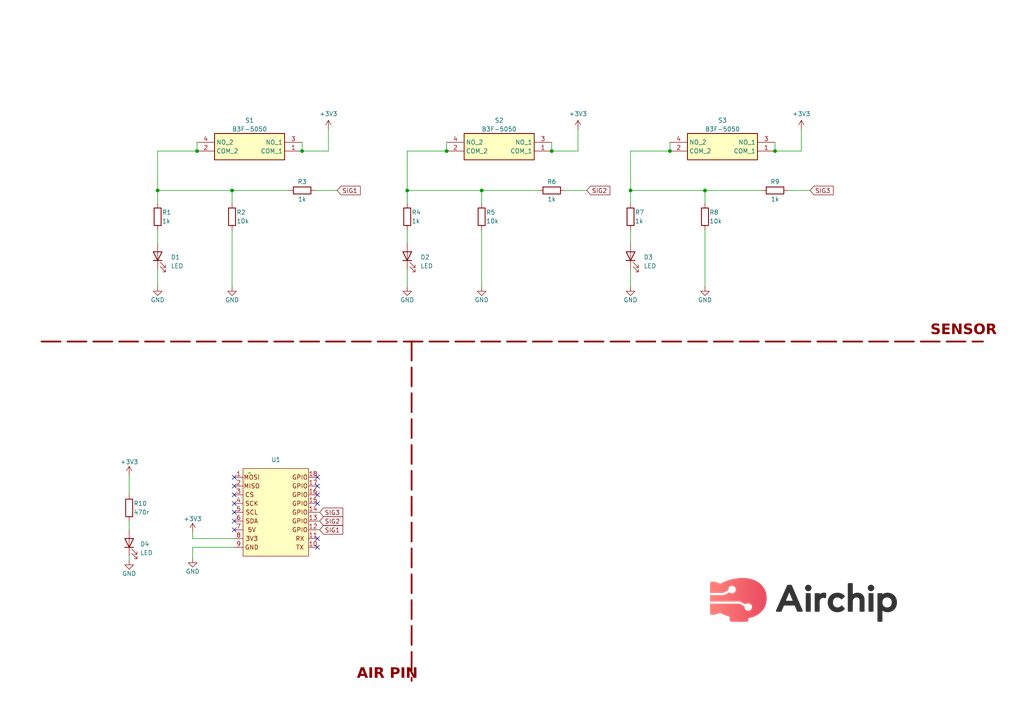
<source format=kicad_sch>
(kicad_sch (version 20230121) (generator eeschema)

  (uuid ca18d0e3-86a9-4ef1-b4ed-e090781e5c0b)

  (paper "A4")

  (lib_symbols
    (symbol "B3F-5050:B3F-5050" (in_bom yes) (on_board yes)
      (property "Reference" "S" (at 26.67 7.62 0)
        (effects (font (size 1.27 1.27)) (justify left top))
      )
      (property "Value" "B3F-5050" (at 26.67 5.08 0)
        (effects (font (size 1.27 1.27)) (justify left top))
      )
      (property "Footprint" "B3F-4055" (at 26.67 -94.92 0)
        (effects (font (size 1.27 1.27)) (justify left top) hide)
      )
      (property "Datasheet" "https://omronfs.omron.com/en_US/ecb/products/pdf/en-b3f.pdf" (at 26.67 -194.92 0)
        (effects (font (size 1.27 1.27)) (justify left top) hide)
      )
      (property "Height" "" (at 26.67 -394.92 0)
        (effects (font (size 1.27 1.27)) (justify left top) hide)
      )
      (property "Mouser Part Number" "653-B3F-5050" (at 26.67 -494.92 0)
        (effects (font (size 1.27 1.27)) (justify left top) hide)
      )
      (property "Mouser Price/Stock" "https://www.mouser.co.uk/ProductDetail/Omron-Electronics/B3F-5050?qs=dOLq8QE0Pqqk%2FO9x2OpTQw%3D%3D" (at 26.67 -594.92 0)
        (effects (font (size 1.27 1.27)) (justify left top) hide)
      )
      (property "Manufacturer_Name" "Omron Electronics" (at 26.67 -694.92 0)
        (effects (font (size 1.27 1.27)) (justify left top) hide)
      )
      (property "Manufacturer_Part_Number" "B3F-5050" (at 26.67 -794.92 0)
        (effects (font (size 1.27 1.27)) (justify left top) hide)
      )
      (property "ki_description" "Tactile Switches 12x12mm Lg Svc Life Ht 7.3mm" (at 0 0 0)
        (effects (font (size 1.27 1.27)) hide)
      )
      (symbol "B3F-5050_1_1"
        (rectangle (start 5.08 2.54) (end 25.4 -5.08)
          (stroke (width 0.254) (type default))
          (fill (type background))
        )
        (pin passive line (at 30.48 -2.54 180) (length 5.08)
          (name "COM_1" (effects (font (size 1.27 1.27))))
          (number "1" (effects (font (size 1.27 1.27))))
        )
        (pin passive line (at 0 -2.54 0) (length 5.08)
          (name "COM_2" (effects (font (size 1.27 1.27))))
          (number "2" (effects (font (size 1.27 1.27))))
        )
        (pin passive line (at 30.48 0 180) (length 5.08)
          (name "NO_1" (effects (font (size 1.27 1.27))))
          (number "3" (effects (font (size 1.27 1.27))))
        )
        (pin passive line (at 0 0 0) (length 5.08)
          (name "NO_2" (effects (font (size 1.27 1.27))))
          (number "4" (effects (font (size 1.27 1.27))))
        )
      )
    )
    (symbol "Device:LED" (pin_numbers hide) (pin_names (offset 1.016) hide) (in_bom yes) (on_board yes)
      (property "Reference" "D" (at 0 2.54 0)
        (effects (font (size 1.27 1.27)))
      )
      (property "Value" "LED" (at 0 -2.54 0)
        (effects (font (size 1.27 1.27)))
      )
      (property "Footprint" "" (at 0 0 0)
        (effects (font (size 1.27 1.27)) hide)
      )
      (property "Datasheet" "~" (at 0 0 0)
        (effects (font (size 1.27 1.27)) hide)
      )
      (property "ki_keywords" "LED diode" (at 0 0 0)
        (effects (font (size 1.27 1.27)) hide)
      )
      (property "ki_description" "Light emitting diode" (at 0 0 0)
        (effects (font (size 1.27 1.27)) hide)
      )
      (property "ki_fp_filters" "LED* LED_SMD:* LED_THT:*" (at 0 0 0)
        (effects (font (size 1.27 1.27)) hide)
      )
      (symbol "LED_0_1"
        (polyline
          (pts
            (xy -1.27 -1.27)
            (xy -1.27 1.27)
          )
          (stroke (width 0.254) (type default))
          (fill (type none))
        )
        (polyline
          (pts
            (xy -1.27 0)
            (xy 1.27 0)
          )
          (stroke (width 0) (type default))
          (fill (type none))
        )
        (polyline
          (pts
            (xy 1.27 -1.27)
            (xy 1.27 1.27)
            (xy -1.27 0)
            (xy 1.27 -1.27)
          )
          (stroke (width 0.254) (type default))
          (fill (type none))
        )
        (polyline
          (pts
            (xy -3.048 -0.762)
            (xy -4.572 -2.286)
            (xy -3.81 -2.286)
            (xy -4.572 -2.286)
            (xy -4.572 -1.524)
          )
          (stroke (width 0) (type default))
          (fill (type none))
        )
        (polyline
          (pts
            (xy -1.778 -0.762)
            (xy -3.302 -2.286)
            (xy -2.54 -2.286)
            (xy -3.302 -2.286)
            (xy -3.302 -1.524)
          )
          (stroke (width 0) (type default))
          (fill (type none))
        )
      )
      (symbol "LED_1_1"
        (pin passive line (at -3.81 0 0) (length 2.54)
          (name "K" (effects (font (size 1.27 1.27))))
          (number "1" (effects (font (size 1.27 1.27))))
        )
        (pin passive line (at 3.81 0 180) (length 2.54)
          (name "A" (effects (font (size 1.27 1.27))))
          (number "2" (effects (font (size 1.27 1.27))))
        )
      )
    )
    (symbol "Device:R" (pin_numbers hide) (pin_names (offset 0)) (in_bom yes) (on_board yes)
      (property "Reference" "R" (at 2.032 0 90)
        (effects (font (size 1.27 1.27)))
      )
      (property "Value" "R" (at 0 0 90)
        (effects (font (size 1.27 1.27)))
      )
      (property "Footprint" "" (at -1.778 0 90)
        (effects (font (size 1.27 1.27)) hide)
      )
      (property "Datasheet" "~" (at 0 0 0)
        (effects (font (size 1.27 1.27)) hide)
      )
      (property "ki_keywords" "R res resistor" (at 0 0 0)
        (effects (font (size 1.27 1.27)) hide)
      )
      (property "ki_description" "Resistor" (at 0 0 0)
        (effects (font (size 1.27 1.27)) hide)
      )
      (property "ki_fp_filters" "R_*" (at 0 0 0)
        (effects (font (size 1.27 1.27)) hide)
      )
      (symbol "R_0_1"
        (rectangle (start -1.016 -2.54) (end 1.016 2.54)
          (stroke (width 0.254) (type default))
          (fill (type none))
        )
      )
      (symbol "R_1_1"
        (pin passive line (at 0 3.81 270) (length 1.27)
          (name "~" (effects (font (size 1.27 1.27))))
          (number "1" (effects (font (size 1.27 1.27))))
        )
        (pin passive line (at 0 -3.81 90) (length 1.27)
          (name "~" (effects (font (size 1.27 1.27))))
          (number "2" (effects (font (size 1.27 1.27))))
        )
      )
    )
    (symbol "moduler_pin:air" (in_bom yes) (on_board yes)
      (property "Reference" "U" (at 7.62 2.54 0)
        (effects (font (size 1.27 1.27)))
      )
      (property "Value" "" (at 0 0 0)
        (effects (font (size 1.27 1.27)))
      )
      (property "Footprint" "" (at 0 0 0)
        (effects (font (size 1.27 1.27)) hide)
      )
      (property "Datasheet" "" (at 0 0 0)
        (effects (font (size 1.27 1.27)) hide)
      )
      (symbol "air_1_1"
        (rectangle (start -1.905 1.27) (end 17.145 -24.13)
          (stroke (width 0) (type default))
          (fill (type background))
        )
        (text "3V3" (at 0.635 -19.05 0)
          (effects (font (size 1.27 1.27)))
        )
        (text "5V" (at 0.635 -16.51 0)
          (effects (font (size 1.27 1.27)))
        )
        (text "CS" (at 0 -6.35 0)
          (effects (font (size 1.27 1.27)))
        )
        (text "GND" (at 0.635 -21.59 0)
          (effects (font (size 1.27 1.27)))
        )
        (text "GPIO" (at 14.605 -16.51 0)
          (effects (font (size 1.27 1.27)))
        )
        (text "GPIO" (at 14.605 -13.97 0)
          (effects (font (size 1.27 1.27)))
        )
        (text "GPIO" (at 14.605 -11.43 0)
          (effects (font (size 1.27 1.27)))
        )
        (text "GPIO" (at 14.605 -8.89 0)
          (effects (font (size 1.27 1.27)))
        )
        (text "GPIO" (at 14.605 -6.35 0)
          (effects (font (size 1.27 1.27)))
        )
        (text "GPIO" (at 14.605 -3.81 0)
          (effects (font (size 1.27 1.27)))
        )
        (text "GPIO" (at 14.605 -1.27 0)
          (effects (font (size 1.27 1.27)))
        )
        (text "MISO" (at 0.635 -3.81 0)
          (effects (font (size 1.27 1.27)))
        )
        (text "MOSI" (at 0.635 -1.27 0)
          (effects (font (size 1.27 1.27)))
        )
        (text "RX" (at 14.605 -19.05 0)
          (effects (font (size 1.27 1.27)))
        )
        (text "SCK" (at 0.635 -8.89 0)
          (effects (font (size 1.27 1.27)))
        )
        (text "SCL" (at 0.635 -11.43 0)
          (effects (font (size 1.27 1.27)))
        )
        (text "SDA" (at 0.635 -13.97 0)
          (effects (font (size 1.27 1.27)))
        )
        (text "TX" (at 14.605 -21.59 0)
          (effects (font (size 1.27 1.27)))
        )
        (pin input line (at -4.445 -1.27 0) (length 2.54)
          (name "" (effects (font (size 1.27 1.27))))
          (number "1" (effects (font (size 1.27 1.27))))
        )
        (pin input line (at 19.685 -21.59 180) (length 2.54)
          (name "" (effects (font (size 1.27 1.27))))
          (number "10" (effects (font (size 1.27 1.27))))
        )
        (pin input line (at 19.685 -19.05 180) (length 2.54)
          (name "" (effects (font (size 1.27 1.27))))
          (number "11" (effects (font (size 1.27 1.27))))
        )
        (pin input line (at 19.685 -16.51 180) (length 2.54)
          (name "" (effects (font (size 1.27 1.27))))
          (number "12" (effects (font (size 1.27 1.27))))
        )
        (pin input line (at 19.685 -13.97 180) (length 2.54)
          (name "" (effects (font (size 1.27 1.27))))
          (number "13" (effects (font (size 1.27 1.27))))
        )
        (pin input line (at 19.685 -11.43 180) (length 2.54)
          (name "" (effects (font (size 1.27 1.27))))
          (number "14" (effects (font (size 1.27 1.27))))
        )
        (pin input line (at 19.685 -8.89 180) (length 2.54)
          (name "" (effects (font (size 1.27 1.27))))
          (number "15" (effects (font (size 1.27 1.27))))
        )
        (pin input line (at 19.685 -6.35 180) (length 2.54)
          (name "" (effects (font (size 1.27 1.27))))
          (number "16" (effects (font (size 1.27 1.27))))
        )
        (pin input line (at 19.685 -3.81 180) (length 2.54)
          (name "" (effects (font (size 1.27 1.27))))
          (number "17" (effects (font (size 1.27 1.27))))
        )
        (pin input line (at 19.685 -1.27 180) (length 2.54)
          (name "" (effects (font (size 1.27 1.27))))
          (number "18" (effects (font (size 1.27 1.27))))
        )
        (pin input line (at -4.445 -3.81 0) (length 2.54)
          (name "" (effects (font (size 1.27 1.27))))
          (number "2" (effects (font (size 1.27 1.27))))
        )
        (pin input line (at -4.445 -6.35 0) (length 2.54)
          (name "" (effects (font (size 1.27 1.27))))
          (number "3" (effects (font (size 1.27 1.27))))
        )
        (pin input line (at -4.445 -8.89 0) (length 2.54)
          (name "" (effects (font (size 1.27 1.27))))
          (number "4" (effects (font (size 1.27 1.27))))
        )
        (pin input line (at -4.445 -11.43 0) (length 2.54)
          (name "" (effects (font (size 1.27 1.27))))
          (number "5" (effects (font (size 1.27 1.27))))
        )
        (pin input line (at -4.445 -13.97 0) (length 2.54)
          (name "" (effects (font (size 1.27 1.27))))
          (number "6" (effects (font (size 1.27 1.27))))
        )
        (pin input line (at -4.445 -16.51 0) (length 2.54)
          (name "" (effects (font (size 1.27 1.27))))
          (number "7" (effects (font (size 1.27 1.27))))
        )
        (pin input line (at -4.445 -19.05 0) (length 2.54)
          (name "" (effects (font (size 1.27 1.27))))
          (number "8" (effects (font (size 1.27 1.27))))
        )
        (pin input line (at -4.445 -21.59 0) (length 2.54)
          (name "" (effects (font (size 1.27 1.27))))
          (number "9" (effects (font (size 1.27 1.27))))
        )
      )
    )
    (symbol "power:+3V3" (power) (pin_names (offset 0)) (in_bom yes) (on_board yes)
      (property "Reference" "#PWR" (at 0 -3.81 0)
        (effects (font (size 1.27 1.27)) hide)
      )
      (property "Value" "+3V3" (at 0 3.556 0)
        (effects (font (size 1.27 1.27)))
      )
      (property "Footprint" "" (at 0 0 0)
        (effects (font (size 1.27 1.27)) hide)
      )
      (property "Datasheet" "" (at 0 0 0)
        (effects (font (size 1.27 1.27)) hide)
      )
      (property "ki_keywords" "global power" (at 0 0 0)
        (effects (font (size 1.27 1.27)) hide)
      )
      (property "ki_description" "Power symbol creates a global label with name \"+3V3\"" (at 0 0 0)
        (effects (font (size 1.27 1.27)) hide)
      )
      (symbol "+3V3_0_1"
        (polyline
          (pts
            (xy -0.762 1.27)
            (xy 0 2.54)
          )
          (stroke (width 0) (type default))
          (fill (type none))
        )
        (polyline
          (pts
            (xy 0 0)
            (xy 0 2.54)
          )
          (stroke (width 0) (type default))
          (fill (type none))
        )
        (polyline
          (pts
            (xy 0 2.54)
            (xy 0.762 1.27)
          )
          (stroke (width 0) (type default))
          (fill (type none))
        )
      )
      (symbol "+3V3_1_1"
        (pin power_in line (at 0 0 90) (length 0) hide
          (name "+3V3" (effects (font (size 1.27 1.27))))
          (number "1" (effects (font (size 1.27 1.27))))
        )
      )
    )
    (symbol "power:GND" (power) (pin_names (offset 0)) (in_bom yes) (on_board yes)
      (property "Reference" "#PWR" (at 0 -6.35 0)
        (effects (font (size 1.27 1.27)) hide)
      )
      (property "Value" "GND" (at 0 -3.81 0)
        (effects (font (size 1.27 1.27)))
      )
      (property "Footprint" "" (at 0 0 0)
        (effects (font (size 1.27 1.27)) hide)
      )
      (property "Datasheet" "" (at 0 0 0)
        (effects (font (size 1.27 1.27)) hide)
      )
      (property "ki_keywords" "global power" (at 0 0 0)
        (effects (font (size 1.27 1.27)) hide)
      )
      (property "ki_description" "Power symbol creates a global label with name \"GND\" , ground" (at 0 0 0)
        (effects (font (size 1.27 1.27)) hide)
      )
      (symbol "GND_0_1"
        (polyline
          (pts
            (xy 0 0)
            (xy 0 -1.27)
            (xy 1.27 -1.27)
            (xy 0 -2.54)
            (xy -1.27 -1.27)
            (xy 0 -1.27)
          )
          (stroke (width 0) (type default))
          (fill (type none))
        )
      )
      (symbol "GND_1_1"
        (pin power_in line (at 0 0 270) (length 0) hide
          (name "GND" (effects (font (size 1.27 1.27))))
          (number "1" (effects (font (size 1.27 1.27))))
        )
      )
    )
  )

  (junction (at 194.31 43.815) (diameter 0) (color 0 0 0 0)
    (uuid 06153381-ad6a-4403-9e2f-2ae211e60576)
  )
  (junction (at 45.72 55.245) (diameter 0) (color 0 0 0 0)
    (uuid 0668be42-77fa-4b4c-84ab-301669a2305f)
  )
  (junction (at 87.63 43.815) (diameter 0) (color 0 0 0 0)
    (uuid 116d6d55-6368-4937-90ac-a5c735014b75)
  )
  (junction (at 204.47 55.245) (diameter 0) (color 0 0 0 0)
    (uuid 1851063a-0b5d-40cf-9d0b-b21d80e0937c)
  )
  (junction (at 129.54 43.815) (diameter 0) (color 0 0 0 0)
    (uuid 28ff4d90-aa27-45c9-98fa-449dbd571625)
  )
  (junction (at 139.7 55.245) (diameter 0) (color 0 0 0 0)
    (uuid 4a9f42cf-b34a-49d9-b807-a3716497538c)
  )
  (junction (at 57.15 43.815) (diameter 0) (color 0 0 0 0)
    (uuid 6e9727aa-8e5d-4537-a724-134d4ef1df5e)
  )
  (junction (at 182.88 55.245) (diameter 0) (color 0 0 0 0)
    (uuid 85b2f0dc-5f10-4166-af6e-9bba4b918884)
  )
  (junction (at 160.02 43.815) (diameter 0) (color 0 0 0 0)
    (uuid a3d4a6e9-06fa-4ae2-86ca-02fd9b8f947e)
  )
  (junction (at 224.79 43.815) (diameter 0) (color 0 0 0 0)
    (uuid b2d09707-db95-433f-b68f-2079905af172)
  )
  (junction (at 67.31 55.245) (diameter 0) (color 0 0 0 0)
    (uuid b5c7273c-fd74-40f0-9fd4-ede3f6e163f0)
  )
  (junction (at 118.11 55.245) (diameter 0) (color 0 0 0 0)
    (uuid d82e47be-4a4f-47ba-9127-6d2a3d73e5ea)
  )

  (no_connect (at 92.075 146.05) (uuid 0b2eab28-cfb1-429e-a1b7-6edd0d8c3738))
  (no_connect (at 67.945 146.05) (uuid 1146249f-a9fe-4989-8610-f43f022ac685))
  (no_connect (at 92.075 158.75) (uuid 208a891d-285e-41e4-abdd-84ce00a4c81e))
  (no_connect (at 67.945 143.51) (uuid 48f02fc4-3908-4805-996a-ddc459ba461d))
  (no_connect (at 67.945 138.43) (uuid 4e5ca112-56eb-441d-a648-69426ded0e18))
  (no_connect (at 92.075 143.51) (uuid 4fdc993c-7db5-4af6-a2ad-2b34bbb5515a))
  (no_connect (at 92.075 140.97) (uuid 5980fdff-89c5-4d97-a575-111991b54567))
  (no_connect (at 67.945 153.67) (uuid 6147503d-3e6e-4a87-8ec7-2ca112c2ad7e))
  (no_connect (at 67.945 151.13) (uuid 619d65d7-74fc-4d6c-87eb-1c8fbe88ac2d))
  (no_connect (at 92.075 156.21) (uuid 623980ac-69b1-46d9-872b-da6f0feae97e))
  (no_connect (at 67.945 140.97) (uuid 7eeceb73-95f1-4730-beb8-0c1dfef58534))
  (no_connect (at 67.945 148.59) (uuid 9084edb0-b31e-41ac-a320-982098090251))
  (no_connect (at 92.075 138.43) (uuid f62184f0-ebf6-40e2-87d5-e90c41bb94b5))

  (wire (pts (xy 182.88 55.245) (xy 204.47 55.245))
    (stroke (width 0) (type default))
    (uuid 0031a4cc-7b7d-4677-beb1-4222b716038b)
  )
  (wire (pts (xy 67.31 55.245) (xy 83.82 55.245))
    (stroke (width 0) (type default))
    (uuid 0d848dc3-6243-44a5-8dd0-c0fd5b90bcd3)
  )
  (wire (pts (xy 182.88 55.245) (xy 182.88 59.055))
    (stroke (width 0) (type default))
    (uuid 0e251d0c-7af5-459b-ac36-a8ebd827b973)
  )
  (polyline (pts (xy 119.38 99.06) (xy 119.38 197.485))
    (stroke (width 0.5) (type dash) (color 132 0 0 1))
    (uuid 156c3f8e-ce01-42b1-8823-a2424d202943)
  )

  (wire (pts (xy 55.88 156.21) (xy 55.88 154.305))
    (stroke (width 0) (type default))
    (uuid 16e9c196-3368-4517-9411-025e1ae4844b)
  )
  (wire (pts (xy 194.31 43.815) (xy 194.31 41.275))
    (stroke (width 0) (type default))
    (uuid 1a4d5ae6-addf-474e-848d-d9edf5314ec5)
  )
  (wire (pts (xy 92.71 153.67) (xy 92.075 153.67))
    (stroke (width 0) (type default))
    (uuid 21fa8b29-d7bf-4bdf-841e-0acc8955ec77)
  )
  (wire (pts (xy 95.25 43.815) (xy 87.63 43.815))
    (stroke (width 0) (type default))
    (uuid 2ec5e299-f60e-4f82-8b60-f132ae4407cf)
  )
  (wire (pts (xy 139.7 66.675) (xy 139.7 83.185))
    (stroke (width 0) (type default))
    (uuid 2faad2df-9f67-4ebb-a6d9-45494c3472f4)
  )
  (wire (pts (xy 139.7 59.055) (xy 139.7 55.245))
    (stroke (width 0) (type default))
    (uuid 35ece3ed-e69d-48e3-9b1f-9da74d143414)
  )
  (wire (pts (xy 224.79 41.275) (xy 224.79 43.815))
    (stroke (width 0) (type default))
    (uuid 36182c00-8368-4d41-897f-9ee652d5c884)
  )
  (wire (pts (xy 204.47 55.245) (xy 220.98 55.245))
    (stroke (width 0) (type default))
    (uuid 3a72a264-0911-440f-b3e9-a90c2c072152)
  )
  (wire (pts (xy 45.72 66.675) (xy 45.72 70.485))
    (stroke (width 0) (type default))
    (uuid 3e36e119-f816-4fad-bbbb-6fde4df675df)
  )
  (wire (pts (xy 91.44 55.245) (xy 97.79 55.245))
    (stroke (width 0) (type default))
    (uuid 47246802-6ce0-4d14-8ffb-30ab95bf6c00)
  )
  (wire (pts (xy 67.945 156.21) (xy 55.88 156.21))
    (stroke (width 0) (type default))
    (uuid 4c0726a8-94fb-40ff-828d-91d80f884daf)
  )
  (wire (pts (xy 182.88 43.815) (xy 182.88 55.245))
    (stroke (width 0) (type default))
    (uuid 4e0b83b4-e80a-495b-b142-f8966e5c1dba)
  )
  (wire (pts (xy 160.02 41.275) (xy 160.02 43.815))
    (stroke (width 0) (type default))
    (uuid 5f26321d-e4f7-495d-aae7-7a061a1e600f)
  )
  (wire (pts (xy 45.72 78.105) (xy 45.72 83.185))
    (stroke (width 0) (type default))
    (uuid 61ab6237-28cc-4c5d-81c0-d6959accfde5)
  )
  (wire (pts (xy 163.83 55.245) (xy 170.18 55.245))
    (stroke (width 0) (type default))
    (uuid 61dcb5a8-c614-488f-95b0-63a662efde37)
  )
  (wire (pts (xy 118.11 78.105) (xy 118.11 83.185))
    (stroke (width 0) (type default))
    (uuid 62832acd-1ad2-4140-aab6-ba3a34824cd7)
  )
  (wire (pts (xy 204.47 59.055) (xy 204.47 55.245))
    (stroke (width 0) (type default))
    (uuid 6943eae0-a3d1-4a7a-ab32-aaf8f8562e96)
  )
  (wire (pts (xy 232.41 43.815) (xy 224.79 43.815))
    (stroke (width 0) (type default))
    (uuid 6c6b8b17-8e7e-4a56-bcb9-4860d1a9973e)
  )
  (wire (pts (xy 118.11 55.245) (xy 118.11 59.055))
    (stroke (width 0) (type default))
    (uuid 6d4da776-c68f-4df6-882a-282d14bff452)
  )
  (wire (pts (xy 37.465 162.56) (xy 37.465 161.29))
    (stroke (width 0) (type default))
    (uuid 71b85764-f46c-4efd-8873-ef4f574337e3)
  )
  (wire (pts (xy 129.54 43.815) (xy 129.54 41.275))
    (stroke (width 0) (type default))
    (uuid 77925254-9d5c-4c07-84ed-66f2480fc132)
  )
  (wire (pts (xy 55.88 161.925) (xy 55.88 158.75))
    (stroke (width 0) (type default))
    (uuid 7903d452-a161-4973-be59-61150ca66409)
  )
  (wire (pts (xy 67.31 59.055) (xy 67.31 55.245))
    (stroke (width 0) (type default))
    (uuid 88dfb36e-9960-49f4-85d8-a5e653d257fc)
  )
  (wire (pts (xy 167.64 37.465) (xy 167.64 43.815))
    (stroke (width 0) (type default))
    (uuid 8d1fbff7-cdc4-4f73-8692-0f5eba276fbe)
  )
  (wire (pts (xy 55.88 158.75) (xy 67.945 158.75))
    (stroke (width 0) (type default))
    (uuid 96137477-a1dd-40b2-abd7-c5e8a8357b82)
  )
  (wire (pts (xy 182.88 66.675) (xy 182.88 70.485))
    (stroke (width 0) (type default))
    (uuid 9753d0d2-e0fd-450f-9911-5ba967a6b2b4)
  )
  (wire (pts (xy 194.31 43.815) (xy 182.88 43.815))
    (stroke (width 0) (type default))
    (uuid 9945b586-1116-477f-a365-31b04cb815ca)
  )
  (wire (pts (xy 118.11 43.815) (xy 118.11 55.245))
    (stroke (width 0) (type default))
    (uuid 9cb34ce5-e0ab-4934-86cd-ee18e8761a6c)
  )
  (wire (pts (xy 139.7 55.245) (xy 156.21 55.245))
    (stroke (width 0) (type default))
    (uuid a391a66b-d112-4bfc-888b-9df4da4e09d5)
  )
  (wire (pts (xy 204.47 66.675) (xy 204.47 83.185))
    (stroke (width 0) (type default))
    (uuid ae6d567d-7c75-4ecd-badf-7602fd9c979c)
  )
  (wire (pts (xy 45.72 55.245) (xy 45.72 59.055))
    (stroke (width 0) (type default))
    (uuid aeba3319-0424-4c70-ab27-f90c2db84085)
  )
  (wire (pts (xy 45.72 55.245) (xy 67.31 55.245))
    (stroke (width 0) (type default))
    (uuid baa89bb2-c455-43ea-98fd-bb38425a9c46)
  )
  (wire (pts (xy 118.11 66.675) (xy 118.11 70.485))
    (stroke (width 0) (type default))
    (uuid bc0f90c4-7bdd-480d-8e5f-69b57ea98e48)
  )
  (wire (pts (xy 232.41 37.465) (xy 232.41 43.815))
    (stroke (width 0) (type default))
    (uuid bf0a44c3-a3ee-4125-8a4d-b10ab9b01186)
  )
  (wire (pts (xy 118.11 55.245) (xy 139.7 55.245))
    (stroke (width 0) (type default))
    (uuid c112169a-06f7-497f-9834-03c2e269d62b)
  )
  (wire (pts (xy 92.71 151.13) (xy 92.075 151.13))
    (stroke (width 0) (type default))
    (uuid ccc8b665-17aa-4880-8459-b454ceda16c6)
  )
  (wire (pts (xy 182.88 78.105) (xy 182.88 83.185))
    (stroke (width 0) (type default))
    (uuid cdc4ac03-822f-46bf-a3e4-f4a7d88b92d5)
  )
  (wire (pts (xy 57.15 43.815) (xy 45.72 43.815))
    (stroke (width 0) (type default))
    (uuid d21fe50d-aca6-41fd-ad2d-13572cfdd589)
  )
  (wire (pts (xy 37.465 137.795) (xy 37.465 143.51))
    (stroke (width 0) (type default))
    (uuid d4c2a1d4-2b0e-452f-bde6-0d629b932364)
  )
  (wire (pts (xy 67.31 66.675) (xy 67.31 83.185))
    (stroke (width 0) (type default))
    (uuid d4e5211c-72bc-45ff-b559-c1e1577f8a88)
  )
  (wire (pts (xy 95.25 37.465) (xy 95.25 43.815))
    (stroke (width 0) (type default))
    (uuid d9158fe8-0eb8-44ca-95cc-9a043397d3d4)
  )
  (wire (pts (xy 129.54 43.815) (xy 118.11 43.815))
    (stroke (width 0) (type default))
    (uuid dc8d0d59-2dc1-494e-8f26-c153809bb29c)
  )
  (wire (pts (xy 228.6 55.245) (xy 234.95 55.245))
    (stroke (width 0) (type default))
    (uuid dd00d501-3a0b-4340-b09c-4513b8ae4630)
  )
  (wire (pts (xy 37.465 151.13) (xy 37.465 153.67))
    (stroke (width 0) (type default))
    (uuid e631577d-6bf6-4976-a86b-638fa8d161f2)
  )
  (wire (pts (xy 57.15 43.815) (xy 57.15 41.275))
    (stroke (width 0) (type default))
    (uuid e7048ac2-4d66-41eb-8d3b-f805343dc4a5)
  )
  (wire (pts (xy 167.64 43.815) (xy 160.02 43.815))
    (stroke (width 0) (type default))
    (uuid eef3cd5e-cfab-4a80-894f-79c0dbe4852c)
  )
  (wire (pts (xy 92.71 148.59) (xy 92.075 148.59))
    (stroke (width 0) (type default))
    (uuid f0cd30c7-10ad-404a-bf5d-acb71147f96c)
  )
  (wire (pts (xy 45.72 43.815) (xy 45.72 55.245))
    (stroke (width 0) (type default))
    (uuid f75a1fdd-8b26-465c-bbf1-80338e2e6f6a)
  )
  (wire (pts (xy 87.63 41.275) (xy 87.63 43.815))
    (stroke (width 0) (type default))
    (uuid f83c5f99-7a8b-4271-8fee-6e26b8f0a060)
  )
  (polyline (pts (xy 12.065 99.06) (xy 285.115 99.06))
    (stroke (width 0.5) (type dash) (color 132 0 0 1))
    (uuid f85840cd-16f3-420d-8692-69e617850cca)
  )

  (image (at 233.045 173.99) (scale 0.320213)
    (uuid 2b350eb8-e5a5-4132-95d7-836717f8f3f8)
    (data
      iVBORw0KGgoAAAANSUhEUgAAB9AAAAHVCAYAAACpJWDwAAAABHNCSVQICAgIfAhkiAAAIABJREFU
      eJzs3XeYnGW9//F3SEKyCS0hARUVBCSKYvuiqKiAokRasKAeRUn4WSghFUTNsYAiICGNA6gQEBso
      TfEg6hFE8KjouRFsIAgiiEJCEwhJKJnfH88sKdtmdmfmnvJ+XddcuzzPPfd8dpjMzj6fpwxDkjrQ
      ox+ZPhzYnBKbA5sDW5S/dt82BbqATSkxFugqwSbl5SOBzYqZSpsAI4CNgTHFIjYFNuo3QKnXpSuB
      J8oDHgWeLsHjwBOUeILi+5XACuAx4N/l77tvD5eXPUiJh4AHgYc2P//MFZU+L5IkSZIkSZIkSZ1s
      WO4AklQLj3706E2BZ1NiIvAcYCKw5Tpft4TS+PL3W1GU4X0V2esrrfel95UDLKp+TGn9YZXM2ff8
      TwIPQel+4F5gObAMuJcS3cvuA+4G7tv862c9XeWjSZIkSZIkSZIktQULdElN7bGPHb0J8FxKbAPP
      3J4LbFOCZwFbU3wdDQxQNA+t7G7hAr3vhT0XPV0qCvV/lG/3UBTrdwJ3UOLOLb5x1oNVppEkSZIk
      SZIkSWoJFuiSsnnsYzOGUZTf2wLbQWnb8vfdt+fRfar0SntqC/R+xleWtYKn8BHgb8CdULoduLV8
      u22Lb3z5H1XllCRJkiRJkiRJaiIW6JLq6rHDZ4wCdijftn/m+xI7AC+guHZ4WT/VrQV6depboPe3
      YAUlbgP+AtwC/An4I3DbFt/88lP9TS1JkiRJkiRJkpSbBbqkIVtxxIzhJXg+8CJgJ0pMAiYBO1Gc
      br2nattvC/Tq5CvQ+5rgSYpC/Q/An4GbgN9t8c0v39Pfw0mSJEmSJEmSJDWSBbqkiq04YubGFCX5
      zlDaGXgp8EJgp9K6R5IPukC2QN9wQBsV6H1ZTokbgN+VKL4Ct4/71per/YklSZIkSZIkSZKGzAJd
      Ug8rjpw5HNgReDnwUkq8FNi5vGx4MWr9frPU53/0wQK9ogEdUKD39vw+BKXfAL8Grgd+M+5bX3mg
      ylklSZIkSZIkSZKqZoEudbgVR84cR1GUvxx4WfnrzkDXM4MqKGMt0Ac350ADOrRA722S2yhxPfAL
      4FrglnHf/opHqUuSJEmSJEmSpJqyQJc6yIqjZj4LCOAVQFBiV+B5A97RAr2foRbo1U3Q95wDFOgb
      Lrof+F/gOopC/Xfjvv2Vp6p8ZEmSJEmSJEmSpPVYoEttasVRs7YCXg2l3Vhbmj9nvUGVFp0W6P0M
      tUCvboK+56yyQN/QI8DPgauAqyjxp3EXeIS6JEmSJEmSJEmqjgW61AYenz5rLMUR5bsBrwZeU4Jt
      i7XVldKVj7NAr8WcAw2wQB/kvCXuo7tMhx+Nu+Ar/6wylSRJkiRJkiRJ6kAW6FILenz6rB2B1wOv
      A3YHXgJstG7BWOrlux4s0C3Q27dA39BNULoCuBL41bgLvvp0FbNJkiRJkiRJkqQOYYEuNbnHp88a
      TXFUeXdh/npgYq+DLdAt0Psd39EF+roLHwZ+AlxeKnHF+Au/+nAVM0uSJEmSJEmSpDZmgS41mceP
      nrUZRUn+Jkq8CdgVGFXRnS3QLdD7HW+B3mNJiacorp3+PeD74y/86t1VPIokSZIkSZIkSWozFuhS
      Zo8fPXs88CZgTyi9AXglsBEwpNLUAn0ok/Q+xgK9t5UtX6BvKAEXAxeNv/Crt1fxiJIkSZIkSZIk
      qQ1YoEsN9viM2ZsDb6TEXsBbgJfxzL/FDdo8C/R+V1mgVzu/BXqPJf3PeQNwEXDB+Au/+vcqHl2S
      JEmSJEmSJLUoC3SpzlbOmD26BG+kKMv3ojgl+0YVFXwW6P2uskCvdn4L9B5LKp/zeuACSlww/jtf
      XVZFEkmSJEmSJEmS1EIs0KUaWzlj9jCKo8rfVr69oQSjewy0QK8ukAV6dSzQK1pYRYHePcVTwP8A
      3wC+N/47X11Z5QySJEmSJEmSJKmJWaBLNbBy5uxnUWIfisL8rcDEdddXXvRaoFcz3gK92vkt0Hss
      Gdrz+ihwMZTOG/+ds6+rciZJkiRJkiRJktSELNClQVg5c/Zw4HXAZGBf4JVV99QW6NUFskCvjgV6
      RQuHWKCvu/BW4Bzg/PHfOdtTvEuSJEmSJEmS1KIs0KUKrZw5ZyLw9uJWmgxssd4AC/Tq5rVAr2iA
      Bfog5218gd7tKeByYCnwo/HfOXtNlY8gSZIkSZIkSZIyskCX+rFy1pyXAAdS4gDgtTzzb6a6cs8C
      fXBzDrTKAr3a+S3Qeyyp1/NauIMSZwHnjv/u2Q9W+UiSJEmSJEmSJCkDC3RpHStnzRkJvAk4AJgC
      bAcMuTS0QB/cnAOtskCvdn4L9B5L6lugd69aBVwInDH+u2f/X5WPKEmSJEmSJEmSGsgCXR1v5aw5
      YyhOzX4QRXG+eY9BFugDLrRAH9ycAw2wQB/kvM1VoK/r1yVYAFy25XfPfqrKR5ckSZIkSZIkSXVm
      ga6OtHLWnPHAfsA7gcnA6H7vYIE+4EIL9MHNOdAAC/RBztu8BXr3or8Di4ClW3737EerTCFJkiRJ
      kiRJkurEAl0dY+XsOVtRFObvosSewIiK72yBPuBCC/TBzTnQAAv0Qc7b/AV6t0cocTawaMuLzv5H
      lWkkSZIkSZIkSVKNWaCrra2aPXc8lN4BHFyCvYHhQA3KSAt0C/TazDnQAAv0Qc7bOgV694IngfOB
      U7a86Oy/VplKkiRJkiRJkiTViAW62k5RmvMO4GDgLVAaAYMoePsdb4FugV6bOQcaYIE+yHlbr0Dv
      tga4CEonbXnROTdVF06SJEmSJEmSJA2VBbrawqo5c7uAAynxfoprmm+8du0GRWSP/6iABfqACy3Q
      BzfnQAMs0Ac5b+sW6Osu/D5w/JYXnfO7irJJkiRJkiRJkqQhs0BXy1o1Z+4IitOyf4DiiPOx/ZVb
      FuiVZqh0nAV6LeYcaIAF+iDnbY8CvZtFuiRJkiRJkiRJDWKBrpazas7cXYEPAe8DJq630gK9l28t
      0KufpPcxFui9rbRAb0CB3u0y4D+3vOicP/f9gJIkSZIkSZIkaSgs0NUSVs2Zuw3FkeaHAjv3OdAC
      vZdvLdCrn6T3MRbova20QG9ggV6sKPFN4DNbXnzOnX0/sCRJkiRJkiRJGgwLdDWtVXPnjqHEQRSl
      +d7ARgPeyQK9l28t0KufpPcxFui9rbRAb3CB3r3qSeAM4MQtLz7n/r4HS5IkSZIkSZKkaligq+ms
      mjs3gP8HvJ8Sm1d1Zwv0Xr61QK9+kt7HWKD3ttICPVOB3u0R4FRgwZYXn/N433eSJEmSJEmSJEmV
      sEBXU1g195hxUDqEojh/+TMralhuWaBXmqHScRbotZhzoAEW6IOct3MK9G73AMcB397y4nOq/akk
      SZIkSZIkSVKZBbqyWTX3mGHAHsBHgXdCaVSPQRbo1bFAt0Dvd7wFeo8l7VOgd7semLXlxef8ut9R
      kiRJkiRJkiSpVxboarjVxxwzHvhQqcTHgBetXVO7Iq63hRbolWaodJwFei3mHGiABfog5+3cAr3b
      tynx8S0vOeeeikZLkiRJkiRJkiTAAl0NtPqYY14LHA68B+jqWVxZoFugW6BvOMACfZDzWqBDiceA
      40uwaMIl5zxV4b0kSZIkSZIkSepoQyrQ1xz/qS1KJV4KTAK2ADZdZ/VqYOUG3z9MiVXl7x8CHgAe
      HH78F1eitrT6mGO6gPcDR7Putc3prbiyQLdAt0DfcIAF+iDntUBf93n9E3DUhEvO+XmF95QkSZIk
      SZIkqWNVXaCvOf5TOwAfBPYHXlUqVTlH70XBKuBBYBlwLyXuBu4F/gncDdwJ/G34CSc9Xm1e5bH6
      mGO2A44EPgyM622MBXoFCy3Q+11lgV7t/BboPZZ0RoHe7ZvA3AmXnLOswhkkSZIkSZIkSeo4FZff
      a46ftxuU/pOiOH9GXcqHvue8F7ijBHcAtwA3A3+mxO0jPn/Sk1UmUY2tPuaYYcCewAzgQGCj/sZb
      oFew0AK931UW6NXOb4HeY0lnFehQ7Kw2F0rnT7hkabU/vSRJkiRJkiRJbW/AAn3N8fMmAqcChzas
      fBhgzl7Kh6eAW4Eby7ffQemGEZ8/+cEq02kQVh97zCjgEErMBl5S6f0s0CtYaIHe7yoL9Grnt0Dv
      saTzCvTulVcBH51wydI7KpxNkiRJkiRJkqSO0G+Bvub4eXsAFwDPLpY0bYHe16i7gV+Xb78Cbhjx
      +ZNXDxxSlVh97DETKE7TfhSwVbWlmQV6BQst0PtdZYFe7fwW6D2WdG6BDrAS+AywcMIlS5+ucFZJ
      kiRJkiRJktpanwX6muPnTQWWst5puFuuQN/QE8ANlPg5cA3wixFfOPmx/h9NG1p97LEvgtJs4EPA
      6GdWWKBXfvdKF1qg97vKAr3a+S3Qeyzp7AK92/XAoRMuWfqXCmeWJEmSJEmSJKlt9Vqgrzlh3uGU
      OKvnmpYv0Ddc9TTwf8DVwI+BX474wsleS70Pq4899nXAJ4H9odTztWOBXvndK11ogd7vKgv0aue3
      QO+xxAK920pKfApYMuHSpWsqfARJkiRJkiRJktpOjxJ0zQnz3gV8l9K6R553a7sCfUOPAj+lKNN/
      OOILJ9/df5L2t/rYY4cBkymK8zeuXTP00swCvYKFFuj9rrJAr3Z+C/QeSyzQN1x0LTB1wqVL/1bh
      o0iSJEmSJEmS1FbWK9DXnDDvhcDvgLFZy4d8BfqG424AvleC74088eQ/VHivtrD648eOoMTBwCeA
      l/UcYYFe2WP3s8oCvbpAFujVsUCvaKEFeq+LHgOmT7h06fkVPpIkSZIkSZIkSW3jmQJ9zQnzhgO/
      BnYF8pYPzVOgr/vlDihdClw48sRTUoUztJzVHz92Y+CDwCcpsUPfIy3QK3vsflZZoFcXyAK9Ohbo
      FS20QO930XeAwydcuvThCh9RkiRJkiRJkqSWt26BfhTwX8+ssUDvpXx45rvbKIqFb4888ZSbK5yt
      qZWL88OATwHPA+pTRK473AJ94IUW6P2uskCvdn4L9B5LLNAHmvcu4JAJly69rsJHlSRJkiRJkiSp
      pQ0DWHPCvC7gb8DWz6yxQO+vQF/X74CvUZTp91c4c9N44uPHdgEfKcExdBfn3SzQ+xlvgW6BXps5
      BxpggT7IeS3Qa/m6XQN8Hvj8hEuXPl3ho0uSJEmSJEmS1JK6C/TpwOnrrbFAr7RA7/YkJS6nKNOv
      HPnFU5q6ZHiiOOL8YxRHnD+rYUXkusMt0AdeaIHe7yoL9Grnt0DvscQCvZp5r6bEByZctvTeChNI
      kiRJkiRJktRyugv03wGvWG+NBXq1Bfq6q/8BnA2cPfKLp/yrwkdriCeOO3YEJaYBn2adI84t0Kud
      1wLdAr02cw40wAJ9kPNaoNfrdXsf8N4Jly39eYUpJEmSJEmSJElqKcPWnDBvEnBLjzUW6EMp0Ls9
      BXwfOHPkF0+5usJHrYsnjjt2I+AQ4DOU2GHD9Rbo1c5rgW6BXps5BxpggT7IeS3Q6/m6XQN8Fjhx
      wmVLq30GJUmSJEmSJElqasN6PX07WKCvM24IBfq6/gAsoMS3R550yhMVJqiJJ4479h3AicCLgbxF
      5LrDLdAHXmiB3u8qC/Rq57dA77HEAr26edcf8wPgkAmXLX2kwkSSJEmSJDWliBgBvACYAIzKHKfb
      CuDelNLduYNIktRphq05Yd4FwPt6rLFAr3WB3j3mPuC/gC+PPOmU+ytMMihPHPfxNwCnQOn1G2To
      JVYvLND7GW+BboFemzkHGmCBPsh5LdAb9br9C3DQhMuW9jyTjSRJkiRJTS4i9gSmA5OBsXnT9Ole
      4BJgUUrpr7nDSJLUCYatOWHejcDLe6yxQK9Xgd5tBXAOcOrIk065p8JEFXniuI/vDJwMHNBrMAt0
      C/Rq57dA72eoBXp1E/Q9pwX64Ofsb1wDXrePAodOuGzpZZUFkyRJkiQpr4gYT7Ft9h25s1ThSeAk
      4ISU0tO5w0iS1M6GrTlh3oPAuB5rLNDrXaB3exJK5wGnjjzpS0Pag/CJ4z6+HfBp4FBgeJ8PaoFu
      gV7t/Bbo/Qy1QK9ugr7ntEAf/Jz9jWvc67b0WeDzEy47t9pnVZIkSZKkhomI5wI/A3bMnWWQvge8
      J6X0ZO4gkiS1q2FrTphX8bZ1C/S6FOjdC9cAl1Oc3v1nI0/60poKZuOJT3x8I2B3SnwY+ADrFed9
      PKgFugV6tfNboPcz1AK9ugn6ntMCffBz9jeugQU6wIXAtAmXnbuqgtkkSZIkSWqoiOgCrgd2yZ1l
      iM5KKR2ZO4QkSe3KAr2CB2pQgb6uB0rwI+CXlLgFuJPilO9PABOArYGXArsB+wDPrqrxskC3QK92
      fgv0foZaoFc3Qd9zWqAPfs7+xjW4QAe4vgQHTbzs3HsrmFGSJEmSpIaJiJOAT+TOUSN7p5Suyh1C
      kqR2ZIFewQNlKNCrL80s0PsZb4FeyfhK5+1roQX64OYcaIAF+iDntUDPWaBTgruAAyZedu7vK5hV
      kiRJkqS6i4hxwN3A2NxZauR/U0pvyB1CkqR2tFHuAJIkqe08H7hu+UGH7Z07iCRJkiRJZe+mfcpz
      gN0jYvvcISRJakcW6JIkqR42A364/KDDDskdRJIkSZIk4E25A9TBHrkDSJLUjizQJUlSvYwEvrH8
      oMPa5fpykiRJkqTWtWPuAHXwgtwBJElqRxbokiSp3k5aftBhpy8/6LBhuYNIkiRJkjpWV+4AdbBZ
      7gCSJLUjC3RJktQI0ymORh+RO4gkSZIkSZIkSX2xQJckSY3yAeDS5Qcd1o57/UuSJEmSJEmS2oAF
      uiRJaqQDgCuWH3TY5rmDSJIkSZIkSZK0IQt0SZLUaHsBP7FElyRJkiRJkiQ1Gwt0SZKUw2uwRJck
      SZIkSZIkNRkLdEmSlMtrgGuWTzlsYu4gkiRJkiRJkiSBBbokScrrFcDVluiSJEmSJEmSpGYwIncA
      SZLU8V5KUaK/ceL3z304dxhJklSZiNgaeBEwCdgR2AzYpHwDeKx8ewS4DbgVuCWldF/j00qSJKmV
      RcSmwE4Unz93AsYDmwJblIesZu1nz7uAvwC3AH9PKT3d8MCSWpoFuiRJagYvBX68fMphb5v4/XP/
      nTuMpPYSEeOA/wAmA7sA4/ImesYqig07vwC+lVJKmfNI/YqI5wBvA/YE9ga2GeQ89wA/Ba4BfpxS
      +leNIkqSJKlNRMRYYC/gLeWvLwOGDWKqRyPiWuBq4Kcppd/XLqWkdjVszQnzSr2u6XVpz4Wl3u/d
      t0rmHWDOHqsrzFrp/BuOK224YCjzVvq8VjPngOMGfn6rfQorn6SfGSr5H1nD11dpwHHVzFtd1sqf
      3+r+LfR394pet0N6fZX6/q8a/lvob1XDXrc93gtqN+dAA6p+L+h3fGVZq3sKa/fvtp9XVPXz5vwd
      NsCqfL/DBphkyK/bXt51Bvce87/A2yZ+/9zHK7y3JPUpIoYBc4BPA5tnjlOJK4DpKaU7cweRukXE
      JsA7gA9RbLwczEbL/pQoyvRvAJemlFbUeH5JkgCIiBuBl+fOUWOLU0qzcoeQaiUiNqLYWfNDwLtY
      e2ajWroZ+DrwzZTSP+owv6Q24DXQJUlSM9kd+O/lUw7ryh1EUmuLiDHAfwPzaY3yHGA/4IaI2Ct3
      ECkiJkTEicA/KDYw7k3ty3PKc761/Bj3RMQXImJCHR5HkiRJTSoiRkbEVIpTrl8FHEp9ynOAFwMn
      AXdFxIURsUudHkdSC7NAlyRJzWYv4ILlUw4bnjuIpNZUPvL8ImDf3FkGYRxweUS029FRahERsUVE
      zAfuBD5FY3dA2RyYB9wZEadGxBYD3UGSJEmtKyI2iogPA7cD5wEvbODDDwPeC/w+Ir4XES9u4GNL
      anIW6JIkqRlNAb66fMq0ehzpJqn9HUVrlufdNgEujIiNcwdR54iIYRFxKHAbMBcYmzHOWOAY4LZy
      JkmSJLWZiNgV+C1wNvC8zHGmAH+IiNPK116X1OEs0CVJUrM6DDgxdwhJrSUiNgU+lztHDbyI4n1Q
      qruIeDZwJfA1oJlOnz4B+FpEXFnOKEmSpBZXPl37F4FfA6/KnWcdw4E5wB8jYvfcYSTlZYEuSZKa
      2SeXT5k2K3cISS3l/wFb5g5RI3Mjwr/ZVFcR8RbgJmCf3Fn6MRm4KSLenDuIJEmSBi8ingtcB3yS
      orBuRtsB10bEJ8uXB5PUgdwYI0mSmt3C5VOmvTt3CEnNLyKGAzNz56ihHSmKQ6kuIuJo4CfAxNxZ
      KjAR+J+ImJ47iCRJkqoXEbsBCdgtd5YKbAR8EfhORHTlDiOp8SzQJUlSK/jG8inTXpc7hKSmN4Xi
      aIF2MiN3ALWf8vXOvwQsobW2C2wEnB4Rp3g0kCRJUuuIiAOAnwFb5c5SpYOBqyJi89xBJDVWK/2h
      LEmSOtdo4PLlB07bPncQSU1tTu4AdbBPREzKHULto1w8nwkcmzvLEHwcONMSXZIkqflFxIHAJUCr
      Hsn9OuBqS3Sps1igS5KkVjEB+OHyA6eNzx1EUvOJiF2B3XPnqBNPWa1aOgU4PHeIGjgcOCl3CEmS
      JPUtIiYDFwMjc2cZolcBP4mIsbmDSGoMC3SpuTwN3Az8ADgdmAccAUwD3gt8sPz9TOBE4Dzg58C/
      coSVpAwmARcvP3DaiNxBJDWd2bkD1NHUiNgsdwi1vvI1z1v5yPMNHec10SVJkppTRLwSuIjWL8+7
      vQa4MCKG5w4iqf7c+Czl9SjwU4oS/JfA78ecvmj1YCZ6fPqsrYAA9gD2Al4NeEpDSe1oL2ARHpEp
      qSwitgHekztHHW1CsRPl4txB1Loi4s0Uvz/bzeKI+FNK6We5g0iSJKkQEVsC36P4W6ad7E9xYNsn
      cgeRVF/D1pwwr9Trml6X9lxY6v3efatk3gHm7LG6wqyVzr/huNKGC4Yyb6XPazVzDjhu4Oe32qew
      8kn6maGS/5E1fH2VBhxXzbzVZd1g1b+BSyhxIXDNmNMXPlllmoqsOGrW1sCBUHo/Ranes0wf0uur
      1Pd/1fDfQn+rGva67fFeULs5BxpQ9XtBv+Mry1rdU1i7f7f9vKKqnzfn77ABVuX7HTbAJEN+3fby
      27L+v8M+OvHy886u8FEktbGIOIn234DxV2BSSmlN7iBqPRHxbOAmYGLuLHWyHNglpXRf7iCSpOYV
      ETcCL8+do8YWp5Rm5Q4hrSsihgE/BCbnzlJHB6aUfpA7hKT68Qh0qXFuoDgt+3fHLFn4eL0fbOwZ
      i+4DzgbOXnHUzO2BjwIfAbx2sKR2ccbyA6fdMvHy867LHURSPhExBvhY7hwNsCPFBqgf5g6ilnQu
      7VueQ/GznQfsmzuIJEmSOJr2Ls8BlkbES1JKy3MHkVQfXgNdqr9rgb3HLFkYY5Ys/FojyvMNjT1j
      8R1jz1j8CWBbYC6wrNEZJKkORgIXLztw2ja5g0jK6lBgXO4QDTIjdwC1nog4lPbfgAnw9oj4UO4Q
      kiRJnSwitgO+mDtHA0ykOFhOUpuyQJfq5xZg/64lC/cYs2ThVbnDAIw9Y/FjY89YvADYATgeWJk5
      kiQN1VbARcsOnDYydxBJjVc+NWAnnbJyn4iYlDuEWkdEbA6cmjtHA80v/8ySJEnKYxEwNneIBnlv
      RLwldwhJ9WGBLtXeKoprcO7StWThFbnD9KZcpH8O2Bm4MnMcSRqq1wHzc4eQlMW+wE65QzTY9NwB
      1FI+SXufun1DEyn+FpMkSVKDRcQewJTcORpsQXnHbkltxgJdqq3fAi/rWrLwlK4lC5/KHWYgY89c
      fOfYMxfvC0wDHsmdR5KGYMayA6e9N3cISQ03O3eADKZGxGa5Q6j5RcQEOnOHi6PLP7skSZIa67O5
      A2TwMjpvpwGpI1igS7VzKvD6riULb8sdpFpjz1z8NeBVwA2Zo0jSUCxdduC0F+UOIakxImIXoBNP
      l7cJxc6P0kBm0Dmnz1zXWDpzxwFJkqRsIuK1wF65c2QyL3cASbVngS4N3Urg3V1LFn68FY4678vY
      MxffDuwOfDN3FkkapLHAhcsOnDY6dxBJDdGJR593mx4R/i2nPkXEGIoCvVPNioiu3CEkSZI6yCdz
      B8hoV6+FLrUfN7pIQ3Mf8MauxQsvyR2kFsaeuXjV2DMXf5DOPN2OpPbwcrweutT2ImIr4P25c2S0
      IzA5dwg1tYOAzXOHyGhz4B25Q0iSJHWCiJgI7Js7R2ZTcweQVFsW6NLg3QO8oWvxwpQ7SK2NPXPx
      CcBRuXNI0iAdtezAaQflDiGpro4ERuUOkVknH12sgR2aO0AT+GDuAJIkSR3i/cCI3CEye2dEbJI7
      hKTasUCXBuce4E1dixf+NXeQehl75uIzKTZOS1IrOnfZgdOelzuEpNqLiFHAEblzNIF9ImJS7hBq
      PhGxNbB37hxN4G3ls1VIkiSpvj6QO0ATGAO8M3cISbVjgS5V735gz67FC+/IHaTexp65+Czg2Nw5
      JGkQxgFfW3bAtGG5g0iquQ8AlmKF6bkDqCm9Ff/Wh+I5eFvuEJIkSe0sIrYEds2do0n42VNqI/5R
      LVVnFTClnY8839DYMxfPB07PnUOSBuHNeIpjqR3Nyh2giUyNiM1yh1DT2St3gCayZ+4AkiRJbW4v
      wIMXCm/JHUBS7VigS9X5aNfiBb/MHSKD2cBVuUNI0iCcsuyAaS/OHUJSbUTE3sAuuXM0kU2AablD
      qOm44W4tT2UvSZJUX+68udazIuJFuUNIqg0LdKlyZ3UtXvCN3CFyGHvW4qeB91Fc+12SWsko4JvL
      Dpg2MncQSTXh0ec9TY8I/64TABExHtg2d44msm1EjMsdQpIkqY15+vb1+XxIbcINLVJl/gTMyR0i
      p7FnLb4fOAQo5c4iSVV6FTAvdwhJQxMRk4B9c+doQjsCk3OHUNPwiJeefE4kSZLqZ1LuAE1mp9wB
      JNWGBbo0sKeBD3UtXrAqd5Dcxp61+BpgSe4ckjQIn1x2wLSX5g4haUhJ6ZcxAAAgAElEQVRm4rX1
      +jIjdwA1DTdg9uRzIkmSVAcRsTWwee4cTcadN6U2YYEuDWxB1+IFN+QO0UQ+BdyVO4QkVWlj4Lxl
      B0wbnjuIpOqVT0t9aO4cTWyf8hH60va5AzShF+QOIEmS1KZ2zB2gCfl5XGoTFuhS//4FnJA7RDMZ
      e9bix4G5uXNI0iDsSodfjkNqYR8FxuQO0eSm5w6gprBp7gBNyKOiJEmS6sPPnj352VNqExboUv/m
      dS1a8FjuEM1m7FmLLwZ+kTuHJA3C8csOmOoe0lILiYiRWA5XYmpEbJY7hLLbIneAJuRGTEmSpPrY
      JHeAJuROBVKbsECX+nYr8I3cIZrYvNwBJGkQuoAzc4eQVJWDgW1yh2gBmwDTcodQdm7E7MnnRJIk
      qT78nNWTz4nUJizQpb6d2LVowVO5QzSrsWctuRa4LncOSRqEty47YOp7c4eQVLHZuQO0kOkR4d94
      nW1N7gBNyOdEkiRJjeJnT6lNuHFF6t0/gQtzh2gBp+QOIEmDtGjZAVM91bHU5CLiDcCuuXO0kB2B
      yblDKCsvP9WTz4kkSVJ9PJI7QBN6NHcASbVhgS717uyuRQueyB2iBVwJ/C13CEkahGcBJ+YOIWlA
      s3IHaEEzcgdQVm7E7MmNmJIkSfXh56ye3HlTahMW6FJPJWBp7hCtYOxZS9bgcyWpdR257ICpL88d
      QlLvIuIFwDty52hB+0TEpNwhlM2DuQM0oQdyB5AkSWpT7rzZ079zB5BUGxboUk8/61q04O7cIVqI
      p7qX1Ko2AhbnDiGpT0fj3yuDNT13AGVzR+4ATcgzZkmSJNXHrbkDNCGfE6lNuEFK6uni3AFaydiz
      ltwO/DZ3DkkapD2WHTD14NwhJK0vIjYDPpw7RwubWn4O1Xluzh2gCfmcSJIk1UFK6SFgee4cTcYC
      XWoTFuhST1fkDtCCfpg7gCQNwanL9p/alTuEpPUcBmyaO0QL2wSYljuEsrgtd4Am5EZMSZKk+vlL
      7gBN5pbcASTVhgW6tL6buxYtuCt3iBb049wBJGkItgXm5g4hqRARw4GZuXO0gekR4d97HSal9Ahu
      tFvXn1NKj+YOIUmS1Mauzx2gyfwmdwBJteEGFWl91+UO0KJ+C6zMHUKShuATy/afunXuEJIAmAJs
      lztEG9gRmJw7hLK4KneAJvKz3AEkSZLanJ+31rojpXRn7hCSasMCXVrfr3IHaEVjz1ryFF4HXVJr
      Gwt8JncISQDMyR2gjczIHUBZuBFzLXcmkCRJqq+fA0/nDtEk/BwutRELdGl9N+YO0MJuyh1Akobo
      Y8v2n/rC3CGkThYRuwK7587RRvaJiEm5Q6jhfgo8kTtEE3gCuDp3CEmSpHaWUnoMz+ra7YrcASTV
      jgW6tNYa4M+5Q7SwP+YOIElDNBw4KXcIqcPNzh2gDU3PHUCNlVL6N3B57hxN4Pvl50KSJEn19fXc
      AZrAQ8APc4eQVDsW6NJa93QtWuCRGoN3R+4AklQD71q2/9TdcoeQOlFEbAO8J3eONjQ1IjbLHUIN
      50ZMnwNJkqRGuRhYmTtEZhemlFbnDiGpdizQpbXuzh2gxd2VO4Ak1cjxuQNIHWo6MCJ3iDa0CTAt
      dwg13I+Ae3OHyOhfwI9zh5AkSeoEKaVHgYty58js3NwBJNWWBbq0VidvYKqFZbkDSFKN7LNs/6mv
      zR1C6iQRMQb4WO4cbWx6RPi3XwdJKT0JnJI7R0ZfKj8HkiRJaoxTgFLuEJn8JKX0f7lDSKotN6JI
      az2SO0Ar2+SsJQ/TuR+SJLWfk3MHkDrMocC43CHa2I7A5Nwh1HDnAA/kDpHBA8BXc4eQJEnqJCml
      PwOX5s6RyUm5A0iqPQt0aa1/5w7QBtwJQVK72GPZ/lP3zB1C6gQRMQyYlTtHB5iRO4AaK6X0GPCl
      3DkyOCWl9HjuEJIkSR3oC3TeAVbXpJSuyR1CUu1ZoEuSJPXus7kDSB1iX2Cn3CE6wD4RMSl3CDXc
      EuBvuUM00N8ofmZJkiQ1WErpRmBp7hwNVAJm5w4hqT4s0KW1xuQO0AZ8T5HUTvb0WuhSQ7jBoXGm
      5w6gxkoprQKOzJ2jgY5IKa3OHUKSJKmDfQK4P3eIBjm9vNOApDZk2SWtNTZ3gDawae4AklRjn8od
      QGpnEbEL8JbcOTrI1IjYLHcINVZK6UfAeblzNMB5KaUf5w4hSZLUyVJKDwBH5M7RALcD83KHkFQ/
      FujSWhboQ/DYETM2z51BkurggGX7T31Z7hBSG/Po88baBJiWO4SymEmxka9d/RWYkTuEJEmSIKV0
      Me29A+eTwAdSSo/lDiKpfizQpbW2yh2gxT03dwBJqpNP5g4gtaOI2Ap4f+4cHWh6RPh3YIdJKT0K
      vBN4PHeWOngceKcbMCVJkprKUcBNuUPUydyU0vW5Q0iqLzecSGttnztAi3te7gCSVCcHL9t/6ra5
      Q0ht6EhgVO4QHWhHYHLuEGq8lNLvgUOANbmz1NAaiqN//pA7iCRJktZKKa0EDgTuzZ2lxr6SUjo9
      dwhJ9WeBLq219cpZc7yG9+BZoEtqV8OBo3OHkNpJRIyiM66L16w81XWHSildBkzPnaOGjkopfS93
      CEmSJPWUUroLeDvwSO4sNXI5xZH1kjqABbq0vh1zB2hhu+QOIEl19JFl+091Jyupdj6Al8/JaZ+I
      mJQ7hPJIKZ0FfCJ3jho4NqX05dwhJEmS1LeU0o3A22j9Ev0HwMEppadzB5HUGBboUuFfFEdBeeq/
      wds1dwBJqqPNgP+XO4TURmblDqC2OgpZVUopnQIcTmuezn0NcHhKaX7uIJIkSRpY+XrhewHLcmcZ
      pIuBd6eUnsgdRFLjWKCr0z0AfBzYoWvRgi93LVrwVO5ArWjFETNGAK/MnUOS6mzWsv2nDs8dQmp1
      EbE3nrmmGUyNiM1yh1A+KaWvAAcBj+XOUoXHgCnl7JIkSWoRKaUbgNcCN+fOUqUvAe+xPJc6jwW6
      OtUK4ASK4vzUrkULVuYO1OJeAYzOHUKS6mxbYL/cIaQ24NHnzWETYFruEMorpfQDYDdaY0Pmn4HX
      pJT+O3cQSZIkVS+l9DfgNcBFubNU4FHgvSml41JKpdxhJDWeBbo6zWpgMbBd16IFn+1atODfuQO1
      if1zB5CkBjkidwCplZWvu71v7hx6xvSI8G/CDpdS+jPF5ZjOyJ2lH2cAu6aUWqHolyRJUh9SSo+l
      lN4DHEZRUjejXwCvSCl9N3cQSfm4sUSd4mlgKbBT18IFs7oWLbg/d6A2MyV3AElqkH2W7T91h9wh
      pBY2ExiWO4SesSMwOXcI5ZdSejylNB3YA/hT7jzr+CPwppTS9JSSZw2TJElqEyml84AXA5fmzrKO
      h4HpwB4ppTtyh5GUlwW6OsF3gZ27Fi74cNfCBXflDtNuVhwx43kUp3CXpE4wDDg8dwipFUXEeODQ
      3DnUw4zcAdQ8UkrXUny2Pxy4O2OUu8sZXplSui5jDkmSJNVJSumelNK7gL2AazNGWQEsBHZMKZ2R
      UlqTMYukJmGBrnb2I+BVoxcueO/ohQtuzR2mjU3NHUCSGuyw+/abOip3CKkFfRQYkzuEetinfGp9
      CYCU0lMppa8AOwDTgEb+LXVr+TG3Tyl9JaX0VAMfW5IkSRmklK5JKe1BcTakHzXwoR8Gvghsl1Ka
      k1J6oIGPLanJjcgdQKqDXwCfGr3wNI9UqLMVR8zYCPhw7hyS1GDjgYOA7+QOIrWKiBhJcSo8Nafp
      wNG5Q6i5pJSeBL4WEecDrwM+BLwX2KLGD/UwcCHwjZTSL2s8tyRJklpE+WxI10bEdsAHy7cX1vhh
      nqIo6b8OXJ5SWl3j+SW1CQt0tZMbgXmjF572w9xBOsi+wPNzh5CkDA7DAl2qxsHANrlDqE9TI2Je
      SumR3EHUfFJKJeCXwC8jYgbwGuAtFKfa3BUYW+WUjwEJuLp8+01K6YnaJZYkSVIrSyndCXwe+HxE
      vJjis+eewBuArauc7ingFuAq4BrgZymlf9cqq6T2ZYGudnAb8BngO6MXnlbKHabDHJM7gCRl8tb7
      9pv6/K2v+NpduYNILWJ27gDq1yYUp81enDuImlu56P5F+XY8QEQ8F9iJ4uigTSleT91HqT9MUZg/
      SvF3260ppX80OLYkSZJaVErpZuBm4L8AImILYFL5Np7ic+cmFF3XCtZ+9ryLojj/W/nMSpJUFQt0
      tbK7gROAr41ecJrXxmuwFUfM2JPiujSS1ImGAVMpfg9J6kdEvIHiKFU1t+kRcXpKaU3uIGot5UL8
      HxRHk0uSJEl1k1J6GLi+fJOkutkodwBpEB4A5gCTRi847RzL82xOzB1AkjI79L79pg7LHUJqAbNy
      B1BFdgQm5w4hSZIkSZKUm0egq5U8AiwAThu94LTHcofpZCuOmHkQlF6fO4ckZbY98FrgV7mDSM0q
      Il4AvCN3DlVsBvDD3CEkSZIkSZJyskBXK1gFnAGcPHrBaffnDtPpVhwxc1NgSe4cktQkPoAFutSf
      o/GsV61kn4iYlFL6S+4gkiRJkiRJubgxS83saeArwA6jF5x2jOV50/g88LzcISSpSbznvv2mjswd
      QmpGEbEZ8OHcOVS16bkDSJIkSZIk5WSBrmZUAi4AXjR6wWmHj15w2j9zB1JhxREzd6c4kkySVJgI
      7J07hNSkDgM2zR1CVZta3vlBkiRJkiSpI3kKdzWbHwCfHn3aaTflDqL1rThi5jjgW7jjjSRt6P3A
      lblDSM0kIoYDM3Pn0KBsAkwDFucOIkmSJEmSlINFmJrFz4HXjz7ttAMtz5vPiiNmbkRRnm+bO4sk
      NaED79vv0I1zh5CazBRgu9whNGjTI8K/FSVJkiRJUkfyCHTldgPwqdGnzf9x7iDq18nA23OHkKQm
      tRnwZuBHuYNITWRO7gAakh2Bt+H7miRJkiRJ6kAeVaBcbgbeDexqed7cVhw5czpwbO4cktTkDs4d
      QGoWEbErsHvuHBqyGbkDSJIkSZIk5WCBrka7m+Kaii8bfdr8S0afNr+UO9BgrZw5e1TuDPW24siZ
      HwBOz51DklrAgfftd+jw3CGkJjE7dwDVxOSIeGHuEJIkSZIkSY1mga5GuQ+YBew4av78r42aP/+p
      3IEGa+XMObFy5uwfA79bOXP2c3PnqZcVR878EPD13DkkqUVMAN6UO4SUW0RsA7wndw7VxDBgeu4Q
      kiRJkiRJjWaBrnr7N/CfFMX54lHz5z+RO9BgrZw5Z+eVM+dcDPwfxTUhXwz8fOXM2ZPyJqu9FUfO
      nAucj+8RklSNA3IHkJrAdGBE7hB19tXcARpoWkRsmjuEJEmSJElSI7X7xi3lswpYDJwyav78h3KH
      GYqVs+Y8nxInAIcAG56ed3vgVytnzn5n1+KF1zQ8XI2tOHLmSGAJcHjuLJLUgvYH5uQOIeUSEWOA
      j+XOUWd/AGYC7wK2zJylETYFpuIlfSRJkiRJUgfx6FLV2pPAmcD2o+bP/0Qrl+crZ83ZeuWsOYuB
      vwKH0rM87zYO+OnKGbOPXTlj9rCGBayxFUfO3Aa4CstzSRqsF96336FeL1id7FCKz0Xt7KyU0iqK
      M/V0iukR0bKfcSVJkiRJkqrlEeiqlaeBbwHHj5o//47cYYZi5aw5WwDHUhxdNLbCuw0HvgTstXLG
      7A93LVn4z3rlq4cVR848GDiLzjiSSpLqaX9gYe4QUqOVC9ZZuXPU2WPAN8vfn0XnnHFiJ2Af4Ee5
      g0hSpSJic+A5FDt2jQPGU/zdPgroAh4FnqK47NwT5a//BO5JKbXspedUfxHxzGsopfR07jxSq4iI
      EcBWwERgc2Cz8teR5SFblL+uBFaXv19B8f78b+Bh4IGU0v2NyixJtRIRmwFbU7zXbV7+ukl59ejy
      7Qng8fKyFRQHq64EHuy+pZRa9oDVVmSBrqF6iOIInMWj5s+/M3OWIVk5a04XRWl+HGs/tFXr7cAf
      Vs6YfSxwXteShaVa5auHFUfOfDbFBuApubNIUpuwQFen2peiaG1nX08pPQqQUvprRFwNvDlzpkaZ
      gQW6pCYTESOBXYCXAS8GJgEvBJ7P2g2Sg5n3PuBu4HbgT8BNwG9SSvcONbOaQ0SMBp63zu25wLNZ
      u8PFurdRFNtPexxgEREAJeCR8qLHWLuR+4Hy14eAfwB3AX8H7kopPVCfn0zKKyImUrwvTwJ2KN+2
      o9ihaasaPcZqih2e/gXcAdwK3Fb++qeU0up+7i5JdVHeSWgnis+kLyzfXgBsQ/E5Y0yNHqcE3M/a
      zxbdt78DfwFucWfQ2hm25oR5vRd8vS7tubBUbT1YybwDzNljdYVZK51/w3GlDRcMZd5Kn9dq5hxw
      3MDPb4WxngbuA/4Ipd9RbES7btSp81t6j9uVs+ZsDHwY+DTwrF4HVfKi67nol8DsriULfzO0hLW3
      4qiZXcBRlPhPij2e+lfBC6TU96pBzznQqmqnqHyS3sdU/GY56J+/54Cq3wv6HV9Z1uqewkH+/L2M
      7+cVVf28OX+HDbAq3++wASYZ8uu2l9+WOX+H9bty6K/bnq+dZxasBsZvfcX5j284QmpnEfFT4C25
      c9TZLimlP3b/R0S8C7g4Y55GKgGTUkq35Q4iqXNFxJbAG4E9gd0pivONGxjh78A1wNXAlSml5Q18
      bA1CRDyXYkP2hreaFHlD8DjFDhp/Lt/+WP7615TSUzmDtbuIuBF4ee4cNbY4pdTwM0FFxARgN+B1
      wKspntetG51jA08BNwO/A34D/AL4Q0ppTdZUktpKRAwHXkLx/rcbxfvfSyh2usvtaYpLEnd/vrgR
      +FVK6V9ZU7WoYWtOmNf7kbYW6Bbo6y98ctSpp66oME1LWDlrzkbAIcDnKPYG6tvQSsOLS3DimCUL
      b6wuYe2tOGrmCGAqxc+8zdBeXxbotZhzoAEW6IOc1wLdAr3flXUt0AH22fqK839S3YxS64qIXYDf
      585RZ9ellN607oLykY93k39DYaMsSSnNzB1CUueIiI0oSpn9KM50EnkTrWcN8CtgKXBBSmlV5jwd
      r1zm7Qq8pnx7NfmL8mqtAm6geG39BvhlSukfeSO1Fwv0wYuIcRQ7ML2F4ixML673Y9bII8B1wE+A
      H6aU/po5j6QWU/5M+kqK97+9KYrzQZ/tKJO7gV8D1wPXAsmdiwY2LHcAqdFWzp4zjBJTgBOBnSu6
      0xBLw/KqK4EzgCvHLFnY0DenFUfN3Br4WPn2nA2DDcgCvZ+hFujVTdD3nBbog5+zv3EW6BUurG2B
      ftrWV5x/THUzSq0rIs4FpuXOUWf/kVK6cMOFEfF54D8z5MnhUWCb7tPYS1I9RMQwiiN5Dgb+g+K0
      2s3uTuCjKaX/yR2kk0TEeOBNFBuy96LS7Tut51/AVcBPgf9JKf0zc56WZoFenYjYnuKyjwcCb6A9
      Lgd7O/B94CLg+pRStVuGJHWA8jXLJ1O8B04GxudNVHMPUpxV6ScUny/uzBunOVmgq6OsnD3nLcCJ
      lNitqjvWpkDvdhdwASW+Peb0hXU7WmvFUbM2BfaD0juBg4CRAwXrkwV6P0Mt0KuboO85LdAHP2d/
      4yzQK1xY2wL9pq2vOP8V1c0otaaI2Iris00znKqsXpYBz+vtOmIRsS3FtRc3aniqPGaklE7PHUK1
      VS4s96TYOPQqiiM2R+fMtI5VFP8Gb6DY2H1Nu23oLp+W/H0UBeALgC3zJlrPgxSnLb8a+G5K6b56
      PVBEPAc4lGKHrBfW63HqaA1weErp7NxB2llEvIpi+8a+FEeCdcrv33X9kaJM/2+K98SWvqxio1mg
      D6z8fvy+8u3VtZq3Sd0NfBs4N6V0a+4wnSQiXkjxGns98Dya52jep4EHgFuAHwOXppRW5o1UWxGx
      MbA/8HZgF4rPnj17gzxWAP+kOFL64pTSTY188IjYlOJzxgcoPps38lJBuf0R+B7FZ/4/5A7TLCzQ
      1RFWzZ6zWwm+SHGKoRqUkUMq0NddeDfFteSvAX4x5vSFd1WZ7BmPT5/VRYmg+ODxphK8Fdi4lkVc
      fwst0Ac350ADLNAHOa8FugV6vyvrXqADbLX1Fed7XUy1vYj4HPDZ3Dnq7IsppXl9rYyIH1BsgOgE
      twIvarcCs5NFxO7AfwGtsuPXjcD0lNL/5g4yVBExmuL9cxbNs8NCf1YDZwKfTinV7PJuEfFG4Gjg
      ncDwWs2bSQk4KKV0ee4g7aJ8jdE9KXbwOYiiZNFay4HLgYuBq1JKT2bO0/Qs0HsXESMoPs9+lOJI
      y07sDK4FzqYoj3rsOKvaKO+gsZDiTDOt8Dp7gOKMY19ph7+BIuJ9wJdond+nV1LsxF23Sy+UT8++
      D8VOnAfQGp/L6+12is8W30wp/TF3mJxa4U1KGrRVs+fuDKUvAlOqLnj7HV+zAn3DhQ9RXEP0NuAu
      SvwT+DfwMPBUedAmwKbARGA7YPvy15dQWnsqpV6qrKoyV5C17/+yQK94zoEGWKAPcl4LdAv0flc2
      pEA/eOsrzr+4ulml1hIRoyiOPm+164tWYw2wfUrp730NiIj9gR80LlJ2b08p/Sh3CA1dRMwG5tN6
      R3CuAeamlBblDjJY5Y3H/01xBG2ruZnifaDP98WBlDdUTqHYIP2qWgVrEvcDO6WUHsodpJVFxMuB
      D1IcAfaszHFaxUMUp6Q+L6X069xhmpUF+voiYgJwOHAkrXHJjEb4F8XOhV9OKT2YO0w7iYjXU5xR
      aELuLINwKfDBlNLjuYMMRnmHtLOAj+TOMgiPAe9LKV1Ry0kjYhvg/5Vvz6/l3G3m/4BzgQtSSg/n
      DtNoFuhqS6tmz90e+BxwCJSGwSAK3n7H161Ar3jOgR7IAn0ok/Q+xgK9t5UW6BboPVdaoAOwZOsr
      zp9Z3axSa4mIw4CluXPU2eUppSn9DSgXQX+jc/7ovjKltG/uEBqaiJgOtPrp+I9KKZ2ZO0S1ImJz
      4FfAi3NnGYLbgdemlO6v5k7lywW8F/gMrf3zD+TzKaXP5A7RasrXNJ8KfIj2Kzgb7c8UG7u/kVJa
      ljtMM7FAL0TEjsCxFP/ePNqydysoivT51f6+U0/lHaOuBTbLnWUIfkBxppk1uYNUKyLOBj6cO8cQ
      PAlMTildPdSJImJXijNAvYfmOXV9K1hFsSPJkpTS9bnDNEqr7Wku9WvV7LnPXjV77hkU1yn5IO4k
      IknKY4/cAaQGqNm1FpvYWQMNKG9A+WoDsjSLyeVrFqpFlTdgLsydowYWRcTLcocYhP+i9cvjHYBz
      qrlDROxDcS37C2j9n38gh+UO0Eoi4uURsRT4B3Aa7Vdu5rAzxRlG7omIb5XLAomI2DEivkax3fSj
      WJ73ZyxwHHBnRJxU3gFOg1A+c9l3ae3yHIrTe8/OHaJa5dO2t3J5DkXRfUFEjBvsBBHxtoj4GfBb
      ijPcWJ5XZzTwfuDXEfG/EfHu8uU/2poFutrCqjlzx62aM/dkij3hj8Q3QElSXrvct++h/oGtthUR
      ewO75M5RZ3cAP6lw7FLWXm6n3Q0DpucOoSH5EtAOGztGUvwsLSMiXg0ckjtHjUyJiD0HGhQRkyLi
      SuBHwCvqnqo5bFM+ulN9iIiNyhterwVupNjpoCtzrHY0gmJj928j4tqIOKh85hx1mIjYOiLOpCjO
      DwWGZ47USsYCnwBui4iPlU+FreocAeyUO0SNfC4itsgdolIRsTEt9nm5H1sBn6z2ThExOSJ+DfwY
      2LPWoTrU6ykuG/PXiJgZEW37Gc4PTWppq+bM3WTVnLnzKE6beRz+wSVJag4bAbvnDiHVUSccff7l
      Sk/Pl1K6F/henfM0k2kRsWnuEKpeROwEvC13jhrap8WKyiNyB6ixo/paERFjIuJk4A/A5MZFahov
      yh2gGUXEiIh4P/BHig2vb8wcqZO8EbgM+EtETO2Eo8ZUHPkbEZ8C/krxO8jyd/AmAl8GboiI1+YO
      02L6/LzQgjahuPRBq5gCPC93iBr6SPmMBgOKiNeVd9S7EtitvrE61rbAIuCOiDiqvMNGW7FAV0ta
      NWfuxqvmzJ1B8QHwC4BH+UmSms3rcweQ6iEiJgHtfg3s1RTXDq3Gl+sRpEltSnGdWrWediwyW+n9
      qJWyVmKf3o7Ei4g3A7+n2Mm9U88OZzm5jnJxPpXi6Ndv0f6n8W9mOwLnAbdExH94RHr7Kp8x6g/A
      iRSln2rj/7N332F6lmXC/7+BAFLSUBMU1gWpouDqiR1XVkUQdLGyP+UVk4DApiCQuLr2vuvaXpUk
      hJqgFNeugIqi2MB2oaCCBRSwICIliUCo+f1xT3xDSJlJ5rnPu3w/xzGHJjPzPF/S5pn7vK/r2hu4
      JCI+EhH+uq7H0NFPbbrZcTja9Hru+dkBo2wisM4bWCLi0RHxWeASvFGvLttRHVN1dUQc06Wb9HyR
      pFZZfsKcsctPmDOVanD+EWBKbpEkSWv15OwAaUBeS7WNd5d9spRy8wg/5xvAbwYR01CzIqLrfw66
      6HHZAQPQiv+miHg43fv+dRyw48ofRMSWETEPuIjqnHSJiDiEasX5Gfjnokl2Bs4Gfh4RL8uO0eiJ
      iIdGxCeArwG7Zvd01BjgWKq/Pw7o1m3v7IABaNNRZq14nTxCj13TTw7tfvRO4ErgxfUmacg/AAuA
      n0VEJ27ecICuVlh+wpwxy0+Y81Kqu9jPoFtbj0iSuunJNx70aodL6pSI2Jbq3MSuWzDSTyilrAAW
      DqClqXYDDsiO0Ig9PDtgAB6WHTBM22YHDMg4gIh4AnAZMCM3pzH+lh2QLSKeFBHfoTriZPfsHq3V
      Y4BPRcTFEfH47BhtnIg4mOra6WHZLT3xj8DFEfGOLq24HGVdPPapTa/puvja/0H/TUPD2quAtwDD
      2uJdA7UHcEFEnD+0g2FrOUBX4y0/Yc4BwI+AT+M2X5Kk9piAFwvVPUcBW2VHDNhPSynf38DPPYNq
      +/e+ODY7QCPWxRu72nJdY8vsgEGJiKOAS/Hc71Utzw7IEhFTht0bTjMAACAASURBVFa//hDYN7tH
      w/YsqrOdTxraMUMtMnTW+YnAecAjs3t6ZhPgrcA3I2K77BjV4iHZASPQxdf+f/9vGtpx40zgAuBR
      eUlai4Oodup4X0S06e/N37XlG0310PI5c562/IQ5FwNfASI5R5KkDfGU7ABptETEZsCs7I4azNvQ
      Tyyl3AJ8ahRbmu7AoXMNJfXXR6l233C1zwP1bgV6RGwSEUdTnXPu6td22gQ4Gvh1RBzpUS2t8Wjg
      B8DM7JCe2xcoEeE1AKkGQztu/AJ4VXaL1mks8B9U27o/KztmpBygq3GWz5mz9/I5c74IXEJ1B6wk
      SW21T3aANIpeDmyfHTFgS4BzNvIxRrz9e4uNoR83VUhaO89+XbPbswPqFBF7A98FTgImJudo400E
      TgG+FhE7ZcdovV4IuP1+MzwS+HZEONCTBuchq+y4MSU7RsO2C9WRFydFxPjsmOFygK7GWD5nzi7L
      58w5G/gp1Ys/SZLa7p+yA6RRdHx2QA0Wl1I2auhRSrkE+Pko9bTBtIjo4tmGkrQxerGFe0RsGhFv
      oDp272nZPRp1z6FaMfbaiPAasjQ8mwNnRsR/ZodIHfU63HGjzY4GroiIp2eHDIcvfpRu+Zy5j1w+
      Z+5JVNt8vYJuns0hSeqnx9940Kv9uqbWi4h96ceOCqO1erxPq9DHAVOzIySpYZZlBwza0MrkbwH/
      RTUwUjdtDfxf4KKI8GxtafjeGxEf8ygEadQ502y/f6TareNNEbFpdsy6+IdNaZbPmfuw5XPmvh+4
      hurOk0b/ZZEkaQOMozqTTmq747IDavDNUsovR+mxPkG/tu+d5cVBSXqATn8NiIhpwBXAM7JbVJv9
      qFaMHZwdIrXILGC+r5Ml6UE2Bd5NdYPeDtkxa+MAXbW7a+7ciXfNnft2qsH5XOAhuUWSJA2U27ir
      1YZWmL04u6MG80frgUopS4GzR+vxWmA34IDsCElqiPtLKfdkRwxCRDwkIk4HTge2ye5R7R4KnBcR
      H4oIdx2QhucYYEHTV1lKUpJnASUinpkdsiYO0FWbu+bOfejQ4Pxa4G3A+NQgSZLq8fjsAGkjzab7
      3zfcAHxhlB/zpFF+vKY7NjtAkhqik9u3R8SjgUuBadktSnc81darj8gOkVriaPr3vYEkDddkqpXo
      R2eHrK7rF8LUAHfNnfuUu+bOXQT8kWpwPiG3SJKkWu2ZHSBtqIgYDxyZ3VGDk0d7tWAp5TLgR6P5
      mA13YETsmh0hSQ3Que3bh7btLrizkv6fpwA/ioh9skOkljgyIt6eHSFJDbUZcFJELGjSLjdjswPU
      PXfNnTuG6puqlwCvAHbOLZIkKdVjsgOkjTAdGJcdMWD3AacM6LFPAp40oMdumjFU5zy+NjtEkpLd
      lR0wmiJiNvB/cRGOHmx74DsRMb2Uck52jNQCb4uIP5RSTs0OkaSGOgbYJSJeOnQ0XioH6Npod71u
      7lhgL1bwFOAZwPOotl2QJEmw640HvXrslAsW35sdIo3E0Dl9fRiGfrGU8scBPfa5wIfozw5M0yLi
      zaWUTm5fLEnDlH6xbzQMvQ74EB7RoXV7CHB2ROwJvLWUsiI7SGq4hRHxu1LKRdkhktRQzwW+GRHP
      L6X8JTNk7P3vfNOL1vieNb7cefBPrhjpy6LhPO56HvNB7x5m63Aff/WPW7H6T2zM4w7313Ukj7ne
      j1v/r+8wssZQXfjbDHg4rHgksAOwO7AL3owhSdLabEb1tfKX2SHSCB0C7JgdUYP5g3rgUsodEbGY
      /gwfxgFTgY8ld0hSpjuyAzZWRGxFdRPYC7Nb1BpvBnaIiNeUUrxxWFq7TYBPRkSUUq7LjpGkhnoi
      cElEHFBKuSYrYizwuawnlyRJ6onH4ABd7XNCdkANfg0MevXHQvozQAeYFREnugJNUo8tzw7YGBEx
      ATifaodBaSSmAg+NiH8rpdyZHSM12EOBz0bEvv5dkaS12hn4XkTsX0r5WUaA5xdJkiQN3i7ZAdJI
      RMQ+9OPC+YJBD3pLKVcC3x7kczTMbsAB2RGSlKi1W7hHxMOBC+nHawANxguB8yNiXHaI1HBPBD6c
      HSFJDTcF+EZE7JXx5A7QJUmSBm/n7ABphI7PDqjBncDimp5rYU3P0xR9WnEvSatr5RbuETEZ+Abw
      5OwWtd6/AF8f2s1A0todHREvyI6QpIZ7GElDdAfokiRJg+cAXa0REdsDh2Z31ODcUsqtNT3Xp4Gb
      anquJjgwInbNjpCkJHdlB4zU0Mrz7wCPy25RZzwZuDAitskOkRrutKEbmCRJa7dyiL5HnU/qAF2S
      JGnwHKCrTWYBY7MjajCvricqpdwNLKrr+RpgDNWfI0nqoyXZASMxtEr461RHcEij6cnAFyNiq+wQ
      qcEmAwuyIySpBR4GfC0idqjrCR2gS5IkDd6jbjzo1ZtlR0jrM3SB8+jsjhr8qJRSan7Ok4CBnrfe
      MNM8/1RST92ZHTBcQ1/3vwLsnd2izvoX4JyI2DQ7RGqwl7iVuyQNyw7ABXUdE+MAXZIkafA2pXqR
      JzXdq4FJ2RE1mF/3E5ZSfku1wq8vxgFTsyMkKcHy7IDhiIjNgS8BT81uUef9K/Ce7Aip4U50twZJ
      Gpa9gM8PvZYdKAfokiRJ9XCArkaLiDHAcdkdNbgVODfpuWsf3CebNfTnSpL6pC1buJ8KPDs7Qr0x
      NyL2zI6QGuwfgbdkR0hSS+wHLB709QYH6JIkSfVwgK6mO4h+nH96Rikla3XgecCfkp47w27AAdkR
      klSzxm/hHhFvAl6V3aFe2RSYmx0hNdxxEfEP2RGS1BL/H/Cfg3wCB+iSJEn18BthNd3x2QE1WZD1
      xKWUe4FTsp4/ybHZAZJUs0Zv4R4RhwLvzu5QL700IsZmR0gN9hDgXdkRktQi74qI5w/qwR2gS5Ik
      1WP77ABpbSJiL+A52R01uLCUcnVyw2nAfckNdTowInbNjpCkGjV2C/eI2AdYnN2h3hoP+JpAWrfD
      I2Lv7AhJaolNgLMjYpdBPbgkSZIG75HZAdI6uPq8JqWU31Nt5d4XY4BZ2RGSVKNGrkCPiEnAp6hW
      OEpZJmcHSA03BnhrdoQktchE4PMRseVoP7ADdEmSpHo4QFcjRcRk4JXZHTX4A/Cl7IghC7MDajYt
      IsZlR0hSTRo3QI+IMcCZwI7JKdIW2QFSC7wkIh6THSFJLfJY4EOj/aAO0CVJkurxsOwAaS1m0I+L
      mSeXUpqydfpXgd9lR9RoHDA1O0KSanJbdsAavB54QXaEBNyYHSC1wBiqf7clScN3TEQcMpoP6ABd
      kiSpHm5XqMaJiC2Af8/uqME9wCnZESuVUu4HTs7uqNmsoRWQktR1jVqBHhHPAN6d3SEBfwOuzI6Q
      WuKwiNghO0KSWub0iNh+tB7MAbokSVI9Jt540Ks3y46QVnMY/bi543OllD9nR6zmdKrBfl/sBhyQ
      HSFJNWjMAD0itgEWA5tmt0jAF0opfXrtI22MscBR2RGS1DLbAotG6+Z9B+iSJEn1mZAdIK3muOyA
      mizIDlhdKeUvwGezO2p2bHaAJNWgSVu4vx/YOTtCAlYAH8yOkFrmNRHhTfiSNDLPBaaPxgM5QJck
      SarP+OwAaaWIeC6wV3ZHDa4spVycHbEWJ2UH1OzAiNg1O0KSBuyu7ACAiDgAOCa7Qxoyr5Tyk+wI
      qWW2A16UHSFJLfTBiHjExj6IA3RJkqT6bJMdIK3C1ef5vgX8MjuiRmOAWdkRkjRIpZQ7sxsiYjzV
      USFSE3wDmJMdIbXUEdkBktRCE4D5G/sgDtAlSZLqs3V2gAQQEbsDB2V31OB24MzsiLUppawAFmZ3
      1GxaRIzLjpCkAVmaHTDkXcAjsyMk4EvAC0spd2eHSC21f0RMzo6QpBZ6UUS8ZGMewAG6JElSfVyB
      rqZ4LdVq4K47q5TSlGHG2iwG0lcr1mgcMDU7QpIGZHl2QEQ8AZiZ3SEBZwAvLqXckR0itdgmwKHZ
      EZLUUh+MiC039JMdoEuSJNXHAbrSRcS2wKuzO2qy0Vt2DVop5Vbgf7M7ajYrIvpwA4ek/km9ISoi
      NqE6umTTzA4J+B/giFLKfdkhUgcclh0gSS21I3DChn6yA3RJkqT6OEBXExwFbJUdUYNLSimXZ0cM
      U5PPaR+E3YADsiMkaQCWJD//kcBTkhukE0oprx86qkbSxntqRDwiO0KSWuqNEbH9hnyiA3RJkqT6
      uBpIqSJiM2BWdkdNWjOULqX8AGjLsH+0HJsdIEkD8NesJ46IbYB3Zj2/BNwDvKqU8uHsEKmDDs4O
      kKSW2gr47w35xLGjHCJJkqS1cwW6sr0c2KA7b1vmr8CnsiNGaAFwUnZEjQ6MiF1LKb/JDpGkUXRF
      4nPPBaYkPr/67U7gpaWUL2eHKNUtwJ+Am4BbgWWrvX9LYDyw3SpvGp4XAKdmR0gakfuAG4Abqf5N
      vBW4Yw0fNw6YCEwCHkH1es4jz0bXYRHxP6WUn43kkxygS5Ik1ccV6Mp2fHZATU4rpdyVHTFCZwMf
      oD832oyh2g3htdkhkjSKzst40ojYjmqArg33J+Ay4Brg2qG331Fty78EWF5K+fsZ9xGxBTCB6mL3
      JOAfht52Bh4DPBaYXFt9rpuBF5RSvp8dotrcDRTgUuCnwC+AX5VSbh/JgwztnPEY4HHAM4D9qP4O
      6cH2j4gtWvg9jtQHd1PtKPcj4Mqht98AN5RS7hvpgw3tHLg91dFne1K9pnjK0P/3uuKGGQO8C3jR
      SD7JAbokSVJ9tswOUH9FxL7APtkdNVgBLMyOGKlSyrKI+Djw79ktNZoWEW8upay+OkmS2uiXwDeT
      nvutwNZJz91Wvwa+AnwH+E4p5caRfPLQEOsvQ28ADxoeR8Q/Ak8H9gWeD+y0McEN9QfgeaWUq7JD
      NHB/Bj4NfBm4uJSyplWUI1JK+RvVwOlHwBkAEfFo4FDgMKrBuipbAU8DLk7ukFRdc7gU+BpwEfDD
      0by5pZRyD//vZr4LV/58RGxN9briucDzgH8arefsiUMi4omllMuG+wkO0CVJkuqzRXaAeu247ICa
      fLmU8rvsiA10Mv0aoI8DpgIfS+6QpNFwfCnl/rqfNCIeBbym7udtqcuBc4HP1HGESCnlOuA64ByA
      iNiD6jidw4DdB/38NbiKanj+h+wQDcy9wBepXqN+fUNWUo5UKeW3VGfV/ndEPA34D+AQ3M4Y4Jk4
      QJcyfYdq57jPjfTGu9EwtMvH14beXh8ROwIvpXpd8YS6e1rqvcCBw/1gB+iSJEn12Tw7QP0UETsB
      L87uqMmC7IANVUr5aURcSrW6pC9mRcSJpZQV2SGStBHeV0r5StJzvwGv763LHcCZwKmllJIZUkr5
      JdX2oe+KiKcCM4B/o53fI3yfatv2m7NDNBDLgVOAD5RSrs+KKKVcCrw4IvYE3g8clNXSEM+i+jdE
      Un1uodrh7rRSyjXZMasqpVwLfBD4YETsDRwDHI67Eq3LARHxpFLKj4bzwb7AliRJkrpvNrBJdkQN
      rgUuyI7YSAvp1wB9N+AAqm10JWkk7qM6o3rlmdV/otpO+6ah990G3A8sHfr4zam2wH0YsAPVdto7
      UW0RvDFba78P+M+N+PwNFhGPAKZlPHcL3Ax8GDipiUPeofPCvx8Rr6c6v/5o2nPB+8vAy0ZjC281
      0mLgLaWU32eHrFRKuRI4OCJeBJwETElOyvL0iBhbSrk3O0Tqgd8D/wUsKqXcmR2zPqWUK4AZEfEm
      qtcUc4GH5lY11uuojgpZLwfokiRJUodFxHjgyOyOmizM2D53lH2S6oL/pOyQGh2LA3RJ63cV8F2q
      la+XAVeWUu4ejQeOiElUW1/uAzyDapvc9f07fBXVtu1fHY2GDXQ88JDE52+iO4APAB8spSxd3wdn
      K6XcAMyJiPcB76Dajn/T3Kp1+jhwxND5rOqWXwJHllK+lx2yNqWUz0fEJcBZVGcA982WwN5UXwMl
      DcZfgLdTrTgfldeZdSql3Ep1BMaJwGupdiraJreqcV4SETsN5+g/B+iSJEn18dw2ZZhOddZ0190N
      nJ4dsbFKKcsjYjH9ObMe4MCI2LWO82gltcq9wEXAp4GvDPKc5aGLjd8YeiMiNqEaUjwLeCrwaGAL
      qm08rwDOBy7KvGlraOg/I+v5G+ps4D9KKX/MDhmpUspfgH+PiI9RHUfzz8lJa/JhYI7HrnTSPGBu
      KWV5dsj6lFL+EhEHAh8BZmb3JHgCDtClQbiX6uvcu9twA976lFL+BrwnIk6jWkk/NbeoUTYFTqDa
      qXGdHKBLkiTVpy3bMqojImJTqruO++BTQxefu+Ak+jVAHwPMoj9/ViWt26+ojrP4eCnlrxkBQ4Px
      nw69fSSjYRim4WvLlX4PHJV4Dv2oKaVcGRH7Ue0e9AFgfG7R3/1HKeX92REadXcAU0spn8oOGYlS
      yn3ArIhYStIRGomeCJyWHSF1TKHaXeXy7JDRVkr5MzAtIs4ETgZ2SU5qimkR8bZSyi3r+qA+nIMo
      SZIk9dUhwI7ZETVZkB0wWkopvwIuzu6o2bSI6MNOCZLW7gfAvwKPKaV8OGt43gZDK+T7uPJyTf4X
      2LsLw/OVSikrSimnAI8HLknOuR+Y5vC8k24EntG24fmqSilvBD6U3VGzJ2YHSB1yP/Be4KldHJ6v
      qpTyTaodLFq/a98o2Ro4fH0f5ABdkiRJ6q4TsgNqckWTz2vcQJ25IWCYxuG2clJf/RZ4KfC0UsqX
      3B56WA6g2la+z+4BZpZS/q2Uclt2zCCUUq6l2sr9PUkJdwKHlFIWJT2/Bue3wL6llJ9mh4yCucAX
      siNq9LjsAKkj/go8r5TyplLKvdkxdSil/K2UcgRwGNXX+L47cn0f4ABdkiSpPn/LDlB/RMQ+wDOy
      O2rSxWHz56lWBvXJrIgYkx0hqTb3Ua36eVwp5bMOzkdkVnZAsr8CzymlzM8OGbRSyn2llDcDLwaW
      1fjUtwH7l1LOq/E5VY8/AgeUUq7ODhkNQ187XgVck91Sk20i4pHZEVLLXQ48qZRyUXZIhlLK2cDT
      geuzW5I9NiKevq4PcIAuSZIkddPx2QE1WQZ8IjtitJVS7qZ/26vtRrWqUlL3XQf889CqH1fAjEBE
      /CPw/OyORNdRrZz9TnZInUopnweeSj0Xu/8IPLODu/sIllDdGNGJ4flKpZRlwCuptmPug12zA6QW
      u4jqNei12SGZhnYgeTrws+yWZEet650O0CVJkqSOiYjtgUOzO2pyZimlq7s7nAz0bUXmsdkBkgbu
      YiBKKdlnO7fVYUBfd+u4hmp4/qvskAyllCuphuiXDfBpfk11LvbPB/gcynEf8NJSylXZIYNQSvkh
      8NHsjprslh0gtdSXgINKKUuzQ5qglPJH4JnAD7NbEh0aEdus7Z0O0CVJkqTumQWMzY6oSRe3bwf+
      fvbpV7I7anZgRLiqRuquc6m2Dr45O6TFXpUdkOQaYL9Syh+yQzKVUm4Ang18cwAP/yOqGxSuG8Bj
      K9+be7Bd8duBPnx92SU7QGqhLwEvG9rpTUNKKUuA59HfIfqWVMfkrJEDdEmSpPrcnh2g7ouIrYCj
      sztq8u1Syi+yIwbspOyAmo3Bs32lrjoT+D9euNxwEfEkYI/sjgQ3Ud140evh+UpDF7tfAFwwig97
      IfAvpZSbRvEx1RxfB96XHTFoQ3833p3dUYMdsgOklvk6Ds/XapUhetevrazN/7e2dzhAlyRJqk9f
      zmRTrlcDk7IjajI/O6AG5wN9GxhMi4hx2RGSRtVngemllPuyQ1ru/2QHJLiTarvVa7JDmqSUcgfV
      iqkvjcLDfRJ4YSnFm327aQkwtZTSl2OBFtL9VeiPyA6QWuRyHJ6v19AQ/UDgj9ktCZ4XEduu6R0O
      0CVJkupzR3aAui0ixgDHZXfU5Ebgc9kRgzY0bDo5u6Nm44Cp2RGSRk2hWnnu8HwjRMQmwKHZHQmO
      KqX8ODuiiYaGAS9j47Zz/yjwCgcLnfaGoXNue6GUcicwL7tjwLbPDpBa4q/AIUPDYa3H0E4/LwLu
      ym6p2Vjg5Wt6hwN0SZKk+rgCXYN2ELBbdkRNTu3Rxd7TgL4NnmYN3RAiqd1uAV48NNDQxnkSsF12
      RM1OLKV8IjuiyYZeC70A+OoGfPobSymv7dHK5D66jP7diAlwKt3+3tsBurR+9wOHllKuyw5pk6Gb
      Fo/J7kiwxnPQHaBLkiTVx20RNWjHZwfU5H6q7Rl7oZTyJ+AL2R01243qHDZJ7XZkKeX32REdcUh2
      QM1+DrwuO6INhrZzfwHV2c/3DONTbgD+tZTyXwMNUxPMKaV0eZC8RkNfdy7K7higrSNi8+wIqeHe
      XUrZmB1aequUsgg4K7ujZvtFxNar/6QDdEmSpPq4hbsGJiL2Ap6T3VGTL/VwINObGwZWMSs7QNJG
      OauU0vmjNmrUpwH6vcBhpZTl2SFtUUq5t5TyFmB3qkH6r4BVV5bfBXyL6qif3Uopo3F2uprta6WU
      i7MjEn0yO2DAJmYHSA32Q+Bd2REtNwO4NjuiRlsAz139J8cmhEiSJPWV25dqkPqy+hxgQXZAgq8B
      1wA7Z4fU6OCI2LmUck12iKQRuw04ITuiKyJiV2DP7I4avb+UckV2RBuVUn4HvAV4S0RsQbXt/13A
      LT06+kaVd2YHJPsS1U0kXT0SaALwl+wIqYHuBqaVUu7NDmmzUsrSiDiaDTsipq0OZrWd/1yBLkmS
      VB9XoGsgImIy8MrsjppcQzVM7pWh80n7tgp9DK5Cl9rqPaUUL+yPnudnB9Tod7hqbFSUUu4qpVxX
      Svmzw/PeubSU8t3siExDX4Muy+4YIFegS2v2P6WUK7MjuqCUciH92sr9oNV/wgG6JElSfTwDXYMy
      g2rLqT5Y0MezHIecQXVHfZ9Mj4htsiMkjcjvgROzIzrm2dkBNfqPUoq7Nkkb56PZAQ3R5fOPH3RW
      ryR+D7w3O6JjXkd/rmVuHxF7rPoTDtAlSZLqsyw7QN0ztD3nv2d31OQuqiFyL5VS/gp8OrujZuOB
      w7MjJI3IBzy7evRExCbAP2d31ORS4DPZEVLL3QR8NjuiIbq8Cr8vN09LI/Gf3oQ3ukopNwDvy+6o
      0X6r/sABuiRJUn2WZAeokw4DJmdH1OTcUsot2RHJTsoOSDA7Irp6fqXUNTcDp2RHdMwTgUnZETV5
      y9CRJZI23Cfcsv/vfpQdMEBbZgdIDfNT4OzsiI76MNVr/D7Yb9UfOECXJEmqjyvQNQjHZQfUaEF2
      QLZSyneAX2R31GwPYP/sCEnDcoYrf0bdftkBNflBKeWi7AipAxwgDSml/An4a3aHpFq8w5vwBqOU
      8jfgA9kdNXnmqj9wgC5JklSfpdkB6paIeC6wV3ZHTS4rpfwgO6IhFmYHJJidHSBpWE7ODuigZ67/
      QzrBM0uljXdNKeXH2REN8/PsgAEZmx0gNcgvgS9kR3TcicBt2RE1eGRE7LLyBw7QJUmS6nHzlAsW
      358doc7p0+rz+dkBDXImcEd2RM0OjoidsyMkrdMPSim/yY7ooKdkB9TgOuC87AipA76YHdBAv80O
      GJBtsgOkBvmIq88Ha2gVel9ulP37a28H6JIkSfX4S3aAuiUidgcOyu6oyRLgnOyIpiilLAHOze6o
      2RhgVnaEpHU6KzugayJie2BKdkcNTiqleKOptPG+lB3QQFdnB0gaqNuobjDX4M0D+vB6LVb+Hwfo
      kiRJ9fhTdoA657VUQ8U+WFRK6duK6/Xp43nw0yPC1TZSc7nycfT1YfX5/cCi7AipA+4Evpcd0UB+
      Hy5129leK6hHKeV64MLsjhrss/L/OECXJEmqx43ZAeqOiNgWeHV2R436OCxep6HzLS/L7qjZeODw
      7AhJa3RFKeW67IgOivV/SOt9vZTy5+wIqQO+V0q5Ozuigfz3Req207MDeqYPv95PiIhNwAG6JElS
      Xf6YHaBOOQrYKjuiJt8opfwqO6Kh+ngu/OyI6MvOC1KbfC07oKP2Wf+HtJ5b/0uj49vZAQ11U3aA
      pIH5VSmlZEf0zHnA7dkRA7YNsBs4QJckSarLDdkB6oaI2Ix+nQU9Lzugwc4FlmVH1GwPYP/sCEkP
      cnF2QEc9JjtgwO6nuhAraeP9IDugoZZmB0gamM9mB/RNKeVO+vHabU9wgC5JklSX67MD1BkvB7bP
      jqjJn/BM3bUqpdwOLM7uSDA7O0DSg3w3O6BrImIb4B+yOwbsu6WUW7IjpI74YXZAQzlAl7rLAXqO
      z2QH1GB3cIAuSZJUFwfoGi3HZwfU6JRSyr3ZEQ13cnZAgoMjYufsCEl/9+tSym3ZER20e3ZADc7P
      DpA64nr/HV4rz4WXuukm4LLsiJ76OtUuQl22O8DY7ApJkqSecICujRYR+9KP81BXeltEvC07Qo0z
      huoYgz7dTCI12Y+zAzpqz+yAGnwjO0DqiCuyAySpZheWUro+xG2kUsqtEfED4GnZLQPkCnRJkqSa
      3DXlgsU3ZkeoE47LDpAaYvrQ9saS8v0sO6Cjur4CfRnwk+wIqSN+mR3QVK7Mlzrrm9kBPXdxdsCA
      7QEO0CVJkurw2+wAtV9E7AS8OLtDaojxwOHZEZIAuDI7oKN2yg4YsEtLKfdlR0gd8evsAEmq2SXZ
      AT333eyAAZsYERMdoEuSJA3eNdkB6oTZeAOstKrZETEmO0KSA/QB2SE7YMDc+l8aPX6/KalPbsWd
      N7Jdmh1Qg+29ACdJkjR4V2cHqN0iYjxwZHaH1DB7APtnR0g9dz9wXXZER3V9gF6yA6QO+VN2gCTV
      6CellBXZEX1WSrkVuDa7Y8B2cIAuSZI0eA7QtbGmA+OyI6QGmp0dIPXc70sp92RHdFTXB+iXZQdI
      HXJjdoAk1ejy7AAB3f99cIAuSZJUAwfo2mARsSnw2uwOqaEOjoidsyOkHrshO6CLImIKsHl2xwAt
      x50LpNFy99BKQEnqi59lBwjo/u/D9mPxBaukbtoc2Gro9KmHMQAAIABJREFUf7dMbpGkq7ID1GqH
      ADtmR0gNNQaYBRyfHSL11E3ZAR21XXbAgP3GrVelUeO/w5L6xkUqzdD134dHjN3kre/ZMbtCkgZp
      2Wtmbw08Etge2J3qvMwnAE+iGrJL0iDdPuWCxddnR6jVTsgOkBpuekS8pZTyt+wQqYfcNngwHpod
      MGC/yQ6QOsSdQCT1ja8jmqHrA/SJY7MLJGnQxp3ysdupvrD+Brh45c8ve82sTYHHA88DDgT2BTZN
      SJTUba4+1waLiH2AZ2R3SA03HjgcmJ8dIvXQzdkBHTUpO2DArs0OkDrkr9kBklSju0spf86OEAC/
      yw4YsEkO0CX11rhTTrwPuGzo7b+XHTlrMvASqguwT8tsk9QpDtC1MdyWWhqe2RGxwC2Bpdo5uBmM
      rg/QXTErjZ67sgMkqUa+hmiOvwArqI5V66KJm2QXSFJTjDv1xL+MO/XEk8adeuLTqVamLwSWJ2dJ
      ar+fZweonSJie+DQ7A6pJfYA9s+OkHrIAfpgdH2A/ofsAKlD7skOkKQaOUBviFLKvVRD9K6a5ABd
      ktZg3KknXjHu1BOPAR4NfAC4PTlJUntdnh2g1poFuGOUNHyzswOkHvL7pMHo+gC9yxdbpbr577Ck
      PrkpO0AP0OWbaV2BLknrMu7UE28Yd9qJrwN2Bj6Kd/ZKGrmfZgeofSJiK+Do7A6pZQ6OiJ2zI6Se
      8fujwdgqO2DAbs0OkDrk/uwASarRkuwAPUCXfz+2cIAuScMw7rQTbxx/2omvBXYBFgP3JSdJaocb
      p1yw+MbsCLXSq+n+6jNptI2h2rlBUn3uzQ7oqK6eJbnSbdkBUocszQ6QpBp1eWDbRp3+/XCALkkj
      MP60E68ff9qJU4G9gc8k50hqPlefa8QiYgxwXHaH1FLTI2Kb7AipR/6WHdBRE7IDBqzTF1slSdLA
      ePNms9ydHTBA4xygS9IGGH/aiVeOP+3ElwH7ABdm90hqrJIdoFY6CNgtO0JqqfHA4dkRkqR1ckc3
      SZK0Ibx5s1nuyg4YoE0coEvSRhh/2rwy/rR5BwD/Anw/u0dS4/wwO0CtdHx2gNRys4d2cpA0eF7E
      HIxNswMGqZTiCnRJkrQhXIHeLHdmBwySA3RJGgXjT5t38fjT5j0NOAS4IrtHUmP8ODtA7RIRewHP
      ye6QWm4PYP/sCKknvIg5GOOyAyRJkqQ+c4AuSaNo/Gnzvgg8ATgMuCY5R1KuP025YPEfsyPUOq4+
      l0bH7OwASdoIy7MDJEmSGmiL7AA9QKdv+nSALkmjbPzp8+4ff/q8s6lWP/07cENykqQcbt+uEYmI
      ycArszukjjg4InbOjpCkDeQAXZIk6cG2zA7QA3T52KF7HKBL0oCMP33eveNPn3cSsDPwOuDm5CRJ
      9fpudoBaZwbeTS2NljHArOwISdKDRUSXL7ZKkqTBeUh2gB5gq+yAAbrDAbokDdj40+fdOf70eR+g
      GqS/E7g9OUlSPb6XHaD2iIgtqHYtkTR6pkfENtkRkrQBuv49Y6e3+5QkSQMzPjtAD9Dp3w8H6JJU
      k/Gnz1sy/vR5bwN2BD6C2/JJXbYcuCw7Qq1yGDA5O0LqmPHA4dkRkrQB7skOGLAJ2QGSJKmVfA3R
      LF3+/bjTAbok1Wz86fP+Ov6MeccBuwOnAfclJ0kafT+acsHiu7Mj1CrHZQdIHTU7IsZkR0jSCHX9
      deTE7ABJktRKD88O0AN0+ffjVgfokpRk/Bnzrh9/xrwjgT2B/83ukTSqvp0doPaIiOcCe2V3SB21
      B7B/doQkjdCt2QED5q47kiRpQ+yQHaDK0FGED83uGKDbHKBLUrLxZ8z79fgz5v0b8ETgy9k9G+ku
      4E/Ab4HLgZ8D1wE3Afcndkl1uyg7QK3i6nNpsGZnB0jSCHV9gP7I7ABJktRKkyNi0+wIAfCI7IAB
      u3VsdoEkqTL+jHk/AQ5aOm3mM4H3AvsmJ63LzcClVGc8XwFcA/x24sdPWrq2T7jt/xwzBtgOeDSw
      K/AEYB8ggC0GHSzV6C6qvx/SekXE7sBB2R1Sxx0cETuXUq7JDpGkYer6AH377ABJktRKmwL/AFyb
      3CHYKTtgwG5zgC5JDTP+jHnfAZ65dNqMg4D3AP+UnASwAvgecB7VKvmfTfz4ghUjeYCJnzhpBXDD
      0Nv3gEUAtx12zEOApwH/OvT26FGrlnJ8f8r5i5dnR6g1Xgt4PrM0WGOAWcDx2SGSNExdH6Dvmh0g
      SZJaa2ccoDfBLtkBA+YKdElqqvFnzL9gybQZXwb+DXgnORcZfgecCnxi4pkLrh/EE0w866TlwDeH
      3o6/9bBjnga8GjgM2GYQzykN2DeyA9QOEbEt1b93kgZvekS8pZTyt+wQSRoGB+iSJElrtjsendgE
      u2cHDNgfPQNdkhpswhnzV0w4Y/65wJ7Aa4Df1/TU36VaDb7LxDMXvHdQw/M1mXTWSZdOOmvhMVTb
      +s2hOlNdapOvZAeoNY4CtsqOkHpiPHB4doQkDdMN2QED9pjsAEmS1Fp7ZQcI6P7vw5/G3v/ON719
      je9a48a8D/7JFSPawHeYj7uex3zQu4fZOtzHX/3jVqz+ExvzuMP9dR3JY67349b/6zvSX8LhP8g6
      HmE4v5Gj+OdrxXo/biSPO7LW4f/6juzvwro+fVh/bjfqz9eKtf9oFP8urOtd63mIu4AlwF+AnwFX
      jzvlY/cNo6yRJiyafy9w6pKpM84CjgHeBDx0AE/1I+A/J565IP0uvklnLVwKfOjWw44+kWrI9Fbg
      4blV0nrdDPw4O0LNFxGbUW0pLak+syNiQSllpK+yJaluNwD3UZ3z2UXbRsSjSim13agtSZI6ownH
      nar7vw9/HAu8LbtCkmpwx7LXzPo68Hngs+NOOXFJdtCGmLBo/p3Ah5dMnXEK1ersE6hWVG2sG4HX
      UW3V3qiLypPOWng3cOKtrzz6TKoh+nF090KS2u9rU85ffH92hFrh5VQ7bUiqzx7A/sCF2SGStC6l
      lPsi4gZgh+yWAdoHcIAuSZJGau+IGFtKuTc7pK8iYntgcnbHgP3BLdwl9cVWVFuSnw78ftlrZn1w
      2WtmPSq5aYNNWDT/bxMWzX8HsDPwQWD5RjzcImCPCWcu+PiEhg3PVzXp7IVLJ529cC4QwOXZPdJa
      fDU7QK1xfHaA1FOzswMkaZj+kB0wYE/ODpAkSa20FfCE7Iie2zc7oAa/d4AuqY/GUa3c/tWyI2d9
      eNmRsx6WHbShJiya/9cJi+bPBXYBFlJt8zdctwIvmXDmgmkTzlxw20ACB2DS2Qsvp7rY8r7sFmk1
      K4AvZ0eo+SJiX6pVV5Lqd3BE7JwdIUnDcF12wIDtlx0gSZJa6xnZAT339OyAAbuplHK7A3RJffYQ
      qu3Ar1125Kx3LDty1oTsoA01YdH8P05YNP8Yqq1Jz2H9J9FfBjxhwpkLPjfwuAGYdPbCuyedvfAN
      wAuB1gz/1Xnfn3L+4huzI9QKrj6X8owBZmVHSNIwdH2Avk9EjMuOkCRJrfTs7ICee052wID9EsAB
      uiTB1lRna1+z7MhZc5cdOWvL7KANNWHR/KsnLJr/SqptbM5by4d9Bth3wuIFrb8gM+nshecBTwN+
      l90isfa/c9LfRcROwIuyO6Semx4R22RHSNJ6/DI7YMA2pfsXXyVJ0mA8OyI2z47oo4jYAXhsdseA
      /QYcoEvSqh4KvB+4etmRs45ZduSssdlBG2rC4vmXT1g8/4VU29l8a5V3fQw4dMLiBXfmlI2+SWcv
      /CXwFOCn2S3qvS9kB6gVjsXX4FK28cDh2RGStB5XZQfU4AXZAZIkqZW2Bv45O6KnDswOqMFV4MU7
      SVqTRwILgF8uO3LWK5cdMau1/1ZOWDz/kgmL5+9H9YVt7oTFC46dsHjB/clZo27S2QtvojpD74fJ
      Keqv3045f/EvsiPUbBExHjgiu0MSALMjYkx2hCStQ9dXoAP8a0Rsmh0hSZJa6WXZAT3Vh1/3X4MD
      dElal52Bs4CfLDti1guzYzbGhMXzvzph8YIPZncM0qSzFy4Bngdcnt2iXvpUdoBa4QjAsz6lZtgD
      2D87QpLWppRyG3BDdseAPRx4bnaEJElqpUMiwhlnjSJiW/pxBM/PwQG6JA3H3sAXlx4x69KlR8za
      LztGa7fKEP3a5BT1jwN0rdPQ6qpjszskPcDs7ABJWo8+bOP+yuwASZLUStvhTdF1+zegtcfeDtOt
      pZTfggN0SRqJpwLfXHrErK8uPWJWZMdozSadvfAvwEHAkuwW9cb1U85fXLIj1HgvAnbMjpD0AAdH
      xM7ZEZK0Dj/ODqjByyNiYnaEJElqpenZAT3Th1/vv1/jdYAuSSP3PODHS4+Y9emlR8zcMztGDzbp
      nIVXAVOzO9Qbn84OUCscnx0g6UHGALOyIyRpHfowQN8SODw7QpIktdKLImJydkQfRMQ/Aftkd9TA
      AbokjYKXAlcsPWLmoqVHzHxUdoweaNI5Cz8PfCi7Q71wdnaAmi0ingQ8I7tD0hpNj4htsiMkaS1+
      kB1Qk9meYSpJkjbA5sAx2RE9cVx2QE1+svL/+OJUkjbOpsCrgauXHjHzI0uPmDklO0gP8Ebg59kR
      6rRfTTl/kdu3a3368k2G1EbjceWjpIYqpVwP/CW7owa7AC/OjpAkSa00IyK2zI7osoh4BPCK7I6a
      /P0GVgfokjQ6NgOOBa5ZOn3mu5dOn+kZbg0w6ZyFdwHTgPuzW9RZrj7XOkXEDsCh2R2S1ml2RIzJ
      jpCktfhRdkBN3uy/xZIkaQNMAY7Ojui411Ot9u+660op1678gQN0SRpdWwNvAn63dPrMNyydPtO7
      35JNOmfhj4H52R3qLAfoWp+ZwNjsCEnrtAewf3aEJK3Ft7IDavJPwEuyIyRJUiu93lXogzG0+rwv
      Nyg84HW3A3RJGoyJwH8Bv106feaMpdNn9uEOrSZ7K3BbdoQ655Ip5y+6OjtCzRURW9OfbzKktpud
      HSBJa/HN7IAavTci/N5ZkiSN1HbAa7MjOurtwEOyI2rynVV/4ABdkgZrO2AecNXS6TMPXzp9pv/u
      Jph0zsJbgXdnd6hzzsgOUOMdDkzKjpA0LAdHxM7ZEZK0BpcBt2ZH1GQ3vKFJkiRtmDdGxOTsiC6J
      iL2AI7M7anTxqj9wkCNJ9Xg0sBj42dLpM1+0dNpMz3ar33zg5uwIdcYdwP9mR6i5ImIT4LjsDknD
      NgaYlR0hSasrpdxPf7ZxB3hbRGyfHSFJklpnHPCB7IiuiIgxVAsD+zJHvq6U8oCdRvvyHy5JTbEn
      8Dng0qXTZj47O6ZPJp1z8p3Ah7I71BmfmXL+oqXZEWq051OtopLUHtMjYpvsCElag4uyA2o0Djgp
      O0KSJLXSqyJi/+yIjjgKeGZ2RI3OX/0nxmZUSJJ4CnDR0mkzvwG8cfwZ836QHdQTJ1Odh75Fdoha
      7/TsADXe8dkBCQ4rpZydHaHRERGfBw7J7qjZeKqjF+Znh0jSas4HPpYdUaMXRMSrSymLs0PaKCIe
      TvX17ABgL2BL4B7gGuCbwKJSyq/yCiVJGqhTI2LvUsqS7JC2iogdgf/J7qjZgwborkCXpFzPBr6/
      dNrMzy+dNnPP7Jium3TOyX/Fbbe18a6iX9toaoSGzoh6TnZHzW4GPpMdoVF1cnZAktlDW9VJUmOU
      Un4HXJHdUbN5EbFrdkSbRMTYiHgrcC3VFrb7A9sBE4CHUd3I/wbgqog4IyImZbVKkjRAjwIWZEe0
      VURsCpxFdYN5X9xJdZPhAzhAl6RmOAT4+dJpMxcvnTbz0dkxHffx7AC13slTzl+0IjtCjdbH1eeL
      Syl3ZUdoVH0F+F12RII9qAYOktQ0n88OqNnWwKciYqvskDaIiAnAhcA7gPX9mo0BpgKXRcQuA06T
      JCnDKyLiqOyIlnov8PTsiJp9vZRy5+o/6QBdkppjDNU2a79cOm3GvKXTZjwiO6ijLgL+nB2h1roT
      ODM7Qs0VEZOBw7I7EvR1tXJnlVLuB07N7kgyOztAktbgC9kBCR5PtQ2rO4OsQ0RsDnwO+JcRfuqO
      wMUO0SVJHXViRDwtO6JNIuJlwH9kdyRY442qDtAlqXk2A2YA1yyZNuO/l0ybMTE7qEsmnXPy/cB5
      2R1qrf+dfN6iW7Ij1GgzgM2zI2r2Lc/R7KzTqM5M7ZuDI2Ln7AhJWlUp5TLg99kdCV4BvD07oqki
      YhOqbVZHOjxfaXscokuSumkz4At+bzc8Qzcb9HHR0N2s5UhCB+iS1FxbAq8Hrl0ydcablkydsU12
      UIdckB2g1vpIdoCaKyK2oBqg942rzzuqlHIj/dsyGKpdgWZlR0jSGpydHZDkrRFxdHZEQ30MeNlG
      PoZDdElSVz0c+HJEPDw7pMkiYlfgi1TziL75cillyZre4QBdkppvAvBu4OolU2ccu2TqjL6tbByE
      bwGeYa2R+u7k8xb9JDtCjXYY1TdnfXIza7lTV52xIDsgyfSI8OZFSU3Tx1VBK82PiD4ek7NWEfHf
      jN7Nmw7RJUldtSvwDYfoazb0tf+bwMOyW5Kcu7Z3OECXpPaYQrX69TdLps6YumTqjE2zg9pq0jkn
      3wL8IrtDrePqc63P8dkBCRaXUu7KjtBAXQz8OjsiwXjg8OwISVpVKeVKoGR3JNkEODMijsgOyRYR
      Y4aG568f5Yd2iC5J6qrHUQ3Rt8sOaZKI2IPqe/7tk1Oy3E618n6NHKBLUvs8CjgD+NmSqTP8xnbD
      9fXCkzbM9fRzG2MNU0Q8l+obsr5x+/aOK6WsAE7K7kgyOyLGZEdI0mo+nh2QaBPg1Ih4U3ZIlojY
      lOrr8mgPz1faHvhuROw1oMeXJCnL44BLvFGsEhFPBb5Lf4fnAJ8spdyxtnc6QJek9noMsEV2RIv9
      NDtArfLRyectujc7Qo3Wx9Xn3yql/Co7QrVYDPRxp4E9gOdmR0jSas4G7smOSPbuiDg9Inp1vFlE
      bAV8EjhqwE81hWqVnkN0SVLX7AT8ICKenR2SKSJeCXwDeGh2S7KF63qnA3RJaq8VwNXZES3mr52G
      awnreUGlfouI3YHnZ3ckcPV5T5RSbqG6YN9Hs7IDJGlVpZSbgE9ldzTANOBbEbFDdkgdIuKRwLeB
      l9b0lA/DIbokqZu2BS6MiDl923EsIjaLiA8CZwFbZvcku7yU8sN1fYADdElqr99PWDS/j6vBRstv
      swPUGvMnn7fob9kRarTjgF590wXcDHwmO0K16uuNRC+MiJ2yIyRpNR/LDmiIpwJXRMSLskMGKSKe
      A1wGRM1P7RBdktRVmwIfAC6IiMnZMXWIiF2BS4ETslsaYr2LQhygS1J7XZ8d0HI3ZgeoFe4CPpod
      oeaKiG2Bw7M7EiwupXgTV4+UUi4BrsjuSDAGV6FLaphSyveBkt3REJOAz0XEJyKiU9uQRsQWEfEu
      4EKqbdUzOESXJHXZgcBVEdHZ6zoRsWlEzAEup/6b8Zrqb8An1vdBDtAlqb2WZAe02aRzTr4ZuC+7
      Q423aPJ5i/6cHaFGOxrYKjsigdu391NfV6FPj4itsyMkaTWuQn+gw6gugB8ZEa2/3hkR+1DdJPFm
      8q/fOkSXJHXZtsDiiLgoIvbOjhlNEfHPwI+pVtv3fcv2VZ1cSlm6vg/KfgEmSdpwt2cHdIDbcmtd
      7gHemx2h5oqIzYCZ2R0JvlVK+VV2hFJ8gn5+7ZwIvCo7QpJWcy7gjZ4P9HDgFODHEXFgdsyGiIjJ
      EbEQ+CHw2OyeVThElyR13bOBn0TEKRHxqOyYjRERe0bEp4FvAf+U3dMw9wIfGc4HOkCXpPZygL7x
      7s8OUKN9fPJ5izwqQetyKLB9dkQCV5/31NAd2udkdySZHRFjsiMkaaWho1Tel93RUE8AvhwRl0TE
      C9rw73dETIyItwO/AY6iOkKkaRyiS5K6bhPgSODqiDg5IvbMDhqJiHhqRPwv8HPgpdk9DfXJUsqw
      rvc6QJek9nL78Y3nr6HW5j7gv7Ij1HjHZQckuBn4THaEUi3IDkiyJ9WKBElqklOovjZrzZ4GfIlq
      a/fZEbFtdtDqImLniPgQcC3wNmB8btF6OUSXJPXBZsBrgF9ExIUR8bKI2CI7ak0iYlxETI+IHwCX
      Ai+nmTfiNcX7h/uBYwdZIUkaqM2yAzrAX0OtzScmn7fo6uwINVdE7Avsk92RYPHQijf1VCnlJxHx
      I+BJ2S0JjgUuyo6QpJVKKbdHxAfwxs/12R34KPCBiPg81c2AF5RSUo4liYgJwIuBVwLPpX0XuVcO
      0Z9dSvlZdowkSQO2/9DbLRHxGeCzwDczr41ExDbAAcBLgBcBW2W1tMwXSimXD/eDHaBLUnv5hXHj
      +WuoNbkHeEd2hBrv+OyAJG7fLqhWofdxgP7CiNiplPK77BBJWsV84PXAxOyQFtic6gieQ4HlEfEd
      4KtU54P+tJRy7yCeNCLGAnsD+wEHAc8camkzh+iSpL7ZlmpV+muAZRHxbeDrwHeBy0sp9wzqiSNi
      S6ojap4FPAfYF2jkiviGG9H1XgfoktRek7MD2uzWVxw1ccUKV6BrjU6ffN4ihyNaq4jYieoO3775
      VinlV9kRaoRPAh8GJmSH1GwMMAuYkx0iSSuVUpZGxHsYwXaUAuAh/L8VZQB3RsRPgJ8BVwK/Bq4H
      rh/uSvWIGAf8A/AoYGeq4z/2AoJu3rztEF2S1FfjgIOH3gDuiojLgV9QvY74DfAH4A+llBuH84AR
      sQkwhep1xA5UO+jsQXUT3uOATUfzP6CHPllK+clIPsEBuiS115TsgJbz109rshxXn2v9jgU2yY5I
      4OpzAVBKuSMiFlP9Xeib6RHx1lLK7dkhkrSKj1Hd4POP2SEttiXw9KG3B4iIu4FbgNuB1YfpE4Ct
      gUn08zqrQ3RJkqrV4E8eenuAiAC4FVhK9Tpi1R1vNqd6HTERGD/wyv66D3jnSD+pjxf+JKkrHr1k
      6oy2nZXWJLtlB6iR5k0+b9EN2RFqrogYDxyR3ZHgZqrzQqWVFmYHJJkIvCo7QpJWNXQG55uyOzps
      c2A7qlXlj1/tbUfg4fRzeL7SyiH6XtkhkiQ11CSqGx0fywNfRzyGasW5w/PBWlxKuXKkn+QAXZLa
      a3Oq7eG0YXbPDlDj3Aq8JztCjXcE1VZdfXPG0MV5CYChbz6/nd2RZHZEeBOjpKY5GyjZEeoth+iS
      JKmJlrGBN5o6QJekdnt8dkCLPSY7QI3znsnnLbo1O0LNFRGb0s8tq6G/q421bn39c7En8OzsCEla
      VSllBf19naJmcIguSZKa5t2llD9vyCc6QJekdntidkCLRXaAGuU64MTsCDXei6i26eybb5RSrs6O
      UCN9BrgpOyKJQypJjVNKuQQ4JbtDveYQXZIkNcXVwP/d0E92gC5J7fbM7IA2uvUVR20L7J3doUb5
      z8nnLXJ7aq3P8dkBSfq6yljrMbSt/6LsjiQvjIidsiMkaQ3eQH9vblIzOESXJElNcFwp5e4N/WQH
      6JLUbk9fMnXGFtkRLfTPgGeXaqXvAedmR6jZIuJJwDOyOxLcBHw+O0KNdjKwIjsiwRhgVnaEJK2u
      lHILMCe7Q73nEF2SJGX6ZCnl/I15AAfoktRuWwLPyo5ooedmB6gxVgDHTj5vUR+HPxqZ47IDkiza
      mLt11X1D2/t/PbsjyfSI2Do7QpLW4BPAhdkR6r2VQ/Sds0MkSVKv3AzM3tgHcYAuSe13SHZAm9z6
      iqM2AV6S3aHGOGPylxZdlh2hZouIHYBDszuSnJwdoFY4KTsgyUTgVdkRkrS6UsoKYDpwa3aLeu9h
      wOciYvPsEEmS1BuvLaVs9JFGDtAlqf1evmTqjM2yI1pkP+AR2RFqhCXAG7Mj1AozgbHZEQm+MbS6
      WFqfLwI3ZEckmR0RHgsjqXFKKX8EZmR3SMBe9Hc3J0mSVK8LSilnjcYDOUCXpPZ7OHBAdkSLvCI7
      QI3xpslfWnRjdoSabWh75qOzO5IszA5QO5RS7gVOze5Isifw7OwISVqTUsq5wLnZHfr/27vzMLnq
      Ot/j70ASEhglZLtedVCv3HFQ3O5xYRx11FEQ3HB0FAgkLqMxkTUkgKCOgCwJJlFQCQlJcBJkNwsq
      GAQ3UBG+CrLpCIgg+4ROsyUdkq77x2kkZOlUpav7W8v79Tz1hJxT/atPmqqu0/U5v98R8HlPOJMk
      Sf3sYcpVmOrCAl2SWoMzC6rQccBnRwLjsnOoIQRwVnYINYXxwC7ZIRI8AizNDqGmMg/ozg6R5LDs
      AJLUi8nA3dkh1PZ2Bf5fdghJktTSJkRE3SZLWaBLUmt4b+cnJv9Ddogm8FlgeHYIpasAk8Zedm67
      Fj2qUlEU29G+y02eGxFrs0OoeUTEvcAPsnMk+UBRFC/LDiFJmxMRHcBHga7sLGp7b8gOIEmSWtas
      iLiingNaoEtSaxgEfCE7RCPrOOCzQ4FDsnOoIXx77GXnXp8dQk1hH6BdT06amx1ATWlOdoAkg/AY
      Q1IDi4gADs3Oobb3wuwAkiSpJQX90I1YoEtS6xjX+YnJzn7assnAi7JDKN29wHHZIdQ0jswOkOTq
      iLgjO4Sa0hXAX7JDJPlUURQ7ZYeQpC2JiHnAudk51NZc3UiSJNXb/wAf6Y9VFC3QJal1DAFOzQ7R
      iDoOmDgC+GJ2DjWEyWMvO/ex7BBqfEVRvBr41+wcSc7ODqDmFBHdtO/qBSOAg7NDSNJWTAauyw6h
      tlW3a5JKkiQB64B/j4h+OZHfAl2SWsvHOz8x+S3ZIRrQccCo7BBKd8HYyxZ+PzuEmka7zj5/BFia
      HUJNbQHwdHaIJIcWRTEoO4QkbUlErAY+CNydHEXt6WfZASRJUkuZEhE/7a/BLdAlqfWc3Tlh8pDs
      EI2i44CJrwemZOdQuv8BDssOoeZQFMVYYFx2jiTn9seyV2ofEfEg7XsSxiuBd2WHkKTeRMTDwL5A
      Z3YWtZXbI+JP2SEkSVLLmB8RZ/bnA1igS1Lr2QPIsN9ZAAAgAElEQVQ4PjtEI+g4YOIQYCGwfXYW
      pZs49rKFj2SHUNOYDAzNDpGkXZffVn3NyQ6QyJO1JDW8iLgd+Ajtu2KIBt4p2QEkSVLLuByY2N8P
      YoEuSa3pi50TJu+ZHaIB/Cfw2uwQSvfdsZct/F52CDWHoih2oCzQ29HVEXFHdgi1hJ8A/50dIskH
      iqJ4WXYISdqaiLgKOBDozs6ilncFcF52CEmS1BKuAz4aEev7+4Es0CWpNW0PXNg5YfLI7CBZOg6Y
      +D6ciS+4H2cDqjbjgDHZIZKcnR1ArSEiKrTv82kQcEh2CEmqRkRcAnwiO4da2q3AuJ5jA0mSpL74
      E/CBiHhqIB7MAl2SWteuwAWdEya33fLlHQdMfDmwODuHGsKnxl62cGV2CDWVI7MDJHmE9r1utfrH
      uUBXdogknyqKYqfsEJJUjYhYRPuuvqP+9WfgvRHxaHYQSZLU9O4D3h0RA3aJTgt0SWpt7wG+nR1i
      IHUcOHEM8ANgRHYWpTtj7GULf5QdQs2jKIp3A3tk50hybkSszQ6h1tHzYflF2TmSjAAOzg4hSdWK
      iLOAI7JzqKXcB+wVEX/NDiJJkprefcA7IuKegXxQC3RJan2f7Zww+cTsEAOh48CJzwd+CLwiO4vS
      3Qwckx1CTaddZ58DzM0OoJY0JztAokOLohiUHUKSqhUR3wA+g9dEV9898yH3HdlBJElS00s7rrBA
      l6T28KXOCZOOzQ7RnzoOnPh3lMsPvyE7i9J1AePGLl+4JjuImkdRFK8A9snOkeRqP+BUf4iIX1Ke
      0NSOXgm8KzuEJNUiIs4BxgFPZ2dR07I8lyRJ9XI3iccVFuiS1D5O7Zww6eTsEP2hZ9n2q4B3ZmdR
      Qzhi7PKF7VrYaNsdAbTrbNGzswOopbXzLPTDsgNIUq0i4gLgI8Dq7CxqOncC/2x5LkmS6uBG4J8y
      jyss0CWpvRzXOWHSuZ0TJg3NDlIvHQdOfAnwM+BN2VnUEC4cu3xhO5c12gZFUYwExmfnSPII5eod
      Un9ZDDyVHSLJB4qieFl2CEmqVURcBrwNeDA7i5rGjZTl+V+yg0iSpKZ3FeXM89RjUQt0SWo/E4Ar
      OydMekF2kL7qOHDie4AAds/OooZwF+V1G6VaTQR2zA6R5NyIWJsdQq0rIh4DzsvOkWQQcEh2CEna
      FhERlCcp35SdRQ1vBeWH3A9lB5EkSU3vImDfiOjMDmKBLknt6e3A7zrHT2rKa3N2HDhx+44DJ34J
      uAIYlZ1HDaEL+NjY5Qsfzw6i5lIUxRDg89k5Es3NDqC20M6XCfhUURQ7ZYeQpG0REfcCbwW+n51F
      DeubNMiH3JIkqemdAOzfKBM9LNAlqX29ALiqc/ykr3eOn9Q0My87Dpy4O3AtcCK+j+lZk8cuXxjZ
      IdSUPga8KDtEkqu9RqUGQs8sxuuzcyQZARycHUKStlVEPAF8CPgy0J0cR41jHTApIg6NiPXZYSRJ
      UlN7AtgvIr4SEZXsMM+weJAkHQ7c3jl+0gezg/Sm48CJwzsOnPhlymurvTk7jxrKvLHLFy7IDqGm
      dUR2gERnZQdQW2nnWeiHFkUxKDuEJG2riOiOiJOAvYBHsvMo3Upg74iYkx1EkiQ1vT8Bb46IZdlB
      NmaBLkkC2BVY1jl+0tWrxk8qssNsqGPcxO07xk38NOWb6QnA0ORIaizXA4dmh1BzKorircAbsnMk
      eQhouF9O1NLOB9p1eddXAk152RxJ2lBEXAW8jnJFMLWnnwOvjYirs4NIkqSmdyHwxoi4LTvI5lig
      S5I29E7ghlXjJ12xavykt2cG6Rg3cXjHuImfBW4BzqF9l1jWlj0EfGTs8oVd2UHUtI7MDpBoQUQ8
      nR1C7SMingIWZedIdFh2AEmqh4i4H/gX4FigIa5PqQHRDZwEvCsi7ssOI0mSmtqTwCcjYv+IaNgT
      7QdnB5AkNaS9gb1XjZ/0e2AucMGI/zpr5UA8cMe4z+0BlYOAzwAjB+Ix1ZTWAv82ZvnCe7ODqDkV
      RfFiYL/sHEkqlCcmSQPtLOCQ7BBJPlAUxd9HhO9bkppezzWvpxdFcTnwX8BrkyOpf90PjO9ZgUCS
      JKkvAtg/Iu7IDrI1FuiSpN68Bvgm8PVV4yddSYXlwBUjFp11d70eYNW4zw0GXleBfYCPAXvUa2y1
      tM+NWb7wl9kh1NQ+RvuuxvTjiLgrO4TaT0TcVhTFNcBbs7MkGAR8HPhadhBJqpeI+H1RFG8GvgQc
      DQxJjqT6OweYFhGrsoNIkgScAbyA8jMdNZcu4ETg9GZZEdECXZJUjcGUBfc+AKsOnvQX4Fqo/A64
      CbgTuGfEojnrehtk1UGf2xH4B+AVwO7AnlR4K7BTP2ZX65k1ZvnChdkh1PTekh0g0dnZAdTWzqI9
      C3SAf8YCXVKLiYgu4ItFUXwX+BbwjtxEqpO7gYkRsSI7iCRJG+iIiMOLovghcCbwvOxAqsovgM9E
      xB+zg9TCAl2StC1e0nM7cINt3asO/txKKqykPKPsMcr3mR17bi/Agxr13WWUs1ukvto1O0CSh4Dl
      2SHU1i6lnDUwKjtIghdnB5Ck/tKzysi7gIMoTxYamxxJ22Y9ZSHxpYh4IjuMJEmbExHfKYriJ5Qn
      aO+bnUdbtAo4FpgbEZXsMLWyQJck1ct2wJiem9QffgscMGb5wvXZQdQShmYHSLKgWZbKUmuKiK6i
      KBYA07KzJGiEpY17XS2oSTXLzzSLKLW8ng9GFxVFcRlwPHAIMCw3lWqwAjgiIm7PDtKPurMD9IO1
      2QGUwuOKPE9mB1ApIu4B3lcUxThgNn4m3UjWU57c8JWIWJkdZlu163UfJUlSc7kXeP+Y5Qv9RUX1
      8mB2gAQVyutYStnmZgdI8lB2AFrzZ1+z/JseyQ7QT/4nO4AaT0SsiohplJfu+g7lMYga1x3AByNi
      7xYvzwEeyA7QDxrh+KLRNW1504tmOa5oxeOEh7MD6Lki4jzKY44zKYtb5boCeHVEHNrM5TlYoEuS
      pMb3GLDvmGULW/HDDuWJ7AAJfhwRd2WHkCLiDuDK7BwJGuHnzu+yA/SDpvg3RUQncGd2jjp7KCL+
      mh1CjSsi7omITwCvA5Ylx9Gm7gUmAa+KiMuywwyQpnjPqFEjHF80uhuyA9RZN3Bjdogqtdr3HsrV
      EdVgIqIjIg6jPOb4cXaeNnUdsHdE7NMqJ+RZoEuSpEa2BvjAmGULb8kOopazJDtAgjnZAaQNtOPz
      sRF+7nyf1pqVsY7y39QslmYHqDMLUVUlIn4fEfsBrwYupDWX0W4mf6UszneLiDkR0U5LgLfaz+GV
      wLXZIZpAq71f/aTnxLyGFxEPAr/JzlFnjXBMry2IiFsi4j3Au2nNEzga0XXAPhGxZ0SsyA5TTxbo
      kiSpUXUD48YsW/jz7CBqPRFxA3BNdo4BdDut94GhmttSyudlu7g2Iq7PDhERDwGLs3PU0eKIaKZl
      NM+kea7ZvjXdwDeyQ6i59HyovT/lMqsLKE+W1cD5IzAZ+Ic2LM6Bv/0O8LPsHHV0ZkS0yvtKf1pE
      ay0lPjM7QI1mZQeoo3uBi7NDaOsi4irgTcCHaZ4VG5rNVTxbnF+RHaY/WKBLkqRGNXnMsoXfyw6h
      lnYo0C4fHB4aEc72UsPoeT4eQntcF/dp4LDsEBs4DujIDlEHHZT/lqYREX8BTsnOUSdfj4jbskOo
      OUXEHRHxaeDFwDHA3bmJWt6PgfcDu0fEWRGxOjtQssNpjd8B7gBOzw7RDCLiCeDI7Bx1sjwiLs8O
      UaOLKIu2VnBYO5581KwiohIRSyPi9cA+uGJHPXRRngT5moh4d6sW58+wQJckSY3oC2OWLTg7O4Ra
      W0TcSDkLp9V9oefsa6mhRMTVwLHZOQbA5yOiYa6VGBH3Ax+nuWdCPw18LCIeyA6yDU4CfpAdoo9+
      AnwhO4SaX0SsjIgZwMuBDwE/pLUuM5HpUeBblB9wvycifhAR7XDS2lZFxE3A57Jz9NFjwIcj4qns
      IM0iIhZTviaa2W3AJ7ND1KrnZ89BwJ3ZWfrotIhwVbcmFRFXRMRbgTdSrsjVzL8LZbgL+CKwa0R8
      OiJuzg40ECzQJUlSo5k+ZtmC07JDqD1ExHzgYMqzaFvNeuDIiPD1pIbVU5wcQXkt61bTBUyIiHnZ
      QTYWEVdSzsJYmZ1lG6ykXCrwx9lBtkVErAf+jeZdSn8J8H5nX6meIqI7IpZHxPuAF1HOFG2YE4+a
      SDdwOfDvwAsj4pB2+YC7VhGxkPJ3gGa8jMDdwNsj4pbsIE3oUKBZfze6FnhHRDyaHWRb9FwL/R1A
      JEfZFt3AlyLCkwdbQETcEBEHA7tSrmbV7Cd29Kcnge8A/wLsFhEnN9nls/psUPeJx2/+7MPNbt10
      Y6XWcxerGXcrY26yu8qs1Y6/8f0qG2/oy7jVfl9rGXOr99v697fWb2H1g/QyQjX/I+v4/Kps9X61
      jFtb1uq/v7W9Fnr78qqet316flW2/Lc6vhZ62zVgz9tNfhbUb8yt3aHmnwW93r+6rLV9C+v3uu3l
      GVX7uJnvYVvZlfcetpVB+vy83cxPnW37GfPtMcsWfL7Kr5TqpiiK3YDplNfHGpQcpx5WAEf3zLCR
      Gl5RFK8BZgB7Z2epgwplyXhsRPwpO0xviqJ4AeWS4gcBQ5LjbM3TlNcwPa7nWu5NryiKDwNfBV6Z
      naUKdwD/CZzvLFYNlKIoXgl8DNgPeG1ynEbVDfyU8n3n0iZdmSNNURT/l/L440M0/u8ATwLfBr4a
      EY9lh2lmRVG8nfJ3vz2zs1ThAcpjtTkR0fQnnBZFMYTy5NmjgdHJcarxU8pj+uuyg2yLoijuBl6S
      naPOToiIr9RrsKIoBlEWxOOBjwDPr9fYTWoNcAXwPWBpRDyenCeVBXoVD2SBXuVOC/Tqv7zajRbo
      ve6yQK91fAv0TbZYoNc2bv8X6AuBT49ZtsAPZZWmKIoXAvtSfkg7CtgxN1HVVlPOyrwZuDIi7krO
      I22ToiheBuwFvJryNTg8N1HVnqJ8Dd4EXB4R9yXnqUlRFKMoZ6QXwBjg73IT/c0TwCOUs5Uuj4hm
      nDHfq54P7d4EvBPYDdiZxjiZYR3QSblc48+Aay3OlakoipdQlpwfAt5GY7xOsjwJXE1Zmi9r1hmp
      jaQoihcD76Xxfgd4DHgQ+A1wRc+1vFUnRVG8ivK4c3fK998dchMB5UkxncA9wDXATyOi5ZaaLopi
      KPCvwFuAv6f8/jfCSSxrgFWUy+WviIg/JOfpEwv02hRFsQPlCd0HUP5utHN/PE4DWgX8CLgY+JHv
      Nc+yQK/igSzQq9xpgV79l1e70QK9110W6LWOb4G+yRYL9NrG7d8C/bvA+DHLFnjNQ0mSJElbVBTF
      TpQl+juAdwOvp7UvU7kOuA74MXAVcJ2XUZAkbY0F+rbrWS3hrcAHKUv13fv7MQfQ08CvgCt7bjf0
      XGZKGxmcHUCSJLU9y3NJkiRJVYmIJymXF70CoCiKnSlnMb6RckWHNwD/Ky1g391PWZj/BriesjB3
      NpgkSQOkZ+WHn/TcKIrif1OumvAOymOOf6QxVk2oxsOUxxW/pjy2+FXPsZS2wgJdkiRlsjyXJEmS
      tM0iohO4vOcG/G1J7jdQfsD9j5Qzx3YHnpeRcQs6KZcJ/kPPn7cDv4uI+1NTSZKk54iIB4DFPTeK
      ohjBsyftvRp4DfAKYPusjJQzy585prgNuAX4bUTcnZipqVmgS5KkLPOASZbnkiRJkuopIv4K/HXj
      7T0zyF5Cec3dXYEX99xeAOyywW14Hx7+SaBjg9sDwL09eZ65/TkiHu7DY0iSpCQRsQpY0XMDoCiK
      ocDLgd16/vw/lMcXzxxnjAV22saHXAU8SnlcsRK4h/LY4p4NbndHxLptHF+bYYEuSZIynAV8fszS
      BbVeiV6SJEmStknPDLIHKJcx3aKiKHagLNKH9WzamXKp1kGUs9gf69m+DnhmefWngI6eZV8lSVIb
      iYi1lKvJ3L6l+xRFsT0wgvJYYsQGu54PPA5UgPU9/w3lMcajEdHdH5nVOwt0SZI00KaPWbrg2OwQ
      kiRJkrQ5EdEFPJidQ5IktY6IWE85g3xldhZt3XbZASRJUlv5kuW5JEmSJEmSJKlROQNdkiQNhG7g
      c2OWLpiXHUSSJEmSJEmSpC2xQJckSf3taeDAMUsXXJIdRJIkSZIkSZKk3ligS5Kk/vQYsN+YpQt+
      kh1EkiRJkiRJkqStsUCXJEn95a/AvmOWLrg5O4gkSZIkSZIkSdXYLjuAJElqSTcBe1qeS5IkSZIk
      SZKaiTPQG18FuB9YB3QBuwBjUhNJktS7K4CPj1m64LHsIJIkSZIkSZIk1cICvfE8CaygLB9+Cfxp
      6Gkzuja8w9pjjx4CvAp4M7AXsC8wbIBzSpK0Od8EjhizZMH67CCSJEmSJEmSJNVqMOXMZov0fHcC
      ZwLnDjl1Rmdvdxx62oyngRt7bmevPfbovwP2B44FXt7fQSVJ2ox1wKGjlyyYkx1EkiRJkiRJkqRt
      NRjowCXBM/0eOBW4eMipM7Zptt7Q02Y8AZyz9pijFwIHACcBL61bQkmSetcBfHT0kgVXZweRJEmS
      JEmSJKkvBgN3YIGe4dfAKcD3h5w6o1KPAYdOn7EeWLz2mKMvAj4PHA+MqsfYkiRtwc3AfqOXLLgr
      O4gkSZIkSZIkSX01GLgF+KfsIG2iG1gCzB5y6vRr++tBhk6fsRaY3TMjfRowBa+RLkmqv/OB/xi9
      ZP5T2UEkSZIkSZIkSaqHwcDPgc9kB2lxTwDzgW8MOXX6nwfqQYdOn7EKOH7tMdO+CXwZ+DQwZKAe
      X5LUstYDx4xeMn9mdhBJkiRJkiRJkuppMLCCcmb0dslZWtEtwFnAoiGnTH88K8TQ6ac/AExae8y0
      GcB/AgcB22flkSQ1tQeAj49eMv8X2UEkSZIkSZIkSaq3QQDdJx7/Q2Cf5+zZ7FW5N91YqfXq3dWM
      u5UxN9ldZdZqx9/4fpWNN/R+/7XAJcBZQ06Zfk2VjzSg1h49bXfKIv1j9DwHav0WbnZnjc+FTZ87
      fR+zt39IZav3q2Xc2rJW//2t7bXQ25dX9byt8bXQ28aav791eN0O2PN2k58F9Rtza3eoPPev1av2
      m1Nr/H583fbyjKp93Mz3sK3synsP28og1T1vrwYOGL1k/sNVppAkSZIkSZI0wIqiuBt4SXaOOjsh
      Ir6SHULtYXDPn3PYuEBXrQI4FzhvyCnTO5Kz9GrojNNvB/Zfe/S0EymXdv9bkS5J0mZ0AycDJ4xe
      Mn99dhhJkiRJkiRJkvrLMwX6ZcBNwGsTszSjB4DzgYVDTp5+S3aYWg2dcfptWKRLknp3P3DQ6O/N
      /0l2EEmSJEmSJEmS+tt2ANt9+eQKMCU5S7N4FDgbeBfw4iEnTz+qGcvzDQ2dcfptO8w4fX9gD+BC
      ypmGkiQtB15jeS5JkiRJkiRJahfPmW3cfeLxi4CDAK+BvsH9KvAwsBwqlwJXDTl5+tNVjtCUuo6e
      thtwLBXGA0M2fy+vgV7dY/eyy2ug1xbIa6DXxmugV7XRa6BvcdMaYCrw7dHfm1/rd0mSJEmSJElS
      Iq+BLvXN4I3+PhnYE9gtIUujuQNYBiwFfjnk5NPaZlb2DjNOvwP4j65p006kXJlgIjAsN5UkaYAE
      5ZLtf8gOIkmSJEmSJEnSQNvketfdJx6/O3ANFUZueveWnoG+GrgaWAH8cPBXT7uj9xTto2vatNHA
      4ZQnWPQ8L5yBXt1j97LLGei1BXIGem2cgV7VRmegP2fTeuAU4KTR35vf0iutSJIkSZIkSa3MGehS
      32xSoAN0n3j8m6mwAnj+c/e0VIG+Hvg18NOe2zWDv3ramt4fub11TZu2E/ApYApUXrrJHSzQq//y
      ajdaoPe6ywK91vEt0DfZYoH+jD9SYcLo782/rsrRJUmSJEmSJDUoC3SpbzZboAN0n3D8q4HLgRc9
      u7WpC/Qngd8Av6bCzykL8yd6fyRtTte0aYOh8lHK6+MWf9thgV79l1e70QK9110W6LWOb4G+yRYL
      9PXAdOCk0ZfO9yQySZIkSZIkqQVYoEt9s8UCHaD7hOPHAIuBvcotTVOgr4PK7ZTXcf0N8Cvg5sEn
      nba+ypSqUte0qW8HjgD2o9L782ljFuhVbLRA73WXBXqt41ugb7KlvQv0W4FPjL50/g1VjihJkiRJ
      kiSpCVigS32z1cKz+4TjBwHjgdOhMmbj/Q1QoD9IhduBW4DfA78Dbhl80qldNSZTH3RNm/oyKhxO
      ucT786r5Ggv0KjZaoPe6ywK91vEt0DfZ0p4FehdUTgFOHX2p1zqXJEmSJEmSWo0FutQ3Vc8Y7j7h
      +B2h8lngcOClz2wfoAL9EeBO4M/AXZXyv/8I3Db4xFNX1ZhA/ahr6tTnU5bonwd26+2+FuhVbLRA
      73WXBXqt41ugb7Kl/Qr0q4FJoy8957+rHEWSJEmSJElSk7FAl/qmpiW3AbpPOG4Q8Hbg/cA7KxX2
      AHaoeoDyk/xuoAN4tLxVHgVWAg9Tzij/K/BAz+2e7U88dXWtOZWra+rU7SiX/j8E2JfNPNcs0KvY
      aIHe6y4L9FrHt0DfZEv7FOgrganAd0Zfek6t/2pJkiRJkiRJTcQCXeqbmgv0ja3/ynHbAbsCuwA7
      b7DrceCZa46vBtYAnVR4avsTTlnb18dV8+iaOvXlwGTgk5TPE8AC3QK9xkAW6LWxQK9qYxsU6JUK
      zAWOG33pOY9W+ZWSJEmSJEmSmpgFutQ3fS7QpWp1TZ06DPg4MBH4Jwv0KjZaoPe6ywK91vEt0DfZ
      0toF+nXAIaMuPeeGKr9CkiRJkiRJUguwQJf6ZnB2ALWPHb72tTXAd4DvdE2d+lrKIv0g4HmpwSSp
      tTwEfAE4d5TLtUuSJEmSJEmSVBMLdKXY4WtfuwmYvOaoqUdTzkr/D2DP3FSS1NS6gNnAKaMuOefx
      7DCSJEmSJEmSJDUjC3SlGjbza08A84H5a4466lXAp4HxwKjUYJLUXC4Cjhl1yTl3ZweRJEmSJEmS
      JKmZWaCrYQybOfNWYMqao446FvgQ8Elgb2C71GCS1Lh+QVmc/yo7iCRJkiRJkiRJrcACXQ1n2MyZ
      a4GLgYvXTDnqfwMHA58Ads/MJUkN5BbgC6MuOef72UEkSZIkSZIkSWolFuhqaMNmzXwAmAHMWDPl
      qDcCE4ADgJGpwSQpx93AV4BFoy45pzs3iiRJkiRJkiRJrccCXU1j2KyZ1wPXr5ly1JHAXsCBlEu9
      75QaTJL6373AKcCCUZecszY7jCRJkiRJkiRJrcoCXU1n2KyZTwM/AH6wZspROwIfpCzT9waGZmaT
      pDp7EJgOfHvUxRbnkiRJkiRJkiT1Nwt0NbVhs2Y+BVwAXLBmylEjgY9QLvH+DmBQYjRJ6ot7KYvz
      BaMuPmd1dhhJkiRJkiRJktqFBbpaxrBZMx8F5gHz1hx51AuB/SlnphepwSSpencCpwKLnHEuSZIk
      SZIkSdLAs0BXSxo2e+b9wCxg1pojp7wc+HdgP+DNqcEkafN+C8wELhp18bx12WEkSZIkSZIkSWpX
      FuhqecNmz7oTOA04bfWRU/6eskj/CPA2YLvMbJLa3grg9FEXz/txdhBJkiRJkiRJkmSBrjYzfPas
      e4EzgTNXHzFlLPAB4KPAu4ChmdkktY21wPnArFEXzft9dhhJkiRJkiRJkvQsC3S1reFfn/UwMB+Y
      v/qIKTsD7wf+DXgvsGNmNkkt6UHgLGDOqIvmPZwdRpIkSZIkSZIkbcoCXQKGf31WJ3AecN7qI6YM
      B/YC9gXeB7woM5ukpvcr4FvAxSMvmrc2O4wkSZIkSZIkSdoyC3RpI8O/Pms1sKznxuojpryOZ8v0
      PfG66ZK27glgMXD2yIvm3ZgdRpIkSZIkSZIkVccCXdqK4V+fdSNwI3DK6sOnjAL2oSzU3wvskplN
      UsP5LTAPOG/khfMezw4jSZIkSZIkSZJqY4Eu1WD4N2atpJxVunj14UduD7yFZ2envzozm6Q0j1Je
      AmL+yAvn3ZQdRpIkSZIkSZIkbTsLdGkbDf/G7PXAL3puX1h92JGV5EiSBs56YAXwHWDpyAvndSXn
      kSRJkiRJkiRJdWCBLklS9W6gXIXi/JEXzn04O4wkSZIkSZIkSaovC3RJknr3R+BiYPHIC+f+MTuM
      JEmSJEmSJEnqPxbokiRt6i7gAuCCkRfMvTk7jCRJkiRJkiRJGhgW6JIklW4BlgJLR14wN7LDSJIk
      SZIkSZKkgWeBLklqVxXg18ASYMnIC+bekZxHkiRJkiRJkiQls0CXJLWTTuBHwA+BH468YO4jyXkk
      SZIkSZIkSVIDsUCXJLW6G4ErKUvza3Y5f+665DySJEmSJEmSJKlBWaBLklrNA5SF+Qrgyl3OP/vh
      5DySJEmSJEmSJKlJWKBLkprdQ8BPn7nt8t2z/5CaRpIkSZIkSZIkNS0LdElSs7kHuBa4Bvg5cOsu
      3z27khtJkiRJkiRJkiS1Agt0SVIjWwfcBPySntJ8l++efV9uJEmSJEmSJEmS1Kos0CVJjeRPwPXA
      dcBvgBt3Oe/sNbmRJEmSJEmSJElSu7BAlyRlWA/cBvxug9uNu5w3pzM1lSRJkiRJkiRJamsW6JKk
      /nYPcAtwa8+ftwC3jlg8pys1lSRJkiRJkiRJ0kYs0CVJ/eU+4JUjFs95LDuIJEmSJEmSJElSNbbL
      DiBJalnrLM8lSZIkSZIkSVIzsUCXJEmSJEmSJEmSJAkLdEmSJEmSJEmSJEmSAAt0SZIkSZIkSZIk
      SZIAC3RJkiRJkiRJkiRJkgALdEmSJEmSJEmSJEmSAAt0SZIkSZIkSZIkSZIAC3RJkiRJkiRJkiRJ
      kgALdEmSJEmSJEmSJEmSAAt0SZIkSZIkSZIkSZIAC3RJkiRJkiRJkiRJkgALdEmSJEmSJEmSJEmS
      AAt0SZIkSZIkSZIkSZIAC3RJkiRJkiRJkumElykAAANzSURBVCRJkgALdEmSJEmSJEmSJEmSAAt0
      SZIkSZIkSZIkSZIAC3RJkiRJkiRJkiRJkgALdEmSJEmSJEmSJEmSAAt0SZIkSZIkSZIkSZIAC3Sp
      nlZnB5AazLrsAJIkSZIkSZIkSbWwQJfq54nsAFKDWZUdQJIkSZIkSZIkqRYW6FL93JkdQGowd2cH
      kCRJkiRJkiRJqoUFulQ/t2UHkBrMrdkBJEmSJEmSJEmSamGBLtXPL7IDSA3G14QkSZIkSZIkSWoq
      FuhS/VwFVLJDSA3iKeCX2SEkSZIkSZIkSZJqYYEu1cnwM2bfC/wsO4fUIJaMWDznqewQkiRJkiRJ
      kiRJtbBAl+prTnYAqUHMzQ4gSZIkSZIkSZJUKwt0qb4uBu7MDiEl+9mIxXN+nh1CkiRJkiRJkiSp
      VhboUh0NP2N2NzAlO4eUqAIcnR1CkiRJkiRJkiRpW1igS3U2/IzZy4Fl2TmkJN8asXjOb7JDSJIk
      SZIkSVIbW5kdoB90ZAdQ+7BAl/rHp4B7s0NIA+wmYFp2CEmSJEmSJElqc3dkB+gH/50dQO3DAl3q
      B8PPmP0o8H7gsews0gC5D/jQiEVz1mQHkSRJkiRJkqQ296PsAHW2BrgmO4TahwW61E+GnzH798C+
      WKKr9T0A7DNi0Zy/ZAeRJEmSJEmSJHEJ0Jkdoo4uiIjHs0OofVigS/1o+BmzrwXejsu5q3XdBvzz
      iEVzbs4OIkmSJEmSJEmCiHgMOCU7R52sBk7MDqH2YoEu9bPhZ8y+CXgdsCw7i1RnC4A3jVg058/Z
      QSRJkiRJkiRJzzETuCo7RB1Mjgg/g9aAGpQdQGonTx125IeB04GXU9ncPSq9/nWrKpv7z14GqXb8
      KrJWtrxrm8fc2q5ah6h+kM3fZ/N37duYW7tD5bl/rV6135xa45c7bwKmjFh01tU1ppIkSZIkSZIk
      DZCiKHYGllOulNtsKsDUiJiVHUTtxxno0gDa8YzZS4B/BA4CrkmOI9WiG1gB7Ae83vJckiRJkiRJ
      khpbRHQC7wa+CjydHKcWfwb2sjxXFmegS4meOvTIlwDvAd4G7AGVlwK78Mxr0xnove5yBnqt41c9
      A3090AHcCdwK/BS4csR/nfVgjSkkSZIkSZIkSQ2gKIoXAZ8G9gX2AHbKTbSJB4HrgAuBSyNibXIe
      tbH/D6mCHXVVS4MVAAAAAElFTkSuQmCC
    )
  )

  (text "SENSOR" (at 269.875 98.425 0)
    (effects (font (face "Calibri") (size 3 3) (thickness 0.6) bold (color 132 0 0 1)) (justify left bottom))
    (uuid 7faef5d4-823d-4a1a-987b-6d24b4f064f6)
  )
  (text "AIR PIN\n" (at 103.505 198.12 0)
    (effects (font (face "Calibri") (size 3 3) (thickness 0.6) bold (color 132 0 0 1)) (justify left bottom))
    (uuid e55457ef-4054-4ad1-9a39-8c7f44cdf732)
  )

  (global_label "SIG1" (shape input) (at 92.71 153.67 0) (fields_autoplaced)
    (effects (font (size 1.27 1.27)) (justify left))
    (uuid 02e6f411-b8a8-44f6-8f26-e17e3a18c65c)
    (property "Intersheetrefs" "${INTERSHEET_REFS}" (at 99.989 153.67 0)
      (effects (font (size 1.27 1.27)) (justify left) hide)
    )
  )
  (global_label "SIG3" (shape input) (at 92.71 148.59 0) (fields_autoplaced)
    (effects (font (size 1.27 1.27)) (justify left))
    (uuid 4134c411-827a-45e5-8818-208e73467605)
    (property "Intersheetrefs" "${INTERSHEET_REFS}" (at 99.989 148.59 0)
      (effects (font (size 1.27 1.27)) (justify left) hide)
    )
  )
  (global_label "SIG2" (shape input) (at 170.18 55.245 0) (fields_autoplaced)
    (effects (font (size 1.27 1.27)) (justify left))
    (uuid 59eabd49-1b00-4fc8-93a0-20a8b9f6b400)
    (property "Intersheetrefs" "${INTERSHEET_REFS}" (at 177.459 55.245 0)
      (effects (font (size 1.27 1.27)) (justify left) hide)
    )
  )
  (global_label "SIG3" (shape input) (at 234.95 55.245 0) (fields_autoplaced)
    (effects (font (size 1.27 1.27)) (justify left))
    (uuid 84884420-9f4a-4ddf-9d3e-9eea630b2883)
    (property "Intersheetrefs" "${INTERSHEET_REFS}" (at 242.229 55.245 0)
      (effects (font (size 1.27 1.27)) (justify left) hide)
    )
  )
  (global_label "SIG2" (shape input) (at 92.71 151.13 0) (fields_autoplaced)
    (effects (font (size 1.27 1.27)) (justify left))
    (uuid 9e056aac-4c9b-4809-9e7d-53141d795552)
    (property "Intersheetrefs" "${INTERSHEET_REFS}" (at 99.989 151.13 0)
      (effects (font (size 1.27 1.27)) (justify left) hide)
    )
  )
  (global_label "SIG1" (shape input) (at 97.79 55.245 0) (fields_autoplaced)
    (effects (font (size 1.27 1.27)) (justify left))
    (uuid b4ed3556-5f0e-42fb-b89a-0c0626c2908c)
    (property "Intersheetrefs" "${INTERSHEET_REFS}" (at 105.069 55.245 0)
      (effects (font (size 1.27 1.27)) (justify left) hide)
    )
  )

  (symbol (lib_id "power:GND") (at 67.31 83.185 0) (unit 1)
    (in_bom yes) (on_board yes) (dnp no)
    (uuid 01004940-b5cf-4b37-9660-49b471ae6317)
    (property "Reference" "#PWR02" (at 67.31 89.535 0)
      (effects (font (size 1.27 1.27)) hide)
    )
    (property "Value" "GND" (at 67.31 86.995 0)
      (effects (font (size 1.27 1.27)))
    )
    (property "Footprint" "" (at 67.31 83.185 0)
      (effects (font (size 1.27 1.27)) hide)
    )
    (property "Datasheet" "" (at 67.31 83.185 0)
      (effects (font (size 1.27 1.27)) hide)
    )
    (pin "1" (uuid 0b5de040-2032-4080-b059-34f0677c6cae))
    (instances
      (project "0028_Button_Module_Tact"
        (path "/ca18d0e3-86a9-4ef1-b4ed-e090781e5c0b"
          (reference "#PWR02") (unit 1)
        )
      )
    )
  )

  (symbol (lib_id "Device:R") (at 204.47 62.865 0) (unit 1)
    (in_bom yes) (on_board yes) (dnp no)
    (uuid 04fe09a7-c36d-4cbe-a9bc-584307b8f749)
    (property "Reference" "R8" (at 205.74 61.595 0)
      (effects (font (size 1.27 1.27)) (justify left))
    )
    (property "Value" "10k" (at 205.74 64.135 0)
      (effects (font (size 1.27 1.27)) (justify left))
    )
    (property "Footprint" "Resistor_SMD:R_0603_1608Metric" (at 202.692 62.865 90)
      (effects (font (size 1.27 1.27)) hide)
    )
    (property "Datasheet" "~" (at 204.47 62.865 0)
      (effects (font (size 1.27 1.27)) hide)
    )
    (pin "1" (uuid 0e437ddb-f0b4-416a-bfd4-0680429188f5))
    (pin "2" (uuid a89136d1-d6a3-4932-8923-66052fd57baa))
    (instances
      (project "0028_Button_Module_Tact"
        (path "/ca18d0e3-86a9-4ef1-b4ed-e090781e5c0b"
          (reference "R8") (unit 1)
        )
      )
    )
  )

  (symbol (lib_id "moduler_pin:air") (at 72.39 137.16 0) (unit 1)
    (in_bom yes) (on_board yes) (dnp no) (fields_autoplaced)
    (uuid 0710e8ee-8a7f-4586-b08b-f252c5b870bd)
    (property "Reference" "U1" (at 80.01 133.35 0)
      (effects (font (size 1.27 1.27)))
    )
    (property "Value" "~" (at 72.39 137.16 0)
      (effects (font (size 1.27 1.27)))
    )
    (property "Footprint" "Moduler_:pin_header_5-3" (at 72.39 137.16 0)
      (effects (font (size 1.27 1.27)) hide)
    )
    (property "Datasheet" "" (at 72.39 137.16 0)
      (effects (font (size 1.27 1.27)) hide)
    )
    (pin "1" (uuid 302fca8f-1cb2-400d-a87a-3dc1cf39ea4c))
    (pin "10" (uuid f60efdb3-7f2d-4f3f-aa95-c4e3940e0351))
    (pin "11" (uuid f5a66072-12ff-4870-835c-a183b075687b))
    (pin "12" (uuid 4ff15952-a79c-451c-a8bc-3105d81cff3c))
    (pin "13" (uuid 15da161f-9de1-4087-a8d5-19da7f7b5e04))
    (pin "14" (uuid 6ca3a98a-5679-431d-b0ee-1c18150044a1))
    (pin "15" (uuid 4c7664f0-ae11-4e86-b894-29c152d7ceda))
    (pin "16" (uuid 3feda938-eb78-4628-908f-8a2473c99ef7))
    (pin "17" (uuid 005dfb35-6a0e-4e7f-9b1b-230d0fb07634))
    (pin "18" (uuid 9c190372-3302-4d1c-be0f-da4bb11a68a0))
    (pin "2" (uuid dfa716e8-4c09-4462-a9f9-39e99ce8a913))
    (pin "3" (uuid 6a153c74-b153-48b1-86da-ee7a7b6f4532))
    (pin "4" (uuid 42cce9db-0ffc-420c-b677-21138e05fa7e))
    (pin "5" (uuid 4c18f9e4-8346-486c-b649-0e1b2b73b359))
    (pin "6" (uuid e9c97dfd-4d19-4624-8ff2-968b667a44d7))
    (pin "7" (uuid 9836023a-aa32-48bf-943b-434f42010974))
    (pin "8" (uuid ba9ab5c5-7ba5-44e7-b513-bcee41eb0f6b))
    (pin "9" (uuid 49502477-bfce-43dc-9a2e-a23f1497063f))
    (instances
      (project "0028_Button_Module_Tact"
        (path "/ca18d0e3-86a9-4ef1-b4ed-e090781e5c0b"
          (reference "U1") (unit 1)
        )
      )
    )
  )

  (symbol (lib_id "Device:R") (at 118.11 62.865 0) (unit 1)
    (in_bom yes) (on_board yes) (dnp no)
    (uuid 0d8dda8f-f4e0-4803-98d8-43bf09415a56)
    (property "Reference" "R4" (at 119.38 61.595 0)
      (effects (font (size 1.27 1.27)) (justify left))
    )
    (property "Value" "1k" (at 119.38 64.135 0)
      (effects (font (size 1.27 1.27)) (justify left))
    )
    (property "Footprint" "Resistor_SMD:R_0603_1608Metric" (at 116.332 62.865 90)
      (effects (font (size 1.27 1.27)) hide)
    )
    (property "Datasheet" "~" (at 118.11 62.865 0)
      (effects (font (size 1.27 1.27)) hide)
    )
    (pin "1" (uuid 7ba2f05c-7567-4e65-94f0-207cca07a04c))
    (pin "2" (uuid 13ede1d6-75cd-45d6-83f6-c49e5b4bae26))
    (instances
      (project "0028_Button_Module_Tact"
        (path "/ca18d0e3-86a9-4ef1-b4ed-e090781e5c0b"
          (reference "R4") (unit 1)
        )
      )
    )
  )

  (symbol (lib_id "B3F-5050:B3F-5050") (at 194.31 41.275 0) (unit 1)
    (in_bom yes) (on_board yes) (dnp no)
    (uuid 0e133161-8c15-4e6d-8022-1870995087fc)
    (property "Reference" "S3" (at 209.55 34.925 0)
      (effects (font (size 1.27 1.27)))
    )
    (property "Value" "B3F-5050" (at 209.55 37.465 0)
      (effects (font (size 1.27 1.27)))
    )
    (property "Footprint" "meminle:B3F-4055" (at 220.98 136.195 0)
      (effects (font (size 1.27 1.27)) (justify left top) hide)
    )
    (property "Datasheet" "https://omronfs.omron.com/en_US/ecb/products/pdf/en-b3f.pdf" (at 220.98 236.195 0)
      (effects (font (size 1.27 1.27)) (justify left top) hide)
    )
    (property "Height" "" (at 220.98 436.195 0)
      (effects (font (size 1.27 1.27)) (justify left top) hide)
    )
    (property "Mouser Part Number" "653-B3F-5050" (at 220.98 536.195 0)
      (effects (font (size 1.27 1.27)) (justify left top) hide)
    )
    (property "Mouser Price/Stock" "https://www.mouser.co.uk/ProductDetail/Omron-Electronics/B3F-5050?qs=dOLq8QE0Pqqk%2FO9x2OpTQw%3D%3D" (at 220.98 636.195 0)
      (effects (font (size 1.27 1.27)) (justify left top) hide)
    )
    (property "Manufacturer_Name" "Omron Electronics" (at 220.98 736.195 0)
      (effects (font (size 1.27 1.27)) (justify left top) hide)
    )
    (property "Manufacturer_Part_Number" "B3F-5050" (at 220.98 836.195 0)
      (effects (font (size 1.27 1.27)) (justify left top) hide)
    )
    (pin "1" (uuid 028a5e4d-713d-4d31-9cdc-f182d7cbb62b))
    (pin "2" (uuid eeb0c8d0-b087-4747-92b3-9a5cbfd91d2e))
    (pin "3" (uuid 70d3d86c-15d8-4159-883a-2865b0662fdc))
    (pin "4" (uuid 712a434f-6671-437b-bc16-ba93ca51e881))
    (instances
      (project "0028_Button_Module_Tact"
        (path "/ca18d0e3-86a9-4ef1-b4ed-e090781e5c0b"
          (reference "S3") (unit 1)
        )
      )
    )
  )

  (symbol (lib_id "Device:R") (at 224.79 55.245 90) (unit 1)
    (in_bom yes) (on_board yes) (dnp no)
    (uuid 13ff1d7f-b7a8-49f7-a3dd-8c0d84cec935)
    (property "Reference" "R9" (at 224.79 52.705 90)
      (effects (font (size 1.27 1.27)))
    )
    (property "Value" "1k" (at 224.79 57.785 90)
      (effects (font (size 1.27 1.27)))
    )
    (property "Footprint" "Resistor_SMD:R_0603_1608Metric" (at 224.79 57.023 90)
      (effects (font (size 1.27 1.27)) hide)
    )
    (property "Datasheet" "~" (at 224.79 55.245 0)
      (effects (font (size 1.27 1.27)) hide)
    )
    (pin "1" (uuid 648bf7e8-2ced-4ac1-9198-69587caeb0e4))
    (pin "2" (uuid d3bea9ec-0cc9-4935-8113-efbd90e7b5df))
    (instances
      (project "0028_Button_Module_Tact"
        (path "/ca18d0e3-86a9-4ef1-b4ed-e090781e5c0b"
          (reference "R9") (unit 1)
        )
      )
    )
  )

  (symbol (lib_id "Device:R") (at 139.7 62.865 0) (unit 1)
    (in_bom yes) (on_board yes) (dnp no)
    (uuid 1b411889-aa4e-4879-8143-fc7a71f80a80)
    (property "Reference" "R5" (at 140.97 61.595 0)
      (effects (font (size 1.27 1.27)) (justify left))
    )
    (property "Value" "10k" (at 140.97 64.135 0)
      (effects (font (size 1.27 1.27)) (justify left))
    )
    (property "Footprint" "Resistor_SMD:R_0603_1608Metric" (at 137.922 62.865 90)
      (effects (font (size 1.27 1.27)) hide)
    )
    (property "Datasheet" "~" (at 139.7 62.865 0)
      (effects (font (size 1.27 1.27)) hide)
    )
    (pin "1" (uuid aafb1ae8-52f9-4ab0-8d68-c9e450d83c33))
    (pin "2" (uuid 03718a15-7018-49d9-bc27-8df1f5c1cf59))
    (instances
      (project "0028_Button_Module_Tact"
        (path "/ca18d0e3-86a9-4ef1-b4ed-e090781e5c0b"
          (reference "R5") (unit 1)
        )
      )
    )
  )

  (symbol (lib_id "power:+3V3") (at 37.465 137.795 0) (unit 1)
    (in_bom yes) (on_board yes) (dnp no)
    (uuid 1dfa0af7-96e5-4eab-b5a4-2e27460afa75)
    (property "Reference" "#PWR013" (at 37.465 141.605 0)
      (effects (font (size 1.27 1.27)) hide)
    )
    (property "Value" "+3V3" (at 37.465 133.985 0)
      (effects (font (size 1.27 1.27)))
    )
    (property "Footprint" "" (at 37.465 137.795 0)
      (effects (font (size 1.27 1.27)) hide)
    )
    (property "Datasheet" "" (at 37.465 137.795 0)
      (effects (font (size 1.27 1.27)) hide)
    )
    (pin "1" (uuid 2222cf00-567d-410f-a30e-e01b6e9d0187))
    (instances
      (project "0028_Button_Module_Tact"
        (path "/ca18d0e3-86a9-4ef1-b4ed-e090781e5c0b"
          (reference "#PWR013") (unit 1)
        )
      )
    )
  )

  (symbol (lib_id "power:+3V3") (at 95.25 37.465 0) (unit 1)
    (in_bom yes) (on_board yes) (dnp no) (fields_autoplaced)
    (uuid 23f54cf9-3211-441b-84fe-4c977729725d)
    (property "Reference" "#PWR010" (at 95.25 41.275 0)
      (effects (font (size 1.27 1.27)) hide)
    )
    (property "Value" "+3V3" (at 95.25 33.02 0)
      (effects (font (size 1.27 1.27)))
    )
    (property "Footprint" "" (at 95.25 37.465 0)
      (effects (font (size 1.27 1.27)) hide)
    )
    (property "Datasheet" "" (at 95.25 37.465 0)
      (effects (font (size 1.27 1.27)) hide)
    )
    (pin "1" (uuid fc564373-01f5-47cb-9b9d-95fea4b2735b))
    (instances
      (project "0028_Button_Module_Tact"
        (path "/ca18d0e3-86a9-4ef1-b4ed-e090781e5c0b"
          (reference "#PWR010") (unit 1)
        )
      )
    )
  )

  (symbol (lib_id "Device:LED") (at 182.88 74.295 90) (unit 1)
    (in_bom yes) (on_board yes) (dnp no) (fields_autoplaced)
    (uuid 29a0e815-12a9-4cb2-9e19-64e42b78e369)
    (property "Reference" "D3" (at 186.69 74.6125 90)
      (effects (font (size 1.27 1.27)) (justify right))
    )
    (property "Value" "LED" (at 186.69 77.1525 90)
      (effects (font (size 1.27 1.27)) (justify right))
    )
    (property "Footprint" "LED_SMD:LED_0603_1608Metric" (at 182.88 74.295 0)
      (effects (font (size 1.27 1.27)) hide)
    )
    (property "Datasheet" "~" (at 182.88 74.295 0)
      (effects (font (size 1.27 1.27)) hide)
    )
    (pin "1" (uuid 087bba43-0aa5-4888-be92-9810e8c70dc1))
    (pin "2" (uuid 3744b8e4-75fc-4c69-a49b-b5cf926f541f))
    (instances
      (project "0028_Button_Module_Tact"
        (path "/ca18d0e3-86a9-4ef1-b4ed-e090781e5c0b"
          (reference "D3") (unit 1)
        )
      )
    )
  )

  (symbol (lib_id "Device:LED") (at 118.11 74.295 90) (unit 1)
    (in_bom yes) (on_board yes) (dnp no) (fields_autoplaced)
    (uuid 2a6204ec-f1e1-47a2-8b0f-aff6ef25ae6d)
    (property "Reference" "D2" (at 121.92 74.6125 90)
      (effects (font (size 1.27 1.27)) (justify right))
    )
    (property "Value" "LED" (at 121.92 77.1525 90)
      (effects (font (size 1.27 1.27)) (justify right))
    )
    (property "Footprint" "LED_SMD:LED_0603_1608Metric" (at 118.11 74.295 0)
      (effects (font (size 1.27 1.27)) hide)
    )
    (property "Datasheet" "~" (at 118.11 74.295 0)
      (effects (font (size 1.27 1.27)) hide)
    )
    (pin "1" (uuid 3d4757b4-1997-49cd-800a-87134be9214b))
    (pin "2" (uuid 14d54aa5-0dab-46e8-82d5-81a854f91ed5))
    (instances
      (project "0028_Button_Module_Tact"
        (path "/ca18d0e3-86a9-4ef1-b4ed-e090781e5c0b"
          (reference "D2") (unit 1)
        )
      )
    )
  )

  (symbol (lib_id "Device:R") (at 87.63 55.245 90) (unit 1)
    (in_bom yes) (on_board yes) (dnp no)
    (uuid 32e2cef4-d08f-4c0d-a012-1c000f4767c9)
    (property "Reference" "R3" (at 87.63 52.705 90)
      (effects (font (size 1.27 1.27)))
    )
    (property "Value" "1k" (at 87.63 57.785 90)
      (effects (font (size 1.27 1.27)))
    )
    (property "Footprint" "Resistor_SMD:R_0603_1608Metric" (at 87.63 57.023 90)
      (effects (font (size 1.27 1.27)) hide)
    )
    (property "Datasheet" "~" (at 87.63 55.245 0)
      (effects (font (size 1.27 1.27)) hide)
    )
    (pin "1" (uuid de2329f3-cd02-48f3-800c-d76a39e79f30))
    (pin "2" (uuid 24aa15d3-df72-4836-bf9b-0639b1816022))
    (instances
      (project "0028_Button_Module_Tact"
        (path "/ca18d0e3-86a9-4ef1-b4ed-e090781e5c0b"
          (reference "R3") (unit 1)
        )
      )
    )
  )

  (symbol (lib_id "B3F-5050:B3F-5050") (at 57.15 41.275 0) (unit 1)
    (in_bom yes) (on_board yes) (dnp no)
    (uuid 49948991-e104-41df-9c2e-6ad0604a8a57)
    (property "Reference" "S1" (at 72.39 34.925 0)
      (effects (font (size 1.27 1.27)))
    )
    (property "Value" "B3F-5050" (at 72.39 37.465 0)
      (effects (font (size 1.27 1.27)))
    )
    (property "Footprint" "meminle:B3F-4055" (at 83.82 136.195 0)
      (effects (font (size 1.27 1.27)) (justify left top) hide)
    )
    (property "Datasheet" "https://omronfs.omron.com/en_US/ecb/products/pdf/en-b3f.pdf" (at 83.82 236.195 0)
      (effects (font (size 1.27 1.27)) (justify left top) hide)
    )
    (property "Height" "" (at 83.82 436.195 0)
      (effects (font (size 1.27 1.27)) (justify left top) hide)
    )
    (property "Mouser Part Number" "653-B3F-5050" (at 83.82 536.195 0)
      (effects (font (size 1.27 1.27)) (justify left top) hide)
    )
    (property "Mouser Price/Stock" "https://www.mouser.co.uk/ProductDetail/Omron-Electronics/B3F-5050?qs=dOLq8QE0Pqqk%2FO9x2OpTQw%3D%3D" (at 83.82 636.195 0)
      (effects (font (size 1.27 1.27)) (justify left top) hide)
    )
    (property "Manufacturer_Name" "Omron Electronics" (at 83.82 736.195 0)
      (effects (font (size 1.27 1.27)) (justify left top) hide)
    )
    (property "Manufacturer_Part_Number" "B3F-5050" (at 83.82 836.195 0)
      (effects (font (size 1.27 1.27)) (justify left top) hide)
    )
    (pin "1" (uuid e671bc18-e9a5-4a29-b0ec-35f0c0d19ad7))
    (pin "2" (uuid e57b326a-8e9e-46c4-b68b-3d9134ccc0b4))
    (pin "3" (uuid e19b6db9-1e73-4ced-8de7-031c04db944e))
    (pin "4" (uuid 71544e96-ee2e-486c-b1d6-941d84fafe34))
    (instances
      (project "0028_Button_Module_Tact"
        (path "/ca18d0e3-86a9-4ef1-b4ed-e090781e5c0b"
          (reference "S1") (unit 1)
        )
      )
    )
  )

  (symbol (lib_id "Device:R") (at 67.31 62.865 0) (unit 1)
    (in_bom yes) (on_board yes) (dnp no)
    (uuid 4a741369-0ba0-4a2e-b1ba-586ae8da433a)
    (property "Reference" "R2" (at 68.58 61.595 0)
      (effects (font (size 1.27 1.27)) (justify left))
    )
    (property "Value" "10k" (at 68.58 64.135 0)
      (effects (font (size 1.27 1.27)) (justify left))
    )
    (property "Footprint" "Resistor_SMD:R_0603_1608Metric" (at 65.532 62.865 90)
      (effects (font (size 1.27 1.27)) hide)
    )
    (property "Datasheet" "~" (at 67.31 62.865 0)
      (effects (font (size 1.27 1.27)) hide)
    )
    (pin "1" (uuid 0586dc78-f958-4773-99a6-ae17948cb7c4))
    (pin "2" (uuid 5e24c605-9b35-4fd4-93f2-bc074704f242))
    (instances
      (project "0028_Button_Module_Tact"
        (path "/ca18d0e3-86a9-4ef1-b4ed-e090781e5c0b"
          (reference "R2") (unit 1)
        )
      )
    )
  )

  (symbol (lib_id "Device:R") (at 160.02 55.245 90) (unit 1)
    (in_bom yes) (on_board yes) (dnp no)
    (uuid 536bc40f-0dbf-415b-bf10-342e83d38889)
    (property "Reference" "R6" (at 160.02 52.705 90)
      (effects (font (size 1.27 1.27)))
    )
    (property "Value" "1k" (at 160.02 57.785 90)
      (effects (font (size 1.27 1.27)))
    )
    (property "Footprint" "Resistor_SMD:R_0603_1608Metric" (at 160.02 57.023 90)
      (effects (font (size 1.27 1.27)) hide)
    )
    (property "Datasheet" "~" (at 160.02 55.245 0)
      (effects (font (size 1.27 1.27)) hide)
    )
    (pin "1" (uuid df255c76-d1ae-4b8b-bf86-3348da1c2f95))
    (pin "2" (uuid 5693fa21-bed0-47f0-9aaa-defae64fa205))
    (instances
      (project "0028_Button_Module_Tact"
        (path "/ca18d0e3-86a9-4ef1-b4ed-e090781e5c0b"
          (reference "R6") (unit 1)
        )
      )
    )
  )

  (symbol (lib_id "power:GND") (at 37.465 162.56 0) (unit 1)
    (in_bom yes) (on_board yes) (dnp no)
    (uuid 56318875-2285-4b8e-9c25-185c75527b2a)
    (property "Reference" "#PWR012" (at 37.465 168.91 0)
      (effects (font (size 1.27 1.27)) hide)
    )
    (property "Value" "GND" (at 37.465 166.37 0)
      (effects (font (size 1.27 1.27)))
    )
    (property "Footprint" "" (at 37.465 162.56 0)
      (effects (font (size 1.27 1.27)) hide)
    )
    (property "Datasheet" "" (at 37.465 162.56 0)
      (effects (font (size 1.27 1.27)) hide)
    )
    (pin "1" (uuid 3036b6a4-8de4-46ad-a206-092d766e88db))
    (instances
      (project "0028_Button_Module_Tact"
        (path "/ca18d0e3-86a9-4ef1-b4ed-e090781e5c0b"
          (reference "#PWR012") (unit 1)
        )
      )
    )
  )

  (symbol (lib_id "power:+3V3") (at 55.88 154.305 0) (unit 1)
    (in_bom yes) (on_board yes) (dnp no)
    (uuid 5cd34892-1520-4981-a856-d159cc3bd711)
    (property "Reference" "#PWR011" (at 55.88 158.115 0)
      (effects (font (size 1.27 1.27)) hide)
    )
    (property "Value" "+3V3" (at 55.88 150.495 0)
      (effects (font (size 1.27 1.27)))
    )
    (property "Footprint" "" (at 55.88 154.305 0)
      (effects (font (size 1.27 1.27)) hide)
    )
    (property "Datasheet" "" (at 55.88 154.305 0)
      (effects (font (size 1.27 1.27)) hide)
    )
    (pin "1" (uuid 091df307-829d-4cee-9d9f-10b08b92bf5c))
    (instances
      (project "0028_Button_Module_Tact"
        (path "/ca18d0e3-86a9-4ef1-b4ed-e090781e5c0b"
          (reference "#PWR011") (unit 1)
        )
      )
    )
  )

  (symbol (lib_id "power:GND") (at 204.47 83.185 0) (unit 1)
    (in_bom yes) (on_board yes) (dnp no)
    (uuid 5ec5722e-3375-483c-97bb-05cf6d186c38)
    (property "Reference" "#PWR08" (at 204.47 89.535 0)
      (effects (font (size 1.27 1.27)) hide)
    )
    (property "Value" "GND" (at 204.47 86.995 0)
      (effects (font (size 1.27 1.27)))
    )
    (property "Footprint" "" (at 204.47 83.185 0)
      (effects (font (size 1.27 1.27)) hide)
    )
    (property "Datasheet" "" (at 204.47 83.185 0)
      (effects (font (size 1.27 1.27)) hide)
    )
    (pin "1" (uuid a2d92f87-dfa8-40fd-9bae-30275fb05252))
    (instances
      (project "0028_Button_Module_Tact"
        (path "/ca18d0e3-86a9-4ef1-b4ed-e090781e5c0b"
          (reference "#PWR08") (unit 1)
        )
      )
    )
  )

  (symbol (lib_id "Device:LED") (at 45.72 74.295 90) (unit 1)
    (in_bom yes) (on_board yes) (dnp no) (fields_autoplaced)
    (uuid 628a725c-6b29-401f-90af-e082b9959128)
    (property "Reference" "D1" (at 49.53 74.6125 90)
      (effects (font (size 1.27 1.27)) (justify right))
    )
    (property "Value" "LED" (at 49.53 77.1525 90)
      (effects (font (size 1.27 1.27)) (justify right))
    )
    (property "Footprint" "LED_SMD:LED_0603_1608Metric" (at 45.72 74.295 0)
      (effects (font (size 1.27 1.27)) hide)
    )
    (property "Datasheet" "~" (at 45.72 74.295 0)
      (effects (font (size 1.27 1.27)) hide)
    )
    (pin "1" (uuid adf97d2c-0ce3-46df-879a-083720894c53))
    (pin "2" (uuid 2b82217d-b605-44f5-bc6c-61fa5eae5f4b))
    (instances
      (project "0028_Button_Module_Tact"
        (path "/ca18d0e3-86a9-4ef1-b4ed-e090781e5c0b"
          (reference "D1") (unit 1)
        )
      )
    )
  )

  (symbol (lib_id "power:+3V3") (at 232.41 37.465 0) (unit 1)
    (in_bom yes) (on_board yes) (dnp no) (fields_autoplaced)
    (uuid 7a3fb72e-3cd4-40db-a5a5-4369360ac35c)
    (property "Reference" "#PWR06" (at 232.41 41.275 0)
      (effects (font (size 1.27 1.27)) hide)
    )
    (property "Value" "+3V3" (at 232.41 33.02 0)
      (effects (font (size 1.27 1.27)))
    )
    (property "Footprint" "" (at 232.41 37.465 0)
      (effects (font (size 1.27 1.27)) hide)
    )
    (property "Datasheet" "" (at 232.41 37.465 0)
      (effects (font (size 1.27 1.27)) hide)
    )
    (pin "1" (uuid 36570849-d5f6-4a43-bbe6-0f452ea1d9f2))
    (instances
      (project "0028_Button_Module_Tact"
        (path "/ca18d0e3-86a9-4ef1-b4ed-e090781e5c0b"
          (reference "#PWR06") (unit 1)
        )
      )
    )
  )

  (symbol (lib_id "Device:LED") (at 37.465 157.48 90) (unit 1)
    (in_bom yes) (on_board yes) (dnp no) (fields_autoplaced)
    (uuid 7c4c1613-d7f1-46b3-909f-9f1e1bd1c26f)
    (property "Reference" "D4" (at 40.64 157.7975 90)
      (effects (font (size 1.27 1.27)) (justify right))
    )
    (property "Value" "LED" (at 40.64 160.3375 90)
      (effects (font (size 1.27 1.27)) (justify right))
    )
    (property "Footprint" "LED_SMD:LED_0603_1608Metric" (at 37.465 157.48 0)
      (effects (font (size 1.27 1.27)) hide)
    )
    (property "Datasheet" "~" (at 37.465 157.48 0)
      (effects (font (size 1.27 1.27)) hide)
    )
    (pin "1" (uuid cac1e7ee-61da-49c1-a83e-b8a1d8f21f47))
    (pin "2" (uuid c3e0d379-6bf9-4258-b244-1f2d2d5a41b7))
    (instances
      (project "0028_Button_Module_Tact"
        (path "/ca18d0e3-86a9-4ef1-b4ed-e090781e5c0b"
          (reference "D4") (unit 1)
        )
      )
    )
  )

  (symbol (lib_id "power:GND") (at 118.11 83.185 0) (unit 1)
    (in_bom yes) (on_board yes) (dnp no)
    (uuid 89ef1e65-27f1-49c6-a550-0772afa52b58)
    (property "Reference" "#PWR04" (at 118.11 89.535 0)
      (effects (font (size 1.27 1.27)) hide)
    )
    (property "Value" "GND" (at 118.11 86.995 0)
      (effects (font (size 1.27 1.27)))
    )
    (property "Footprint" "" (at 118.11 83.185 0)
      (effects (font (size 1.27 1.27)) hide)
    )
    (property "Datasheet" "" (at 118.11 83.185 0)
      (effects (font (size 1.27 1.27)) hide)
    )
    (pin "1" (uuid 83a512a5-fc9d-4798-8f63-0608fcf1b3ca))
    (instances
      (project "0028_Button_Module_Tact"
        (path "/ca18d0e3-86a9-4ef1-b4ed-e090781e5c0b"
          (reference "#PWR04") (unit 1)
        )
      )
    )
  )

  (symbol (lib_id "B3F-5050:B3F-5050") (at 129.54 41.275 0) (unit 1)
    (in_bom yes) (on_board yes) (dnp no)
    (uuid a3478fff-e893-41f2-9554-a3bde4066b4a)
    (property "Reference" "S2" (at 144.78 34.925 0)
      (effects (font (size 1.27 1.27)))
    )
    (property "Value" "B3F-5050" (at 144.78 37.465 0)
      (effects (font (size 1.27 1.27)))
    )
    (property "Footprint" "meminle:B3F-4055" (at 156.21 136.195 0)
      (effects (font (size 1.27 1.27)) (justify left top) hide)
    )
    (property "Datasheet" "https://omronfs.omron.com/en_US/ecb/products/pdf/en-b3f.pdf" (at 156.21 236.195 0)
      (effects (font (size 1.27 1.27)) (justify left top) hide)
    )
    (property "Height" "" (at 156.21 436.195 0)
      (effects (font (size 1.27 1.27)) (justify left top) hide)
    )
    (property "Mouser Part Number" "653-B3F-5050" (at 156.21 536.195 0)
      (effects (font (size 1.27 1.27)) (justify left top) hide)
    )
    (property "Mouser Price/Stock" "https://www.mouser.co.uk/ProductDetail/Omron-Electronics/B3F-5050?qs=dOLq8QE0Pqqk%2FO9x2OpTQw%3D%3D" (at 156.21 636.195 0)
      (effects (font (size 1.27 1.27)) (justify left top) hide)
    )
    (property "Manufacturer_Name" "Omron Electronics" (at 156.21 736.195 0)
      (effects (font (size 1.27 1.27)) (justify left top) hide)
    )
    (property "Manufacturer_Part_Number" "B3F-5050" (at 156.21 836.195 0)
      (effects (font (size 1.27 1.27)) (justify left top) hide)
    )
    (pin "1" (uuid 1e88a125-763f-46f7-98fe-de96b45a5a7f))
    (pin "2" (uuid bd31576a-041a-4c4f-a1df-57252f2bfe7b))
    (pin "3" (uuid 6ede94bf-46cd-44b4-80ba-b2314d70aeaf))
    (pin "4" (uuid 522e198f-ae8b-4ef2-8b87-793e852f7170))
    (instances
      (project "0028_Button_Module_Tact"
        (path "/ca18d0e3-86a9-4ef1-b4ed-e090781e5c0b"
          (reference "S2") (unit 1)
        )
      )
    )
  )

  (symbol (lib_id "power:+3V3") (at 167.64 37.465 0) (unit 1)
    (in_bom yes) (on_board yes) (dnp no) (fields_autoplaced)
    (uuid a7cc010e-ae25-42b6-b067-3d50053c781b)
    (property "Reference" "#PWR03" (at 167.64 41.275 0)
      (effects (font (size 1.27 1.27)) hide)
    )
    (property "Value" "+3V3" (at 167.64 33.02 0)
      (effects (font (size 1.27 1.27)))
    )
    (property "Footprint" "" (at 167.64 37.465 0)
      (effects (font (size 1.27 1.27)) hide)
    )
    (property "Datasheet" "" (at 167.64 37.465 0)
      (effects (font (size 1.27 1.27)) hide)
    )
    (pin "1" (uuid 94435f55-2306-4e5a-bb71-e904c4642a70))
    (instances
      (project "0028_Button_Module_Tact"
        (path "/ca18d0e3-86a9-4ef1-b4ed-e090781e5c0b"
          (reference "#PWR03") (unit 1)
        )
      )
    )
  )

  (symbol (lib_id "power:GND") (at 182.88 83.185 0) (unit 1)
    (in_bom yes) (on_board yes) (dnp no)
    (uuid b5538d8d-8f9e-4314-a329-1101ff1b6409)
    (property "Reference" "#PWR07" (at 182.88 89.535 0)
      (effects (font (size 1.27 1.27)) hide)
    )
    (property "Value" "GND" (at 182.88 86.995 0)
      (effects (font (size 1.27 1.27)))
    )
    (property "Footprint" "" (at 182.88 83.185 0)
      (effects (font (size 1.27 1.27)) hide)
    )
    (property "Datasheet" "" (at 182.88 83.185 0)
      (effects (font (size 1.27 1.27)) hide)
    )
    (pin "1" (uuid 3d9c07a9-1085-435d-84a5-d2b9c1602b9b))
    (instances
      (project "0028_Button_Module_Tact"
        (path "/ca18d0e3-86a9-4ef1-b4ed-e090781e5c0b"
          (reference "#PWR07") (unit 1)
        )
      )
    )
  )

  (symbol (lib_id "power:GND") (at 55.88 161.925 0) (unit 1)
    (in_bom yes) (on_board yes) (dnp no)
    (uuid ba86de1d-d78c-42ac-b5d5-ac6df7fe87b0)
    (property "Reference" "#PWR09" (at 55.88 168.275 0)
      (effects (font (size 1.27 1.27)) hide)
    )
    (property "Value" "GND" (at 55.88 165.735 0)
      (effects (font (size 1.27 1.27)))
    )
    (property "Footprint" "" (at 55.88 161.925 0)
      (effects (font (size 1.27 1.27)) hide)
    )
    (property "Datasheet" "" (at 55.88 161.925 0)
      (effects (font (size 1.27 1.27)) hide)
    )
    (pin "1" (uuid c783cee6-0441-4b88-8118-ceea1beba6da))
    (instances
      (project "0028_Button_Module_Tact"
        (path "/ca18d0e3-86a9-4ef1-b4ed-e090781e5c0b"
          (reference "#PWR09") (unit 1)
        )
      )
    )
  )

  (symbol (lib_id "Device:R") (at 37.465 147.32 0) (unit 1)
    (in_bom yes) (on_board yes) (dnp no)
    (uuid c2f6bb0e-ab39-4ccf-851b-396147d801cc)
    (property "Reference" "R10" (at 38.735 146.05 0)
      (effects (font (size 1.27 1.27)) (justify left))
    )
    (property "Value" "470r" (at 38.735 148.59 0)
      (effects (font (size 1.27 1.27)) (justify left))
    )
    (property "Footprint" "Resistor_SMD:R_0603_1608Metric" (at 35.687 147.32 90)
      (effects (font (size 1.27 1.27)) hide)
    )
    (property "Datasheet" "~" (at 37.465 147.32 0)
      (effects (font (size 1.27 1.27)) hide)
    )
    (pin "1" (uuid 61df3b7a-389c-49ee-bb3d-6de0fb3d5915))
    (pin "2" (uuid 7b0f72f4-36e5-4a6b-8110-0dae607836c9))
    (instances
      (project "0028_Button_Module_Tact"
        (path "/ca18d0e3-86a9-4ef1-b4ed-e090781e5c0b"
          (reference "R10") (unit 1)
        )
      )
    )
  )

  (symbol (lib_id "Device:R") (at 45.72 62.865 0) (unit 1)
    (in_bom yes) (on_board yes) (dnp no)
    (uuid d0a2b96b-1f34-4d16-8a0d-23a0dab667d2)
    (property "Reference" "R1" (at 46.99 61.595 0)
      (effects (font (size 1.27 1.27)) (justify left))
    )
    (property "Value" "1k" (at 46.99 64.135 0)
      (effects (font (size 1.27 1.27)) (justify left))
    )
    (property "Footprint" "Resistor_SMD:R_0603_1608Metric" (at 43.942 62.865 90)
      (effects (font (size 1.27 1.27)) hide)
    )
    (property "Datasheet" "~" (at 45.72 62.865 0)
      (effects (font (size 1.27 1.27)) hide)
    )
    (pin "1" (uuid 33f9756f-130f-4382-b7bb-a1f4a8d6c92e))
    (pin "2" (uuid 1bc525bd-5e77-436c-9066-8b6d84f857fe))
    (instances
      (project "0028_Button_Module_Tact"
        (path "/ca18d0e3-86a9-4ef1-b4ed-e090781e5c0b"
          (reference "R1") (unit 1)
        )
      )
    )
  )

  (symbol (lib_id "power:GND") (at 139.7 83.185 0) (unit 1)
    (in_bom yes) (on_board yes) (dnp no)
    (uuid d7392349-818a-40ba-a054-96b92a34f34f)
    (property "Reference" "#PWR05" (at 139.7 89.535 0)
      (effects (font (size 1.27 1.27)) hide)
    )
    (property "Value" "GND" (at 139.7 86.995 0)
      (effects (font (size 1.27 1.27)))
    )
    (property "Footprint" "" (at 139.7 83.185 0)
      (effects (font (size 1.27 1.27)) hide)
    )
    (property "Datasheet" "" (at 139.7 83.185 0)
      (effects (font (size 1.27 1.27)) hide)
    )
    (pin "1" (uuid cf60a4f0-1aa7-4e1f-99d2-03d9469c3e82))
    (instances
      (project "0028_Button_Module_Tact"
        (path "/ca18d0e3-86a9-4ef1-b4ed-e090781e5c0b"
          (reference "#PWR05") (unit 1)
        )
      )
    )
  )

  (symbol (lib_id "power:GND") (at 45.72 83.185 0) (unit 1)
    (in_bom yes) (on_board yes) (dnp no)
    (uuid e40748cf-ad1c-48c6-a132-2660715e0c5d)
    (property "Reference" "#PWR01" (at 45.72 89.535 0)
      (effects (font (size 1.27 1.27)) hide)
    )
    (property "Value" "GND" (at 45.72 86.995 0)
      (effects (font (size 1.27 1.27)))
    )
    (property "Footprint" "" (at 45.72 83.185 0)
      (effects (font (size 1.27 1.27)) hide)
    )
    (property "Datasheet" "" (at 45.72 83.185 0)
      (effects (font (size 1.27 1.27)) hide)
    )
    (pin "1" (uuid 051f1bdd-d38e-4f1f-8059-8d924358853f))
    (instances
      (project "0028_Button_Module_Tact"
        (path "/ca18d0e3-86a9-4ef1-b4ed-e090781e5c0b"
          (reference "#PWR01") (unit 1)
        )
      )
    )
  )

  (symbol (lib_id "Device:R") (at 182.88 62.865 0) (unit 1)
    (in_bom yes) (on_board yes) (dnp no)
    (uuid e4552bf2-9a9e-43f2-94ad-b8ce81942aaf)
    (property "Reference" "R7" (at 184.15 61.595 0)
      (effects (font (size 1.27 1.27)) (justify left))
    )
    (property "Value" "1k" (at 184.15 64.135 0)
      (effects (font (size 1.27 1.27)) (justify left))
    )
    (property "Footprint" "Resistor_SMD:R_0603_1608Metric" (at 181.102 62.865 90)
      (effects (font (size 1.27 1.27)) hide)
    )
    (property "Datasheet" "~" (at 182.88 62.865 0)
      (effects (font (size 1.27 1.27)) hide)
    )
    (pin "1" (uuid ae14f9f3-3e42-4113-b6ee-63d1ace436ff))
    (pin "2" (uuid 7b43aa24-eb12-4627-b85e-c7e2914826a9))
    (instances
      (project "0028_Button_Module_Tact"
        (path "/ca18d0e3-86a9-4ef1-b4ed-e090781e5c0b"
          (reference "R7") (unit 1)
        )
      )
    )
  )

  (sheet_instances
    (path "/" (page "1"))
  )
)

</source>
